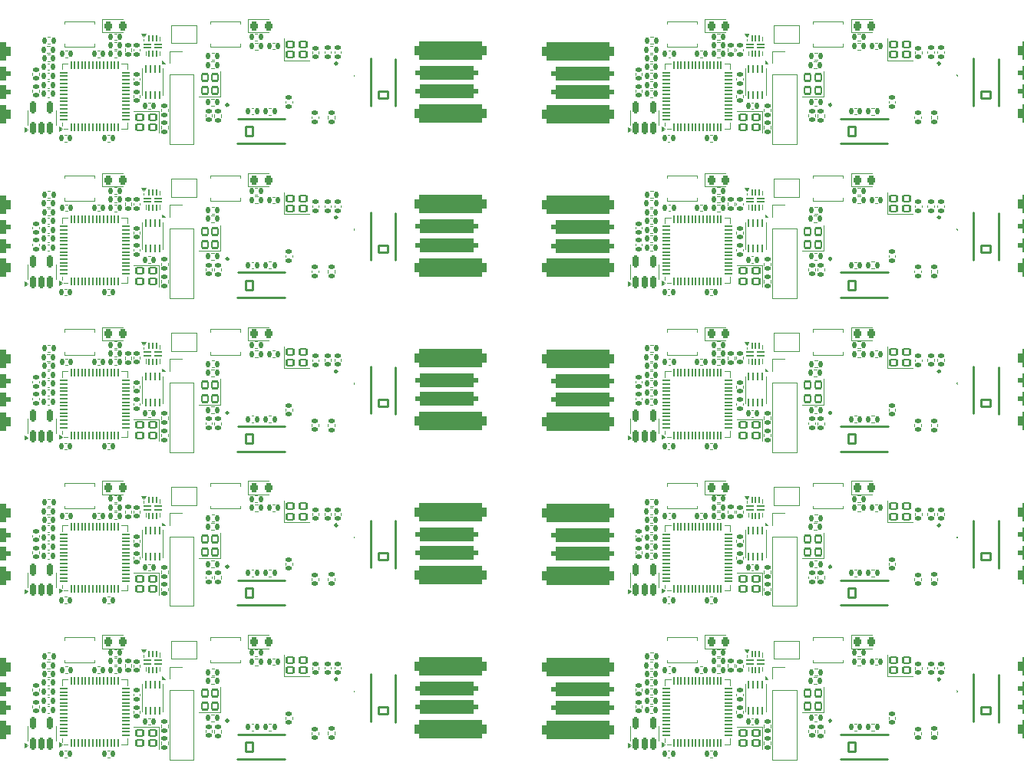
<source format=gbr>
%TF.GenerationSoftware,KiCad,Pcbnew,8.0.4*%
%TF.CreationDate,2024-10-06T23:42:51+02:00*%
%TF.ProjectId,elrs-sim-panel,656c7273-2d73-4696-9d2d-70616e656c2e,rev?*%
%TF.SameCoordinates,Original*%
%TF.FileFunction,Legend,Top*%
%TF.FilePolarity,Positive*%
%FSLAX46Y46*%
G04 Gerber Fmt 4.6, Leading zero omitted, Abs format (unit mm)*
G04 Created by KiCad (PCBNEW 8.0.4) date 2024-10-06 23:42:51*
%MOMM*%
%LPD*%
G01*
G04 APERTURE LIST*
G04 Aperture macros list*
%AMRoundRect*
0 Rectangle with rounded corners*
0 $1 Rounding radius*
0 $2 $3 $4 $5 $6 $7 $8 $9 X,Y pos of 4 corners*
0 Add a 4 corners polygon primitive as box body*
4,1,4,$2,$3,$4,$5,$6,$7,$8,$9,$2,$3,0*
0 Add four circle primitives for the rounded corners*
1,1,$1+$1,$2,$3*
1,1,$1+$1,$4,$5*
1,1,$1+$1,$6,$7*
1,1,$1+$1,$8,$9*
0 Add four rect primitives between the rounded corners*
20,1,$1+$1,$2,$3,$4,$5,0*
20,1,$1+$1,$4,$5,$6,$7,0*
20,1,$1+$1,$6,$7,$8,$9,0*
20,1,$1+$1,$8,$9,$2,$3,0*%
%AMFreePoly0*
4,1,6,1.000000,0.000000,0.500000,-0.750000,-0.500000,-0.750000,-0.500000,0.750000,0.500000,0.750000,1.000000,0.000000,1.000000,0.000000,$1*%
%AMFreePoly1*
4,1,6,0.500000,-0.750000,-0.650000,-0.750000,-0.150000,0.000000,-0.650000,0.750000,0.500000,0.750000,0.500000,-0.750000,0.500000,-0.750000,$1*%
G04 Aperture macros list end*
%ADD10C,0.120000*%
%ADD11C,0.250000*%
%ADD12C,0.100000*%
%ADD13C,0.000000*%
%ADD14RoundRect,0.135000X-0.135000X-0.185000X0.135000X-0.185000X0.135000X0.185000X-0.135000X0.185000X0*%
%ADD15RoundRect,0.140000X-0.140000X-0.170000X0.140000X-0.170000X0.140000X0.170000X-0.140000X0.170000X0*%
%ADD16RoundRect,0.135000X0.185000X-0.135000X0.185000X0.135000X-0.185000X0.135000X-0.185000X-0.135000X0*%
%ADD17RoundRect,0.140000X0.140000X0.170000X-0.140000X0.170000X-0.140000X-0.170000X0.140000X-0.170000X0*%
%ADD18R,0.900000X1.700000*%
%ADD19RoundRect,0.500000X-3.500000X0.500000X-3.500000X-0.500000X3.500000X-0.500000X3.500000X0.500000X0*%
%ADD20RoundRect,0.500000X-3.000000X0.250000X-3.000000X-0.250000X3.000000X-0.250000X3.000000X0.250000X0*%
%ADD21RoundRect,0.500000X3.500000X-0.500000X3.500000X0.500000X-3.500000X0.500000X-3.500000X-0.500000X0*%
%ADD22RoundRect,0.500000X3.000000X-0.250000X3.000000X0.250000X-3.000000X0.250000X-3.000000X-0.250000X0*%
%ADD23RoundRect,0.140000X-0.170000X0.140000X-0.170000X-0.140000X0.170000X-0.140000X0.170000X0.140000X0*%
%ADD24RoundRect,0.140000X0.170000X-0.140000X0.170000X0.140000X-0.170000X0.140000X-0.170000X-0.140000X0*%
%ADD25RoundRect,0.135000X0.135000X0.185000X-0.135000X0.185000X-0.135000X-0.185000X0.135000X-0.185000X0*%
%ADD26RoundRect,0.150000X0.150000X-0.512500X0.150000X0.512500X-0.150000X0.512500X-0.150000X-0.512500X0*%
%ADD27RoundRect,0.050000X0.050000X-0.387500X0.050000X0.387500X-0.050000X0.387500X-0.050000X-0.387500X0*%
%ADD28RoundRect,0.050000X0.387500X-0.050000X0.387500X0.050000X-0.387500X0.050000X-0.387500X-0.050000X0*%
%ADD29R,3.200000X3.200000*%
%ADD30RoundRect,0.102000X-0.373000X-0.323000X0.373000X-0.323000X0.373000X0.323000X-0.373000X0.323000X0*%
%ADD31RoundRect,0.062500X-0.062500X0.387500X-0.062500X-0.387500X0.062500X-0.387500X0.062500X0.387500X0*%
%ADD32R,1.600000X0.200000*%
%ADD33RoundRect,0.102000X0.323000X-0.373000X0.323000X0.373000X-0.323000X0.373000X-0.323000X-0.373000X0*%
%ADD34RoundRect,0.135000X-0.185000X0.135000X-0.185000X-0.135000X0.185000X-0.135000X0.185000X0.135000X0*%
%ADD35FreePoly0,180.000000*%
%ADD36FreePoly1,180.000000*%
%ADD37R,2.300000X1.000000*%
%ADD38R,0.600000X0.600000*%
%ADD39R,1.450000X0.300000*%
%ADD40RoundRect,0.050000X-0.350000X-0.050000X0.350000X-0.050000X0.350000X0.050000X-0.350000X0.050000X0*%
%ADD41RoundRect,0.050000X-0.050000X-0.325000X0.050000X-0.325000X0.050000X0.325000X-0.050000X0.325000X0*%
%ADD42RoundRect,0.218750X-0.218750X-0.256250X0.218750X-0.256250X0.218750X0.256250X-0.218750X0.256250X0*%
%ADD43R,1.000000X2.300000*%
%ADD44R,1.700000X1.700000*%
%ADD45O,1.700000X1.700000*%
%ADD46R,0.300000X0.800000*%
%ADD47R,0.800000X0.300000*%
%ADD48R,3.750000X3.750000*%
%ADD49RoundRect,0.102000X0.373000X0.323000X-0.373000X0.323000X-0.373000X-0.323000X0.373000X-0.323000X0*%
%ADD50R,0.300000X0.850000*%
%ADD51R,0.850000X0.300000*%
%ADD52R,2.650000X2.650000*%
G04 APERTURE END LIST*
D10*
%TO.C,R13*%
X21446359Y-11020000D02*
X21753641Y-11020000D01*
X21446359Y-11780000D02*
X21753641Y-11780000D01*
X21446359Y-79020000D02*
X21753641Y-79020000D01*
X21446359Y-79780000D02*
X21753641Y-79780000D01*
%TO.C,C10*%
X110517164Y-68865000D02*
X110732836Y-68865000D01*
X110517164Y-69585000D02*
X110732836Y-69585000D01*
%TO.C,R4*%
X100520000Y-88153641D02*
X100520000Y-87846359D01*
X101280000Y-88153641D02*
X101280000Y-87846359D01*
%TO.C,C16*%
X88207836Y-46940000D02*
X87992164Y-46940000D01*
X88207836Y-47660000D02*
X87992164Y-47660000D01*
%TO.C,R5*%
X106071359Y-67845000D02*
X106378641Y-67845000D01*
X106071359Y-68605000D02*
X106378641Y-68605000D01*
%TO.C,SW1*%
X39450000Y-25300000D02*
X39450000Y-25600000D01*
X39450000Y-28100000D02*
X39450000Y-27800000D01*
X42750000Y-25300000D02*
X39450000Y-25300000D01*
X42750000Y-25600000D02*
X42750000Y-25300000D01*
X42750000Y-27800000D02*
X42750000Y-28100000D01*
X42750000Y-28100000D02*
X39450000Y-28100000D01*
%TO.C,SW2*%
X23350000Y-25300000D02*
X26650000Y-25300000D01*
X23350000Y-25600000D02*
X23350000Y-25300000D01*
X23350000Y-27800000D02*
X23350000Y-28100000D01*
X23350000Y-28100000D02*
X26650000Y-28100000D01*
X26650000Y-25300000D02*
X26650000Y-25600000D01*
X26650000Y-28100000D02*
X26650000Y-27800000D01*
%TO.C,C14*%
X94612164Y-20840000D02*
X94827836Y-20840000D01*
X94612164Y-21560000D02*
X94827836Y-21560000D01*
X28112164Y-37840000D02*
X28327836Y-37840000D01*
X28112164Y-38560000D02*
X28327836Y-38560000D01*
%TO.C,R13*%
X87946359Y-45020000D02*
X88253641Y-45020000D01*
X87946359Y-45780000D02*
X88253641Y-45780000D01*
%TO.C,C21*%
X21727836Y-62990000D02*
X21512164Y-62990000D01*
X21727836Y-63710000D02*
X21512164Y-63710000D01*
%TO.C,C16*%
X21707836Y-29940000D02*
X21492164Y-29940000D01*
X21707836Y-30660000D02*
X21492164Y-30660000D01*
%TO.C,C3*%
X27227836Y-79540000D02*
X27012164Y-79540000D01*
X27227836Y-80260000D02*
X27012164Y-80260000D01*
%TO.C,C7*%
X118565000Y-28592164D02*
X118565000Y-28807836D01*
X119285000Y-28592164D02*
X119285000Y-28807836D01*
%TO.C,C18*%
X30990000Y-28557836D02*
X30990000Y-28342164D01*
X31710000Y-28557836D02*
X31710000Y-28342164D01*
%TO.C,R16*%
X100520000Y-52253641D02*
X100520000Y-51946359D01*
X101280000Y-52253641D02*
X101280000Y-51946359D01*
%TO.C,R3*%
X106343641Y-46720000D02*
X106036359Y-46720000D01*
X106343641Y-47480000D02*
X106036359Y-47480000D01*
%TO.C,C20*%
X86340000Y-49842164D02*
X86340000Y-50057836D01*
X87060000Y-49842164D02*
X87060000Y-50057836D01*
%TO.C,R14*%
X21496359Y-44020000D02*
X21803641Y-44020000D01*
X21496359Y-44780000D02*
X21803641Y-44780000D01*
%TO.C,C7*%
X52065000Y-11592164D02*
X52065000Y-11807836D01*
X52785000Y-11592164D02*
X52785000Y-11807836D01*
%TO.C,R15*%
X106403641Y-45770000D02*
X106096359Y-45770000D01*
X106403641Y-46530000D02*
X106096359Y-46530000D01*
%TO.C,R1*%
X112371359Y-17845000D02*
X112678641Y-17845000D01*
X112371359Y-18605000D02*
X112678641Y-18605000D01*
%TO.C,C12*%
X38940000Y-35572164D02*
X38940000Y-35787836D01*
X39660000Y-35572164D02*
X39660000Y-35787836D01*
%TO.C,C3*%
X93727836Y-28540000D02*
X93512164Y-28540000D01*
X93727836Y-29260000D02*
X93512164Y-29260000D01*
%TO.C,PS1*%
X19290000Y-69950000D02*
X19290000Y-69150000D01*
X19290000Y-69950000D02*
X19290000Y-70750000D01*
X22410000Y-69950000D02*
X22410000Y-69150000D01*
X22410000Y-69950000D02*
X22410000Y-70750000D01*
X19340000Y-71250000D02*
X19010000Y-71490000D01*
X19010000Y-71010000D01*
X19340000Y-71250000D01*
G36*
X19340000Y-71250000D02*
G01*
X19010000Y-71490000D01*
X19010000Y-71010000D01*
X19340000Y-71250000D01*
G37*
%TO.C,C16*%
X21707836Y-63940000D02*
X21492164Y-63940000D01*
X21707836Y-64660000D02*
X21492164Y-64660000D01*
%TO.C,U1*%
X23090000Y-80940000D02*
X23740000Y-80940000D01*
X23090000Y-81590000D02*
X23090000Y-80940000D01*
X23090000Y-87510000D02*
X23090000Y-87860000D01*
X23740000Y-88160000D02*
X23330000Y-88160000D01*
X30310000Y-80940000D02*
X29660000Y-80940000D01*
X30310000Y-81590000D02*
X30310000Y-80940000D01*
X30310000Y-87510000D02*
X30310000Y-88160000D01*
X30310000Y-88160000D02*
X29660000Y-88160000D01*
X23090000Y-88160000D02*
X22760000Y-88400000D01*
X22760000Y-87920000D01*
X23090000Y-88160000D01*
G36*
X23090000Y-88160000D02*
G01*
X22760000Y-88400000D01*
X22760000Y-87920000D01*
X23090000Y-88160000D01*
G37*
%TO.C,X3*%
X114100000Y-27200000D02*
X114100000Y-29600000D01*
X114100000Y-29600000D02*
X116900000Y-29600000D01*
%TO.C,C20*%
X86340000Y-15842164D02*
X86340000Y-16057836D01*
X87060000Y-15842164D02*
X87060000Y-16057836D01*
%TO.C,R6*%
X106420000Y-18863641D02*
X106420000Y-18556359D01*
X107180000Y-18863641D02*
X107180000Y-18556359D01*
%TO.C,C2*%
X88207836Y-13940000D02*
X87992164Y-13940000D01*
X88207836Y-14660000D02*
X87992164Y-14660000D01*
%TO.C,C15*%
X97490000Y-33442164D02*
X97490000Y-33657836D01*
X98210000Y-33442164D02*
X98210000Y-33657836D01*
%TO.C,U2*%
X98465000Y-47475000D02*
X98465000Y-50475000D01*
X100735000Y-47475000D02*
X100735000Y-50475000D01*
X100930000Y-46925000D02*
X100650000Y-46925000D01*
X100650000Y-46645000D01*
X100930000Y-46925000D01*
G36*
X100930000Y-46925000D02*
G01*
X100650000Y-46925000D01*
X100650000Y-46645000D01*
X100930000Y-46925000D01*
G37*
%TO.C,C9*%
X47765000Y-68097164D02*
X47765000Y-68312836D01*
X48485000Y-68097164D02*
X48485000Y-68312836D01*
%TO.C,X2*%
X104700000Y-33600000D02*
X107100000Y-33600000D01*
X107100000Y-33600000D02*
X107100000Y-30800000D01*
%TO.C,R14*%
X87996359Y-44020000D02*
X88303641Y-44020000D01*
X87996359Y-44780000D02*
X88303641Y-44780000D01*
%TO.C,R2*%
X118920000Y-69746359D02*
X118920000Y-70053641D01*
X119680000Y-69746359D02*
X119680000Y-70053641D01*
%TO.C,JP1*%
X101600000Y-8700000D02*
X104400000Y-8700000D01*
X101600000Y-10700000D02*
X101600000Y-8700000D01*
X104400000Y-8700000D02*
X104400000Y-10700000D01*
X104400000Y-10700000D02*
X101600000Y-10700000D01*
%TO.C,C21*%
X21727836Y-45990000D02*
X21512164Y-45990000D01*
X21727836Y-46710000D02*
X21512164Y-46710000D01*
%TO.C,C5*%
X32857836Y-17240000D02*
X32642164Y-17240000D01*
X32857836Y-17960000D02*
X32642164Y-17960000D01*
%TO.C,C8*%
X119665000Y-45592164D02*
X119665000Y-45807836D01*
X120385000Y-45592164D02*
X120385000Y-45807836D01*
%TO.C,U1*%
X89590000Y-46940000D02*
X90240000Y-46940000D01*
X89590000Y-47590000D02*
X89590000Y-46940000D01*
X89590000Y-53510000D02*
X89590000Y-53860000D01*
X90240000Y-54160000D02*
X89830000Y-54160000D01*
X96810000Y-46940000D02*
X96160000Y-46940000D01*
X96810000Y-47590000D02*
X96810000Y-46940000D01*
X96810000Y-53510000D02*
X96810000Y-54160000D01*
X96810000Y-54160000D02*
X96160000Y-54160000D01*
X89590000Y-54160000D02*
X89260000Y-54400000D01*
X89260000Y-53920000D01*
X89590000Y-54160000D01*
G36*
X89590000Y-54160000D02*
G01*
X89260000Y-54400000D01*
X89260000Y-53920000D01*
X89590000Y-54160000D01*
G37*
%TO.C,R6*%
X106420000Y-69863641D02*
X106420000Y-69556359D01*
X107180000Y-69863641D02*
X107180000Y-69556359D01*
%TO.C,R16*%
X100520000Y-69253641D02*
X100520000Y-68946359D01*
X101280000Y-69253641D02*
X101280000Y-68946359D01*
D11*
%TO.C,L1*%
X57120000Y-68600000D02*
X57120000Y-63400000D01*
X57990000Y-67020000D02*
X57990000Y-67780000D01*
X57990000Y-67780000D02*
X59010000Y-67780000D01*
X59010000Y-67020000D02*
X57990000Y-67020000D01*
X59010000Y-67780000D02*
X59010000Y-67020000D01*
X59880000Y-63460000D02*
X59880000Y-68660000D01*
D10*
%TO.C,R6*%
X106420000Y-35863641D02*
X106420000Y-35556359D01*
X107180000Y-35863641D02*
X107180000Y-35556359D01*
%TO.C,C18*%
X30990000Y-79557836D02*
X30990000Y-79342164D01*
X31710000Y-79557836D02*
X31710000Y-79342164D01*
D12*
%TO.C,ANT1*%
X55300000Y-14213000D02*
X55300000Y-14213000D01*
X55300000Y-14313000D02*
X55300000Y-14313000D01*
X55300000Y-14213000D02*
G75*
G02*
X55300000Y-14313000I0J-50000D01*
G01*
X55300000Y-14313000D02*
G75*
G02*
X55300000Y-14213000I0J50000D01*
G01*
D10*
%TO.C,C5*%
X32857836Y-34240000D02*
X32642164Y-34240000D01*
X32857836Y-34960000D02*
X32642164Y-34960000D01*
%TO.C,U1*%
X23090000Y-29940000D02*
X23740000Y-29940000D01*
X23090000Y-30590000D02*
X23090000Y-29940000D01*
X23090000Y-36510000D02*
X23090000Y-36860000D01*
X23740000Y-37160000D02*
X23330000Y-37160000D01*
X30310000Y-29940000D02*
X29660000Y-29940000D01*
X30310000Y-30590000D02*
X30310000Y-29940000D01*
X30310000Y-36510000D02*
X30310000Y-37160000D01*
X30310000Y-37160000D02*
X29660000Y-37160000D01*
X23090000Y-37160000D02*
X22760000Y-37400000D01*
X22760000Y-36920000D01*
X23090000Y-37160000D01*
G36*
X23090000Y-37160000D02*
G01*
X22760000Y-37400000D01*
X22760000Y-36920000D01*
X23090000Y-37160000D01*
G37*
%TO.C,C1*%
X90127836Y-54840000D02*
X89912164Y-54840000D01*
X90127836Y-55560000D02*
X89912164Y-55560000D01*
%TO.C,C17*%
X23687836Y-79540000D02*
X23472164Y-79540000D01*
X23687836Y-80260000D02*
X23472164Y-80260000D01*
%TO.C,X3*%
X47600000Y-61200000D02*
X47600000Y-63600000D01*
X47600000Y-63600000D02*
X50400000Y-63600000D01*
%TO.C,C8*%
X53165000Y-79592164D02*
X53165000Y-79807836D01*
X53885000Y-79592164D02*
X53885000Y-79807836D01*
%TO.C,R13*%
X21446359Y-62020000D02*
X21753641Y-62020000D01*
X21446359Y-62780000D02*
X21753641Y-62780000D01*
%TO.C,PS1*%
X85790000Y-35950000D02*
X85790000Y-35150000D01*
X85790000Y-35950000D02*
X85790000Y-36750000D01*
X88910000Y-35950000D02*
X88910000Y-35150000D01*
X88910000Y-35950000D02*
X88910000Y-36750000D01*
X85840000Y-37250000D02*
X85510000Y-37490000D01*
X85510000Y-37010000D01*
X85840000Y-37250000D01*
G36*
X85840000Y-37250000D02*
G01*
X85510000Y-37490000D01*
X85510000Y-37010000D01*
X85840000Y-37250000D01*
G37*
%TO.C,S1*%
X32100000Y-61465000D02*
X32100000Y-61255000D01*
X32340000Y-63035000D02*
X32340000Y-62585000D01*
X33860000Y-61015000D02*
X33860000Y-61465000D01*
X33860000Y-63035000D02*
X33860000Y-62585000D01*
X32100000Y-61015000D02*
X31860000Y-60685000D01*
X32340000Y-60685000D01*
X32100000Y-61015000D01*
G36*
X32100000Y-61015000D02*
G01*
X31860000Y-60685000D01*
X32340000Y-60685000D01*
X32100000Y-61015000D01*
G37*
%TO.C,R2*%
X52420000Y-52746359D02*
X52420000Y-53053641D01*
X53180000Y-52746359D02*
X53180000Y-53053641D01*
%TO.C,R11*%
X96520000Y-45603641D02*
X96520000Y-45296359D01*
X97280000Y-45603641D02*
X97280000Y-45296359D01*
%TO.C,R14*%
X87996359Y-27020000D02*
X88303641Y-27020000D01*
X87996359Y-27780000D02*
X88303641Y-27780000D01*
%TO.C,C13*%
X88207836Y-14940000D02*
X87992164Y-14940000D01*
X88207836Y-15660000D02*
X87992164Y-15660000D01*
%TO.C,X3*%
X47600000Y-44200000D02*
X47600000Y-46600000D01*
X47600000Y-46600000D02*
X50400000Y-46600000D01*
%TO.C,R7*%
X111178641Y-10645000D02*
X110871359Y-10645000D01*
X111178641Y-11405000D02*
X110871359Y-11405000D01*
%TO.C,SW2*%
X23350000Y-8300000D02*
X26650000Y-8300000D01*
X23350000Y-8600000D02*
X23350000Y-8300000D01*
X23350000Y-10800000D02*
X23350000Y-11100000D01*
X23350000Y-11100000D02*
X26650000Y-11100000D01*
X26650000Y-8300000D02*
X26650000Y-8600000D01*
X26650000Y-11100000D02*
X26650000Y-10800000D01*
%TO.C,C17*%
X90187836Y-45540000D02*
X89972164Y-45540000D01*
X90187836Y-46260000D02*
X89972164Y-46260000D01*
%TO.C,C3*%
X27227836Y-45540000D02*
X27012164Y-45540000D01*
X27227836Y-46260000D02*
X27012164Y-46260000D01*
%TO.C,X3*%
X47600000Y-27200000D02*
X47600000Y-29600000D01*
X47600000Y-29600000D02*
X50400000Y-29600000D01*
%TO.C,C10*%
X44017164Y-51865000D02*
X44232836Y-51865000D01*
X44017164Y-52585000D02*
X44232836Y-52585000D01*
%TO.C,R7*%
X44678641Y-78645000D02*
X44371359Y-78645000D01*
X44678641Y-79405000D02*
X44371359Y-79405000D01*
%TO.C,R6*%
X39920000Y-18863641D02*
X39920000Y-18556359D01*
X40680000Y-18863641D02*
X40680000Y-18556359D01*
D12*
%TO.C,ANT1*%
X55300000Y-48213000D02*
X55300000Y-48213000D01*
X55300000Y-48313000D02*
X55300000Y-48313000D01*
X55300000Y-48213000D02*
G75*
G02*
X55300000Y-48313000I0J-50000D01*
G01*
X55300000Y-48313000D02*
G75*
G02*
X55300000Y-48213000I0J50000D01*
G01*
D10*
%TO.C,C12*%
X105440000Y-18572164D02*
X105440000Y-18787836D01*
X106160000Y-18572164D02*
X106160000Y-18787836D01*
%TO.C,C1*%
X90127836Y-37840000D02*
X89912164Y-37840000D01*
X90127836Y-38560000D02*
X89912164Y-38560000D01*
X23627836Y-54840000D02*
X23412164Y-54840000D01*
X23627836Y-55560000D02*
X23412164Y-55560000D01*
%TO.C,D2*%
X27515000Y-76065000D02*
X27515000Y-77535000D01*
X27515000Y-77535000D02*
X29800000Y-77535000D01*
X29800000Y-76065000D02*
X27515000Y-76065000D01*
%TO.C,C22*%
X30990000Y-14542164D02*
X30990000Y-14757836D01*
X31710000Y-14542164D02*
X31710000Y-14757836D01*
%TO.C,C4*%
X21712836Y-49940000D02*
X21497164Y-49940000D01*
X21712836Y-50660000D02*
X21497164Y-50660000D01*
%TO.C,C21*%
X88227836Y-79990000D02*
X88012164Y-79990000D01*
X88227836Y-80710000D02*
X88012164Y-80710000D01*
%TO.C,C5*%
X32857836Y-85240000D02*
X32642164Y-85240000D01*
X32857836Y-85960000D02*
X32642164Y-85960000D01*
%TO.C,C10*%
X110517164Y-51865000D02*
X110732836Y-51865000D01*
X110517164Y-52585000D02*
X110732836Y-52585000D01*
D12*
%TO.C,ANT1*%
X121800000Y-31213000D02*
X121800000Y-31213000D01*
X121800000Y-31313000D02*
X121800000Y-31313000D01*
X121800000Y-31213000D02*
G75*
G02*
X121800000Y-31313000I0J-50000D01*
G01*
X121800000Y-31313000D02*
G75*
G02*
X121800000Y-31213000I0J50000D01*
G01*
D10*
%TO.C,R14*%
X87996359Y-10020000D02*
X88303641Y-10020000D01*
X87996359Y-10780000D02*
X88303641Y-10780000D01*
%TO.C,C7*%
X118565000Y-62592164D02*
X118565000Y-62807836D01*
X119285000Y-62592164D02*
X119285000Y-62807836D01*
%TO.C,C6*%
X50640000Y-86792164D02*
X50640000Y-87007836D01*
X51360000Y-86792164D02*
X51360000Y-87007836D01*
D11*
%TO.C,L2*%
X42500000Y-19020000D02*
X47700000Y-19020000D01*
X43320000Y-19890000D02*
X43320000Y-20910000D01*
X43320000Y-20910000D02*
X44080000Y-20910000D01*
X44080000Y-19890000D02*
X43320000Y-19890000D01*
X44080000Y-20910000D02*
X44080000Y-19890000D01*
X47640000Y-21780000D02*
X42440000Y-21780000D01*
D10*
%TO.C,JP1*%
X101600000Y-42700000D02*
X104400000Y-42700000D01*
X101600000Y-44700000D02*
X101600000Y-42700000D01*
X104400000Y-42700000D02*
X104400000Y-44700000D01*
X104400000Y-44700000D02*
X101600000Y-44700000D01*
%TO.C,R15*%
X39903641Y-62770000D02*
X39596359Y-62770000D01*
X39903641Y-63530000D02*
X39596359Y-63530000D01*
%TO.C,C9*%
X114265000Y-17097164D02*
X114265000Y-17312836D01*
X114985000Y-17097164D02*
X114985000Y-17312836D01*
%TO.C,C19*%
X86340000Y-14207836D02*
X86340000Y-13992164D01*
X87060000Y-14207836D02*
X87060000Y-13992164D01*
%TO.C,C22*%
X30990000Y-65542164D02*
X30990000Y-65757836D01*
X31710000Y-65542164D02*
X31710000Y-65757836D01*
%TO.C,C15*%
X30990000Y-33442164D02*
X30990000Y-33657836D01*
X31710000Y-33442164D02*
X31710000Y-33657836D01*
%TO.C,U2*%
X31965000Y-64475000D02*
X31965000Y-67475000D01*
X34235000Y-64475000D02*
X34235000Y-67475000D01*
X34430000Y-63925000D02*
X34150000Y-63925000D01*
X34150000Y-63645000D01*
X34430000Y-63925000D01*
G36*
X34430000Y-63925000D02*
G01*
X34150000Y-63925000D01*
X34150000Y-63645000D01*
X34430000Y-63925000D01*
G37*
%TO.C,C15*%
X30990000Y-50442164D02*
X30990000Y-50657836D01*
X31710000Y-50442164D02*
X31710000Y-50657836D01*
%TO.C,R9*%
X29153641Y-9620000D02*
X28846359Y-9620000D01*
X29153641Y-10380000D02*
X28846359Y-10380000D01*
%TO.C,R15*%
X106403641Y-62770000D02*
X106096359Y-62770000D01*
X106403641Y-63530000D02*
X106096359Y-63530000D01*
%TO.C,R12*%
X29143641Y-44570000D02*
X28836359Y-44570000D01*
X29143641Y-45330000D02*
X28836359Y-45330000D01*
%TO.C,R14*%
X87996359Y-61020000D02*
X88303641Y-61020000D01*
X87996359Y-61780000D02*
X88303641Y-61780000D01*
%TO.C,C11*%
X112817164Y-10665000D02*
X113032836Y-10665000D01*
X112817164Y-11385000D02*
X113032836Y-11385000D01*
%TO.C,C4*%
X88212836Y-32940000D02*
X87997164Y-32940000D01*
X88212836Y-33660000D02*
X87997164Y-33660000D01*
%TO.C,R4*%
X100520000Y-37153641D02*
X100520000Y-36846359D01*
X101280000Y-37153641D02*
X101280000Y-36846359D01*
%TO.C,C8*%
X53165000Y-62592164D02*
X53165000Y-62807836D01*
X53885000Y-62592164D02*
X53885000Y-62807836D01*
%TO.C,C1*%
X90127836Y-71840000D02*
X89912164Y-71840000D01*
X90127836Y-72560000D02*
X89912164Y-72560000D01*
D11*
%TO.C,L1*%
X123620000Y-34600000D02*
X123620000Y-29400000D01*
X124490000Y-33020000D02*
X124490000Y-33780000D01*
X124490000Y-33780000D02*
X125510000Y-33780000D01*
X125510000Y-33020000D02*
X124490000Y-33020000D01*
X125510000Y-33780000D02*
X125510000Y-33020000D01*
X126380000Y-29460000D02*
X126380000Y-34660000D01*
D10*
%TO.C,C16*%
X88207836Y-63940000D02*
X87992164Y-63940000D01*
X88207836Y-64660000D02*
X87992164Y-64660000D01*
%TO.C,C22*%
X30990000Y-31542164D02*
X30990000Y-31757836D01*
X31710000Y-31542164D02*
X31710000Y-31757836D01*
%TO.C,R6*%
X106420000Y-52863641D02*
X106420000Y-52556359D01*
X107180000Y-52863641D02*
X107180000Y-52556359D01*
%TO.C,R10*%
X28846359Y-79520000D02*
X29153641Y-79520000D01*
X28846359Y-80280000D02*
X29153641Y-80280000D01*
%TO.C,C4*%
X21712836Y-32940000D02*
X21497164Y-32940000D01*
X21712836Y-33660000D02*
X21497164Y-33660000D01*
%TO.C,R7*%
X44678641Y-61645000D02*
X44371359Y-61645000D01*
X44678641Y-62405000D02*
X44371359Y-62405000D01*
%TO.C,R8*%
X44346359Y-9645000D02*
X44653641Y-9645000D01*
X44346359Y-10405000D02*
X44653641Y-10405000D01*
%TO.C,R4*%
X100520000Y-71153641D02*
X100520000Y-70846359D01*
X101280000Y-71153641D02*
X101280000Y-70846359D01*
%TO.C,C3*%
X93727836Y-11540000D02*
X93512164Y-11540000D01*
X93727836Y-12260000D02*
X93512164Y-12260000D01*
%TO.C,C10*%
X44017164Y-68865000D02*
X44232836Y-68865000D01*
X44017164Y-69585000D02*
X44232836Y-69585000D01*
%TO.C,C20*%
X19840000Y-32842164D02*
X19840000Y-33057836D01*
X20560000Y-32842164D02*
X20560000Y-33057836D01*
%TO.C,C17*%
X90187836Y-28540000D02*
X89972164Y-28540000D01*
X90187836Y-29260000D02*
X89972164Y-29260000D01*
%TO.C,R10*%
X95346359Y-28520000D02*
X95653641Y-28520000D01*
X95346359Y-29280000D02*
X95653641Y-29280000D01*
%TO.C,D2*%
X94015000Y-59065000D02*
X94015000Y-60535000D01*
X94015000Y-60535000D02*
X96300000Y-60535000D01*
X96300000Y-59065000D02*
X94015000Y-59065000D01*
%TO.C,J2*%
X101470000Y-28570000D02*
X102800000Y-28570000D01*
X101470000Y-29900000D02*
X101470000Y-28570000D01*
X101470000Y-31170000D02*
X101470000Y-38850000D01*
X101470000Y-31170000D02*
X104130000Y-31170000D01*
X101470000Y-38850000D02*
X104130000Y-38850000D01*
X104130000Y-31170000D02*
X104130000Y-38850000D01*
%TO.C,C20*%
X19840000Y-15842164D02*
X19840000Y-16057836D01*
X20560000Y-15842164D02*
X20560000Y-16057836D01*
%TO.C,JP1*%
X101600000Y-76700000D02*
X104400000Y-76700000D01*
X101600000Y-78700000D02*
X101600000Y-76700000D01*
X104400000Y-76700000D02*
X104400000Y-78700000D01*
X104400000Y-78700000D02*
X101600000Y-78700000D01*
%TO.C,D1*%
X43615000Y-25065000D02*
X43615000Y-26535000D01*
X43615000Y-26535000D02*
X45900000Y-26535000D01*
X45900000Y-25065000D02*
X43615000Y-25065000D01*
%TO.C,R4*%
X34020000Y-20153641D02*
X34020000Y-19846359D01*
X34780000Y-20153641D02*
X34780000Y-19846359D01*
%TO.C,R8*%
X110846359Y-60645000D02*
X111153641Y-60645000D01*
X110846359Y-61405000D02*
X111153641Y-61405000D01*
%TO.C,J2*%
X101470000Y-45570000D02*
X102800000Y-45570000D01*
X101470000Y-46900000D02*
X101470000Y-45570000D01*
X101470000Y-48170000D02*
X101470000Y-55850000D01*
X101470000Y-48170000D02*
X104130000Y-48170000D01*
X101470000Y-55850000D02*
X104130000Y-55850000D01*
X104130000Y-48170000D02*
X104130000Y-55850000D01*
%TO.C,R3*%
X106343641Y-63720000D02*
X106036359Y-63720000D01*
X106343641Y-64480000D02*
X106036359Y-64480000D01*
X106343641Y-12720000D02*
X106036359Y-12720000D01*
X106343641Y-13480000D02*
X106036359Y-13480000D01*
%TO.C,R15*%
X106403641Y-11770000D02*
X106096359Y-11770000D01*
X106403641Y-12530000D02*
X106096359Y-12530000D01*
%TO.C,PS1*%
X85790000Y-52950000D02*
X85790000Y-52150000D01*
X85790000Y-52950000D02*
X85790000Y-53750000D01*
X88910000Y-52950000D02*
X88910000Y-52150000D01*
X88910000Y-52950000D02*
X88910000Y-53750000D01*
X85840000Y-54250000D02*
X85510000Y-54490000D01*
X85510000Y-54010000D01*
X85840000Y-54250000D01*
G36*
X85840000Y-54250000D02*
G01*
X85510000Y-54490000D01*
X85510000Y-54010000D01*
X85840000Y-54250000D01*
G37*
%TO.C,C19*%
X19840000Y-14207836D02*
X19840000Y-13992164D01*
X20560000Y-14207836D02*
X20560000Y-13992164D01*
%TO.C,R10*%
X95346359Y-62520000D02*
X95653641Y-62520000D01*
X95346359Y-63280000D02*
X95653641Y-63280000D01*
%TO.C,R15*%
X39903641Y-79770000D02*
X39596359Y-79770000D01*
X39903641Y-80530000D02*
X39596359Y-80530000D01*
D11*
%TO.C,IC2*%
X41450000Y-51525000D02*
G75*
G02*
X41200000Y-51525000I-125000J0D01*
G01*
X41200000Y-51525000D02*
G75*
G02*
X41450000Y-51525000I125000J0D01*
G01*
D10*
%TO.C,X2*%
X104700000Y-50600000D02*
X107100000Y-50600000D01*
X107100000Y-50600000D02*
X107100000Y-47800000D01*
%TO.C,C3*%
X93727836Y-79540000D02*
X93512164Y-79540000D01*
X93727836Y-80260000D02*
X93512164Y-80260000D01*
%TO.C,R12*%
X29143641Y-10570000D02*
X28836359Y-10570000D01*
X29143641Y-11330000D02*
X28836359Y-11330000D01*
%TO.C,R3*%
X106343641Y-80720000D02*
X106036359Y-80720000D01*
X106343641Y-81480000D02*
X106036359Y-81480000D01*
%TO.C,JP1*%
X101600000Y-25700000D02*
X104400000Y-25700000D01*
X101600000Y-27700000D02*
X101600000Y-25700000D01*
X104400000Y-25700000D02*
X104400000Y-27700000D01*
X104400000Y-27700000D02*
X101600000Y-27700000D01*
D11*
%TO.C,L2*%
X42500000Y-87020000D02*
X47700000Y-87020000D01*
X43320000Y-87890000D02*
X43320000Y-88910000D01*
X43320000Y-88910000D02*
X44080000Y-88910000D01*
X44080000Y-87890000D02*
X43320000Y-87890000D01*
X44080000Y-88910000D02*
X44080000Y-87890000D01*
X47640000Y-89780000D02*
X42440000Y-89780000D01*
D10*
%TO.C,SW2*%
X23350000Y-59300000D02*
X26650000Y-59300000D01*
X23350000Y-59600000D02*
X23350000Y-59300000D01*
X23350000Y-61800000D02*
X23350000Y-62100000D01*
X23350000Y-62100000D02*
X26650000Y-62100000D01*
X26650000Y-59300000D02*
X26650000Y-59600000D01*
X26650000Y-62100000D02*
X26650000Y-61800000D01*
%TO.C,R4*%
X34020000Y-54153641D02*
X34020000Y-53846359D01*
X34780000Y-54153641D02*
X34780000Y-53846359D01*
%TO.C,C1*%
X23627836Y-88840000D02*
X23412164Y-88840000D01*
X23627836Y-89560000D02*
X23412164Y-89560000D01*
%TO.C,C11*%
X46317164Y-78665000D02*
X46532836Y-78665000D01*
X46317164Y-79385000D02*
X46532836Y-79385000D01*
%TO.C,PS1*%
X19290000Y-18950000D02*
X19290000Y-18150000D01*
X19290000Y-18950000D02*
X19290000Y-19750000D01*
X22410000Y-18950000D02*
X22410000Y-18150000D01*
X22410000Y-18950000D02*
X22410000Y-19750000D01*
X19340000Y-20250000D02*
X19010000Y-20490000D01*
X19010000Y-20010000D01*
X19340000Y-20250000D01*
G36*
X19340000Y-20250000D02*
G01*
X19010000Y-20490000D01*
X19010000Y-20010000D01*
X19340000Y-20250000D01*
G37*
%TO.C,C14*%
X94612164Y-37840000D02*
X94827836Y-37840000D01*
X94612164Y-38560000D02*
X94827836Y-38560000D01*
%TO.C,C6*%
X117140000Y-35792164D02*
X117140000Y-36007836D01*
X117860000Y-35792164D02*
X117860000Y-36007836D01*
%TO.C,C7*%
X118565000Y-79592164D02*
X118565000Y-79807836D01*
X119285000Y-79592164D02*
X119285000Y-79807836D01*
%TO.C,C11*%
X112817164Y-78665000D02*
X113032836Y-78665000D01*
X112817164Y-79385000D02*
X113032836Y-79385000D01*
%TO.C,U1*%
X89590000Y-12940000D02*
X90240000Y-12940000D01*
X89590000Y-13590000D02*
X89590000Y-12940000D01*
X89590000Y-19510000D02*
X89590000Y-19860000D01*
X90240000Y-20160000D02*
X89830000Y-20160000D01*
X96810000Y-12940000D02*
X96160000Y-12940000D01*
X96810000Y-13590000D02*
X96810000Y-12940000D01*
X96810000Y-19510000D02*
X96810000Y-20160000D01*
X96810000Y-20160000D02*
X96160000Y-20160000D01*
X89590000Y-20160000D02*
X89260000Y-20400000D01*
X89260000Y-19920000D01*
X89590000Y-20160000D01*
G36*
X89590000Y-20160000D02*
G01*
X89260000Y-20400000D01*
X89260000Y-19920000D01*
X89590000Y-20160000D01*
G37*
%TO.C,R2*%
X52420000Y-35746359D02*
X52420000Y-36053641D01*
X53180000Y-35746359D02*
X53180000Y-36053641D01*
X118920000Y-35746359D02*
X118920000Y-36053641D01*
X119680000Y-35746359D02*
X119680000Y-36053641D01*
%TO.C,PS1*%
X85790000Y-69950000D02*
X85790000Y-69150000D01*
X85790000Y-69950000D02*
X85790000Y-70750000D01*
X88910000Y-69950000D02*
X88910000Y-69150000D01*
X88910000Y-69950000D02*
X88910000Y-70750000D01*
X85840000Y-71250000D02*
X85510000Y-71490000D01*
X85510000Y-71010000D01*
X85840000Y-71250000D01*
G36*
X85840000Y-71250000D02*
G01*
X85510000Y-71490000D01*
X85510000Y-71010000D01*
X85840000Y-71250000D01*
G37*
%TO.C,C2*%
X88207836Y-81940000D02*
X87992164Y-81940000D01*
X88207836Y-82660000D02*
X87992164Y-82660000D01*
%TO.C,C15*%
X97490000Y-16442164D02*
X97490000Y-16657836D01*
X98210000Y-16442164D02*
X98210000Y-16657836D01*
%TO.C,D2*%
X94015000Y-25065000D02*
X94015000Y-26535000D01*
X94015000Y-26535000D02*
X96300000Y-26535000D01*
X96300000Y-25065000D02*
X94015000Y-25065000D01*
%TO.C,C13*%
X88207836Y-31940000D02*
X87992164Y-31940000D01*
X88207836Y-32660000D02*
X87992164Y-32660000D01*
%TO.C,C19*%
X86340000Y-31207836D02*
X86340000Y-30992164D01*
X87060000Y-31207836D02*
X87060000Y-30992164D01*
%TO.C,U2*%
X31965000Y-81475000D02*
X31965000Y-84475000D01*
X34235000Y-81475000D02*
X34235000Y-84475000D01*
X34430000Y-80925000D02*
X34150000Y-80925000D01*
X34150000Y-80645000D01*
X34430000Y-80925000D01*
G36*
X34430000Y-80925000D02*
G01*
X34150000Y-80925000D01*
X34150000Y-80645000D01*
X34430000Y-80925000D01*
G37*
%TO.C,C15*%
X97490000Y-67442164D02*
X97490000Y-67657836D01*
X98210000Y-67442164D02*
X98210000Y-67657836D01*
%TO.C,C8*%
X119665000Y-79592164D02*
X119665000Y-79807836D01*
X120385000Y-79592164D02*
X120385000Y-79807836D01*
%TO.C,C13*%
X21707836Y-48940000D02*
X21492164Y-48940000D01*
X21707836Y-49660000D02*
X21492164Y-49660000D01*
%TO.C,R10*%
X28846359Y-45520000D02*
X29153641Y-45520000D01*
X28846359Y-46280000D02*
X29153641Y-46280000D01*
%TO.C,C15*%
X97490000Y-50442164D02*
X97490000Y-50657836D01*
X98210000Y-50442164D02*
X98210000Y-50657836D01*
%TO.C,R5*%
X39571359Y-67845000D02*
X39878641Y-67845000D01*
X39571359Y-68605000D02*
X39878641Y-68605000D01*
%TO.C,S1*%
X98600000Y-44465000D02*
X98600000Y-44255000D01*
X98840000Y-46035000D02*
X98840000Y-45585000D01*
X100360000Y-44015000D02*
X100360000Y-44465000D01*
X100360000Y-46035000D02*
X100360000Y-45585000D01*
X98600000Y-44015000D02*
X98360000Y-43685000D01*
X98840000Y-43685000D01*
X98600000Y-44015000D01*
G36*
X98600000Y-44015000D02*
G01*
X98360000Y-43685000D01*
X98840000Y-43685000D01*
X98600000Y-44015000D01*
G37*
%TO.C,C3*%
X93727836Y-45540000D02*
X93512164Y-45540000D01*
X93727836Y-46260000D02*
X93512164Y-46260000D01*
%TO.C,U2*%
X31965000Y-30475000D02*
X31965000Y-33475000D01*
X34235000Y-30475000D02*
X34235000Y-33475000D01*
X34430000Y-29925000D02*
X34150000Y-29925000D01*
X34150000Y-29645000D01*
X34430000Y-29925000D01*
G36*
X34430000Y-29925000D02*
G01*
X34150000Y-29925000D01*
X34150000Y-29645000D01*
X34430000Y-29925000D01*
G37*
%TO.C,R10*%
X28846359Y-11520000D02*
X29153641Y-11520000D01*
X28846359Y-12280000D02*
X29153641Y-12280000D01*
%TO.C,C8*%
X53165000Y-28592164D02*
X53165000Y-28807836D01*
X53885000Y-28592164D02*
X53885000Y-28807836D01*
%TO.C,C12*%
X38940000Y-69572164D02*
X38940000Y-69787836D01*
X39660000Y-69572164D02*
X39660000Y-69787836D01*
D11*
%TO.C,IC2*%
X107950000Y-34525000D02*
G75*
G02*
X107700000Y-34525000I-125000J0D01*
G01*
X107700000Y-34525000D02*
G75*
G02*
X107950000Y-34525000I125000J0D01*
G01*
D10*
%TO.C,X1*%
X100325000Y-18225000D02*
X97525000Y-18225000D01*
X100325000Y-20625000D02*
X100325000Y-18225000D01*
%TO.C,C1*%
X23627836Y-20840000D02*
X23412164Y-20840000D01*
X23627836Y-21560000D02*
X23412164Y-21560000D01*
%TO.C,R15*%
X39903641Y-45770000D02*
X39596359Y-45770000D01*
X39903641Y-46530000D02*
X39596359Y-46530000D01*
%TO.C,R4*%
X34020000Y-88153641D02*
X34020000Y-87846359D01*
X34780000Y-88153641D02*
X34780000Y-87846359D01*
%TO.C,JP1*%
X35100000Y-8700000D02*
X37900000Y-8700000D01*
X35100000Y-10700000D02*
X35100000Y-8700000D01*
X37900000Y-8700000D02*
X37900000Y-10700000D01*
X37900000Y-10700000D02*
X35100000Y-10700000D01*
%TO.C,R15*%
X106403641Y-28770000D02*
X106096359Y-28770000D01*
X106403641Y-29530000D02*
X106096359Y-29530000D01*
D11*
%TO.C,L1*%
X123620000Y-68600000D02*
X123620000Y-63400000D01*
X124490000Y-67020000D02*
X124490000Y-67780000D01*
X124490000Y-67780000D02*
X125510000Y-67780000D01*
X125510000Y-67020000D02*
X124490000Y-67020000D01*
X125510000Y-67780000D02*
X125510000Y-67020000D01*
X126380000Y-63460000D02*
X126380000Y-68660000D01*
D10*
%TO.C,R6*%
X39920000Y-35863641D02*
X39920000Y-35556359D01*
X40680000Y-35863641D02*
X40680000Y-35556359D01*
%TO.C,X2*%
X38200000Y-84600000D02*
X40600000Y-84600000D01*
X40600000Y-84600000D02*
X40600000Y-81800000D01*
%TO.C,C20*%
X86340000Y-32842164D02*
X86340000Y-33057836D01*
X87060000Y-32842164D02*
X87060000Y-33057836D01*
%TO.C,C12*%
X38940000Y-52572164D02*
X38940000Y-52787836D01*
X39660000Y-52572164D02*
X39660000Y-52787836D01*
%TO.C,C4*%
X21712836Y-83940000D02*
X21497164Y-83940000D01*
X21712836Y-84660000D02*
X21497164Y-84660000D01*
%TO.C,X1*%
X33825000Y-18225000D02*
X31025000Y-18225000D01*
X33825000Y-20625000D02*
X33825000Y-18225000D01*
%TO.C,D2*%
X94015000Y-8065000D02*
X94015000Y-9535000D01*
X94015000Y-9535000D02*
X96300000Y-9535000D01*
X96300000Y-8065000D02*
X94015000Y-8065000D01*
%TO.C,R11*%
X30020000Y-28603641D02*
X30020000Y-28296359D01*
X30780000Y-28603641D02*
X30780000Y-28296359D01*
%TO.C,D1*%
X43615000Y-8065000D02*
X43615000Y-9535000D01*
X43615000Y-9535000D02*
X45900000Y-9535000D01*
X45900000Y-8065000D02*
X43615000Y-8065000D01*
%TO.C,PS1*%
X19290000Y-86950000D02*
X19290000Y-86150000D01*
X19290000Y-86950000D02*
X19290000Y-87750000D01*
X22410000Y-86950000D02*
X22410000Y-86150000D01*
X22410000Y-86950000D02*
X22410000Y-87750000D01*
X19340000Y-88250000D02*
X19010000Y-88490000D01*
X19010000Y-88010000D01*
X19340000Y-88250000D01*
G36*
X19340000Y-88250000D02*
G01*
X19010000Y-88490000D01*
X19010000Y-88010000D01*
X19340000Y-88250000D01*
G37*
%TO.C,SW1*%
X39450000Y-59300000D02*
X39450000Y-59600000D01*
X39450000Y-62100000D02*
X39450000Y-61800000D01*
X42750000Y-59300000D02*
X39450000Y-59300000D01*
X42750000Y-59600000D02*
X42750000Y-59300000D01*
X42750000Y-61800000D02*
X42750000Y-62100000D01*
X42750000Y-62100000D02*
X39450000Y-62100000D01*
%TO.C,R1*%
X112371359Y-85845000D02*
X112678641Y-85845000D01*
X112371359Y-86605000D02*
X112678641Y-86605000D01*
%TO.C,C23*%
X50690000Y-62827836D02*
X50690000Y-62612164D01*
X51410000Y-62827836D02*
X51410000Y-62612164D01*
%TO.C,S1*%
X98600000Y-78465000D02*
X98600000Y-78255000D01*
X98840000Y-80035000D02*
X98840000Y-79585000D01*
X100360000Y-78015000D02*
X100360000Y-78465000D01*
X100360000Y-80035000D02*
X100360000Y-79585000D01*
X98600000Y-78015000D02*
X98360000Y-77685000D01*
X98840000Y-77685000D01*
X98600000Y-78015000D01*
G36*
X98600000Y-78015000D02*
G01*
X98360000Y-77685000D01*
X98840000Y-77685000D01*
X98600000Y-78015000D01*
G37*
%TO.C,J2*%
X34970000Y-11570000D02*
X36300000Y-11570000D01*
X34970000Y-12900000D02*
X34970000Y-11570000D01*
X34970000Y-14170000D02*
X34970000Y-21850000D01*
X34970000Y-14170000D02*
X37630000Y-14170000D01*
X34970000Y-21850000D02*
X37630000Y-21850000D01*
X37630000Y-14170000D02*
X37630000Y-21850000D01*
%TO.C,C18*%
X30990000Y-11557836D02*
X30990000Y-11342164D01*
X31710000Y-11557836D02*
X31710000Y-11342164D01*
%TO.C,S1*%
X32100000Y-10465000D02*
X32100000Y-10255000D01*
X32340000Y-12035000D02*
X32340000Y-11585000D01*
X33860000Y-10015000D02*
X33860000Y-10465000D01*
X33860000Y-12035000D02*
X33860000Y-11585000D01*
X32100000Y-10015000D02*
X31860000Y-9685000D01*
X32340000Y-9685000D01*
X32100000Y-10015000D01*
G36*
X32100000Y-10015000D02*
G01*
X31860000Y-9685000D01*
X32340000Y-9685000D01*
X32100000Y-10015000D01*
G37*
%TO.C,C11*%
X46317164Y-61665000D02*
X46532836Y-61665000D01*
X46317164Y-62385000D02*
X46532836Y-62385000D01*
%TO.C,C15*%
X30990000Y-84442164D02*
X30990000Y-84657836D01*
X31710000Y-84442164D02*
X31710000Y-84657836D01*
%TO.C,X3*%
X114100000Y-78200000D02*
X114100000Y-80600000D01*
X114100000Y-80600000D02*
X116900000Y-80600000D01*
%TO.C,R14*%
X21496359Y-78020000D02*
X21803641Y-78020000D01*
X21496359Y-78780000D02*
X21803641Y-78780000D01*
%TO.C,R9*%
X95653641Y-43620000D02*
X95346359Y-43620000D01*
X95653641Y-44380000D02*
X95346359Y-44380000D01*
%TO.C,S1*%
X98600000Y-61465000D02*
X98600000Y-61255000D01*
X98840000Y-63035000D02*
X98840000Y-62585000D01*
X100360000Y-61015000D02*
X100360000Y-61465000D01*
X100360000Y-63035000D02*
X100360000Y-62585000D01*
X98600000Y-61015000D02*
X98360000Y-60685000D01*
X98840000Y-60685000D01*
X98600000Y-61015000D01*
G36*
X98600000Y-61015000D02*
G01*
X98360000Y-60685000D01*
X98840000Y-60685000D01*
X98600000Y-61015000D01*
G37*
%TO.C,R9*%
X29153641Y-60620000D02*
X28846359Y-60620000D01*
X29153641Y-61380000D02*
X28846359Y-61380000D01*
%TO.C,X2*%
X38200000Y-16600000D02*
X40600000Y-16600000D01*
X40600000Y-16600000D02*
X40600000Y-13800000D01*
%TO.C,C9*%
X114265000Y-68097164D02*
X114265000Y-68312836D01*
X114985000Y-68097164D02*
X114985000Y-68312836D01*
%TO.C,C19*%
X19840000Y-31207836D02*
X19840000Y-30992164D01*
X20560000Y-31207836D02*
X20560000Y-30992164D01*
%TO.C,JP1*%
X35100000Y-42700000D02*
X37900000Y-42700000D01*
X35100000Y-44700000D02*
X35100000Y-42700000D01*
X37900000Y-42700000D02*
X37900000Y-44700000D01*
X37900000Y-44700000D02*
X35100000Y-44700000D01*
%TO.C,C5*%
X32857836Y-51240000D02*
X32642164Y-51240000D01*
X32857836Y-51960000D02*
X32642164Y-51960000D01*
%TO.C,R16*%
X100520000Y-35253641D02*
X100520000Y-34946359D01*
X101280000Y-35253641D02*
X101280000Y-34946359D01*
%TO.C,C14*%
X28112164Y-88840000D02*
X28327836Y-88840000D01*
X28112164Y-89560000D02*
X28327836Y-89560000D01*
%TO.C,C4*%
X88212836Y-66940000D02*
X87997164Y-66940000D01*
X88212836Y-67660000D02*
X87997164Y-67660000D01*
%TO.C,C23*%
X50690000Y-28827836D02*
X50690000Y-28612164D01*
X51410000Y-28827836D02*
X51410000Y-28612164D01*
%TO.C,X2*%
X38200000Y-67600000D02*
X40600000Y-67600000D01*
X40600000Y-67600000D02*
X40600000Y-64800000D01*
%TO.C,R16*%
X100520000Y-18253641D02*
X100520000Y-17946359D01*
X101280000Y-18253641D02*
X101280000Y-17946359D01*
%TO.C,C6*%
X50640000Y-52792164D02*
X50640000Y-53007836D01*
X51360000Y-52792164D02*
X51360000Y-53007836D01*
%TO.C,R16*%
X100520000Y-86253641D02*
X100520000Y-85946359D01*
X101280000Y-86253641D02*
X101280000Y-85946359D01*
%TO.C,C13*%
X21707836Y-31940000D02*
X21492164Y-31940000D01*
X21707836Y-32660000D02*
X21492164Y-32660000D01*
%TO.C,R6*%
X39920000Y-52863641D02*
X39920000Y-52556359D01*
X40680000Y-52863641D02*
X40680000Y-52556359D01*
%TO.C,J2*%
X34970000Y-45570000D02*
X36300000Y-45570000D01*
X34970000Y-46900000D02*
X34970000Y-45570000D01*
X34970000Y-48170000D02*
X34970000Y-55850000D01*
X34970000Y-48170000D02*
X37630000Y-48170000D01*
X34970000Y-55850000D02*
X37630000Y-55850000D01*
X37630000Y-48170000D02*
X37630000Y-55850000D01*
%TO.C,D1*%
X43615000Y-59065000D02*
X43615000Y-60535000D01*
X43615000Y-60535000D02*
X45900000Y-60535000D01*
X45900000Y-59065000D02*
X43615000Y-59065000D01*
%TO.C,D2*%
X94015000Y-76065000D02*
X94015000Y-77535000D01*
X94015000Y-77535000D02*
X96300000Y-77535000D01*
X96300000Y-76065000D02*
X94015000Y-76065000D01*
%TO.C,S1*%
X32100000Y-27465000D02*
X32100000Y-27255000D01*
X32340000Y-29035000D02*
X32340000Y-28585000D01*
X33860000Y-27015000D02*
X33860000Y-27465000D01*
X33860000Y-29035000D02*
X33860000Y-28585000D01*
X32100000Y-27015000D02*
X31860000Y-26685000D01*
X32340000Y-26685000D01*
X32100000Y-27015000D01*
G36*
X32100000Y-27015000D02*
G01*
X31860000Y-26685000D01*
X32340000Y-26685000D01*
X32100000Y-27015000D01*
G37*
%TO.C,C8*%
X53165000Y-45592164D02*
X53165000Y-45807836D01*
X53885000Y-45592164D02*
X53885000Y-45807836D01*
%TO.C,C2*%
X21707836Y-64940000D02*
X21492164Y-64940000D01*
X21707836Y-65660000D02*
X21492164Y-65660000D01*
%TO.C,C9*%
X114265000Y-34097164D02*
X114265000Y-34312836D01*
X114985000Y-34097164D02*
X114985000Y-34312836D01*
%TO.C,U2*%
X31965000Y-13475000D02*
X31965000Y-16475000D01*
X34235000Y-13475000D02*
X34235000Y-16475000D01*
X34430000Y-12925000D02*
X34150000Y-12925000D01*
X34150000Y-12645000D01*
X34430000Y-12925000D01*
G36*
X34430000Y-12925000D02*
G01*
X34150000Y-12925000D01*
X34150000Y-12645000D01*
X34430000Y-12925000D01*
G37*
%TO.C,C21*%
X21727836Y-11990000D02*
X21512164Y-11990000D01*
X21727836Y-12710000D02*
X21512164Y-12710000D01*
%TO.C,C17*%
X90187836Y-62540000D02*
X89972164Y-62540000D01*
X90187836Y-63260000D02*
X89972164Y-63260000D01*
%TO.C,C10*%
X110517164Y-34865000D02*
X110732836Y-34865000D01*
X110517164Y-35585000D02*
X110732836Y-35585000D01*
D11*
%TO.C,L2*%
X109000000Y-53020000D02*
X114200000Y-53020000D01*
X109820000Y-53890000D02*
X109820000Y-54910000D01*
X109820000Y-54910000D02*
X110580000Y-54910000D01*
X110580000Y-53890000D02*
X109820000Y-53890000D01*
X110580000Y-54910000D02*
X110580000Y-53890000D01*
X114140000Y-55780000D02*
X108940000Y-55780000D01*
D10*
%TO.C,PS1*%
X19290000Y-35950000D02*
X19290000Y-35150000D01*
X19290000Y-35950000D02*
X19290000Y-36750000D01*
X22410000Y-35950000D02*
X22410000Y-35150000D01*
X22410000Y-35950000D02*
X22410000Y-36750000D01*
X19340000Y-37250000D02*
X19010000Y-37490000D01*
X19010000Y-37010000D01*
X19340000Y-37250000D01*
G36*
X19340000Y-37250000D02*
G01*
X19010000Y-37490000D01*
X19010000Y-37010000D01*
X19340000Y-37250000D01*
G37*
%TO.C,X1*%
X33825000Y-35225000D02*
X31025000Y-35225000D01*
X33825000Y-37625000D02*
X33825000Y-35225000D01*
%TO.C,R6*%
X106420000Y-86863641D02*
X106420000Y-86556359D01*
X107180000Y-86863641D02*
X107180000Y-86556359D01*
%TO.C,J2*%
X101470000Y-11570000D02*
X102800000Y-11570000D01*
X101470000Y-12900000D02*
X101470000Y-11570000D01*
X101470000Y-14170000D02*
X101470000Y-21850000D01*
X101470000Y-14170000D02*
X104130000Y-14170000D01*
X101470000Y-21850000D02*
X104130000Y-21850000D01*
X104130000Y-14170000D02*
X104130000Y-21850000D01*
%TO.C,R8*%
X44346359Y-60645000D02*
X44653641Y-60645000D01*
X44346359Y-61405000D02*
X44653641Y-61405000D01*
%TO.C,R9*%
X29153641Y-26620000D02*
X28846359Y-26620000D01*
X29153641Y-27380000D02*
X28846359Y-27380000D01*
%TO.C,X3*%
X47600000Y-10200000D02*
X47600000Y-12600000D01*
X47600000Y-12600000D02*
X50400000Y-12600000D01*
%TO.C,R11*%
X96520000Y-79603641D02*
X96520000Y-79296359D01*
X97280000Y-79603641D02*
X97280000Y-79296359D01*
%TO.C,R10*%
X95346359Y-11520000D02*
X95653641Y-11520000D01*
X95346359Y-12280000D02*
X95653641Y-12280000D01*
D11*
%TO.C,IC1*%
X119950000Y-63950000D02*
G75*
G02*
X119700000Y-63950000I-125000J0D01*
G01*
X119700000Y-63950000D02*
G75*
G02*
X119950000Y-63950000I125000J0D01*
G01*
D10*
%TO.C,D1*%
X110115000Y-8065000D02*
X110115000Y-9535000D01*
X110115000Y-9535000D02*
X112400000Y-9535000D01*
X112400000Y-8065000D02*
X110115000Y-8065000D01*
%TO.C,R8*%
X110846359Y-43645000D02*
X111153641Y-43645000D01*
X110846359Y-44405000D02*
X111153641Y-44405000D01*
%TO.C,SW1*%
X39450000Y-8300000D02*
X39450000Y-8600000D01*
X39450000Y-11100000D02*
X39450000Y-10800000D01*
X42750000Y-8300000D02*
X39450000Y-8300000D01*
X42750000Y-8600000D02*
X42750000Y-8300000D01*
X42750000Y-10800000D02*
X42750000Y-11100000D01*
X42750000Y-11100000D02*
X39450000Y-11100000D01*
%TO.C,C18*%
X97490000Y-11557836D02*
X97490000Y-11342164D01*
X98210000Y-11557836D02*
X98210000Y-11342164D01*
%TO.C,SW2*%
X89850000Y-25300000D02*
X93150000Y-25300000D01*
X89850000Y-25600000D02*
X89850000Y-25300000D01*
X89850000Y-27800000D02*
X89850000Y-28100000D01*
X89850000Y-28100000D02*
X93150000Y-28100000D01*
X93150000Y-25300000D02*
X93150000Y-25600000D01*
X93150000Y-28100000D02*
X93150000Y-27800000D01*
%TO.C,C23*%
X117190000Y-79827836D02*
X117190000Y-79612164D01*
X117910000Y-79827836D02*
X117910000Y-79612164D01*
%TO.C,R8*%
X44346359Y-43645000D02*
X44653641Y-43645000D01*
X44346359Y-44405000D02*
X44653641Y-44405000D01*
%TO.C,C2*%
X21707836Y-13940000D02*
X21492164Y-13940000D01*
X21707836Y-14660000D02*
X21492164Y-14660000D01*
%TO.C,X2*%
X104700000Y-67600000D02*
X107100000Y-67600000D01*
X107100000Y-67600000D02*
X107100000Y-64800000D01*
%TO.C,R5*%
X106071359Y-84845000D02*
X106378641Y-84845000D01*
X106071359Y-85605000D02*
X106378641Y-85605000D01*
%TO.C,C23*%
X50690000Y-45827836D02*
X50690000Y-45612164D01*
X51410000Y-45827836D02*
X51410000Y-45612164D01*
D11*
%TO.C,IC2*%
X107950000Y-51525000D02*
G75*
G02*
X107700000Y-51525000I-125000J0D01*
G01*
X107700000Y-51525000D02*
G75*
G02*
X107950000Y-51525000I125000J0D01*
G01*
%TO.C,L1*%
X57120000Y-51600000D02*
X57120000Y-46400000D01*
X57990000Y-50020000D02*
X57990000Y-50780000D01*
X57990000Y-50780000D02*
X59010000Y-50780000D01*
X59010000Y-50020000D02*
X57990000Y-50020000D01*
X59010000Y-50780000D02*
X59010000Y-50020000D01*
X59880000Y-46460000D02*
X59880000Y-51660000D01*
D10*
%TO.C,R3*%
X39843641Y-29720000D02*
X39536359Y-29720000D01*
X39843641Y-30480000D02*
X39536359Y-30480000D01*
%TO.C,J2*%
X101470000Y-79570000D02*
X102800000Y-79570000D01*
X101470000Y-80900000D02*
X101470000Y-79570000D01*
X101470000Y-82170000D02*
X101470000Y-89850000D01*
X101470000Y-82170000D02*
X104130000Y-82170000D01*
X101470000Y-89850000D02*
X104130000Y-89850000D01*
X104130000Y-82170000D02*
X104130000Y-89850000D01*
%TO.C,SW1*%
X39450000Y-42300000D02*
X39450000Y-42600000D01*
X39450000Y-45100000D02*
X39450000Y-44800000D01*
X42750000Y-42300000D02*
X39450000Y-42300000D01*
X42750000Y-42600000D02*
X42750000Y-42300000D01*
X42750000Y-44800000D02*
X42750000Y-45100000D01*
X42750000Y-45100000D02*
X39450000Y-45100000D01*
%TO.C,R5*%
X106071359Y-33845000D02*
X106378641Y-33845000D01*
X106071359Y-34605000D02*
X106378641Y-34605000D01*
D11*
%TO.C,IC1*%
X119950000Y-46950000D02*
G75*
G02*
X119700000Y-46950000I-125000J0D01*
G01*
X119700000Y-46950000D02*
G75*
G02*
X119950000Y-46950000I125000J0D01*
G01*
D10*
%TO.C,J2*%
X34970000Y-28570000D02*
X36300000Y-28570000D01*
X34970000Y-29900000D02*
X34970000Y-28570000D01*
X34970000Y-31170000D02*
X34970000Y-38850000D01*
X34970000Y-31170000D02*
X37630000Y-31170000D01*
X34970000Y-38850000D02*
X37630000Y-38850000D01*
X37630000Y-31170000D02*
X37630000Y-38850000D01*
%TO.C,R12*%
X95643641Y-27570000D02*
X95336359Y-27570000D01*
X95643641Y-28330000D02*
X95336359Y-28330000D01*
%TO.C,C22*%
X97490000Y-48542164D02*
X97490000Y-48757836D01*
X98210000Y-48542164D02*
X98210000Y-48757836D01*
%TO.C,SW2*%
X89850000Y-42300000D02*
X93150000Y-42300000D01*
X89850000Y-42600000D02*
X89850000Y-42300000D01*
X89850000Y-44800000D02*
X89850000Y-45100000D01*
X89850000Y-45100000D02*
X93150000Y-45100000D01*
X93150000Y-42300000D02*
X93150000Y-42600000D01*
X93150000Y-45100000D02*
X93150000Y-44800000D01*
%TO.C,C14*%
X94612164Y-71840000D02*
X94827836Y-71840000D01*
X94612164Y-72560000D02*
X94827836Y-72560000D01*
%TO.C,C11*%
X46317164Y-27665000D02*
X46532836Y-27665000D01*
X46317164Y-28385000D02*
X46532836Y-28385000D01*
%TO.C,R16*%
X34020000Y-18253641D02*
X34020000Y-17946359D01*
X34780000Y-18253641D02*
X34780000Y-17946359D01*
%TO.C,S1*%
X98600000Y-27465000D02*
X98600000Y-27255000D01*
X98840000Y-29035000D02*
X98840000Y-28585000D01*
X100360000Y-27015000D02*
X100360000Y-27465000D01*
X100360000Y-29035000D02*
X100360000Y-28585000D01*
X98600000Y-27015000D02*
X98360000Y-26685000D01*
X98840000Y-26685000D01*
X98600000Y-27015000D01*
G36*
X98600000Y-27015000D02*
G01*
X98360000Y-26685000D01*
X98840000Y-26685000D01*
X98600000Y-27015000D01*
G37*
%TO.C,JP1*%
X35100000Y-25700000D02*
X37900000Y-25700000D01*
X35100000Y-27700000D02*
X35100000Y-25700000D01*
X37900000Y-25700000D02*
X37900000Y-27700000D01*
X37900000Y-27700000D02*
X35100000Y-27700000D01*
%TO.C,C23*%
X117190000Y-45827836D02*
X117190000Y-45612164D01*
X117910000Y-45827836D02*
X117910000Y-45612164D01*
%TO.C,S1*%
X98600000Y-10465000D02*
X98600000Y-10255000D01*
X98840000Y-12035000D02*
X98840000Y-11585000D01*
X100360000Y-10015000D02*
X100360000Y-10465000D01*
X100360000Y-12035000D02*
X100360000Y-11585000D01*
X98600000Y-10015000D02*
X98360000Y-9685000D01*
X98840000Y-9685000D01*
X98600000Y-10015000D01*
G36*
X98600000Y-10015000D02*
G01*
X98360000Y-9685000D01*
X98840000Y-9685000D01*
X98600000Y-10015000D01*
G37*
%TO.C,R13*%
X87946359Y-62020000D02*
X88253641Y-62020000D01*
X87946359Y-62780000D02*
X88253641Y-62780000D01*
D11*
%TO.C,IC1*%
X53450000Y-80950000D02*
G75*
G02*
X53200000Y-80950000I-125000J0D01*
G01*
X53200000Y-80950000D02*
G75*
G02*
X53450000Y-80950000I125000J0D01*
G01*
D10*
%TO.C,R3*%
X39843641Y-63720000D02*
X39536359Y-63720000D01*
X39843641Y-64480000D02*
X39536359Y-64480000D01*
%TO.C,R9*%
X29153641Y-77620000D02*
X28846359Y-77620000D01*
X29153641Y-78380000D02*
X28846359Y-78380000D01*
%TO.C,C16*%
X21707836Y-46940000D02*
X21492164Y-46940000D01*
X21707836Y-47660000D02*
X21492164Y-47660000D01*
%TO.C,X3*%
X114100000Y-10200000D02*
X114100000Y-12600000D01*
X114100000Y-12600000D02*
X116900000Y-12600000D01*
%TO.C,D1*%
X110115000Y-42065000D02*
X110115000Y-43535000D01*
X110115000Y-43535000D02*
X112400000Y-43535000D01*
X112400000Y-42065000D02*
X110115000Y-42065000D01*
%TO.C,R13*%
X87946359Y-28020000D02*
X88253641Y-28020000D01*
X87946359Y-28780000D02*
X88253641Y-28780000D01*
%TO.C,X3*%
X47600000Y-78200000D02*
X47600000Y-80600000D01*
X47600000Y-80600000D02*
X50400000Y-80600000D01*
%TO.C,R12*%
X95643641Y-78570000D02*
X95336359Y-78570000D01*
X95643641Y-79330000D02*
X95336359Y-79330000D01*
D12*
%TO.C,ANT1*%
X121800000Y-82213000D02*
X121800000Y-82213000D01*
X121800000Y-82313000D02*
X121800000Y-82313000D01*
X121800000Y-82213000D02*
G75*
G02*
X121800000Y-82313000I0J-50000D01*
G01*
X121800000Y-82313000D02*
G75*
G02*
X121800000Y-82213000I0J50000D01*
G01*
D10*
%TO.C,C1*%
X23627836Y-37840000D02*
X23412164Y-37840000D01*
X23627836Y-38560000D02*
X23412164Y-38560000D01*
%TO.C,C12*%
X105440000Y-52572164D02*
X105440000Y-52787836D01*
X106160000Y-52572164D02*
X106160000Y-52787836D01*
%TO.C,C3*%
X27227836Y-11540000D02*
X27012164Y-11540000D01*
X27227836Y-12260000D02*
X27012164Y-12260000D01*
%TO.C,SW1*%
X105950000Y-25300000D02*
X105950000Y-25600000D01*
X105950000Y-28100000D02*
X105950000Y-27800000D01*
X109250000Y-25300000D02*
X105950000Y-25300000D01*
X109250000Y-25600000D02*
X109250000Y-25300000D01*
X109250000Y-27800000D02*
X109250000Y-28100000D01*
X109250000Y-28100000D02*
X105950000Y-28100000D01*
%TO.C,R3*%
X106343641Y-29720000D02*
X106036359Y-29720000D01*
X106343641Y-30480000D02*
X106036359Y-30480000D01*
%TO.C,C11*%
X46317164Y-10665000D02*
X46532836Y-10665000D01*
X46317164Y-11385000D02*
X46532836Y-11385000D01*
%TO.C,PS1*%
X85790000Y-18950000D02*
X85790000Y-18150000D01*
X85790000Y-18950000D02*
X85790000Y-19750000D01*
X88910000Y-18950000D02*
X88910000Y-18150000D01*
X88910000Y-18950000D02*
X88910000Y-19750000D01*
X85840000Y-20250000D02*
X85510000Y-20490000D01*
X85510000Y-20010000D01*
X85840000Y-20250000D01*
G36*
X85840000Y-20250000D02*
G01*
X85510000Y-20490000D01*
X85510000Y-20010000D01*
X85840000Y-20250000D01*
G37*
%TO.C,R1*%
X45871359Y-17845000D02*
X46178641Y-17845000D01*
X45871359Y-18605000D02*
X46178641Y-18605000D01*
%TO.C,C23*%
X117190000Y-28827836D02*
X117190000Y-28612164D01*
X117910000Y-28827836D02*
X117910000Y-28612164D01*
%TO.C,C19*%
X19840000Y-48207836D02*
X19840000Y-47992164D01*
X20560000Y-48207836D02*
X20560000Y-47992164D01*
%TO.C,C20*%
X19840000Y-66842164D02*
X19840000Y-67057836D01*
X20560000Y-66842164D02*
X20560000Y-67057836D01*
%TO.C,R7*%
X111178641Y-78645000D02*
X110871359Y-78645000D01*
X111178641Y-79405000D02*
X110871359Y-79405000D01*
%TO.C,R11*%
X96520000Y-11603641D02*
X96520000Y-11296359D01*
X97280000Y-11603641D02*
X97280000Y-11296359D01*
%TO.C,C2*%
X88207836Y-30940000D02*
X87992164Y-30940000D01*
X88207836Y-31660000D02*
X87992164Y-31660000D01*
%TO.C,U1*%
X89590000Y-80940000D02*
X90240000Y-80940000D01*
X89590000Y-81590000D02*
X89590000Y-80940000D01*
X89590000Y-87510000D02*
X89590000Y-87860000D01*
X90240000Y-88160000D02*
X89830000Y-88160000D01*
X96810000Y-80940000D02*
X96160000Y-80940000D01*
X96810000Y-81590000D02*
X96810000Y-80940000D01*
X96810000Y-87510000D02*
X96810000Y-88160000D01*
X96810000Y-88160000D02*
X96160000Y-88160000D01*
X89590000Y-88160000D02*
X89260000Y-88400000D01*
X89260000Y-87920000D01*
X89590000Y-88160000D01*
G36*
X89590000Y-88160000D02*
G01*
X89260000Y-88400000D01*
X89260000Y-87920000D01*
X89590000Y-88160000D01*
G37*
%TO.C,C14*%
X28112164Y-20840000D02*
X28327836Y-20840000D01*
X28112164Y-21560000D02*
X28327836Y-21560000D01*
%TO.C,R8*%
X44346359Y-26645000D02*
X44653641Y-26645000D01*
X44346359Y-27405000D02*
X44653641Y-27405000D01*
%TO.C,C10*%
X44017164Y-17865000D02*
X44232836Y-17865000D01*
X44017164Y-18585000D02*
X44232836Y-18585000D01*
%TO.C,C7*%
X52065000Y-28592164D02*
X52065000Y-28807836D01*
X52785000Y-28592164D02*
X52785000Y-28807836D01*
%TO.C,R12*%
X29143641Y-27570000D02*
X28836359Y-27570000D01*
X29143641Y-28330000D02*
X28836359Y-28330000D01*
%TO.C,R11*%
X30020000Y-62603641D02*
X30020000Y-62296359D01*
X30780000Y-62603641D02*
X30780000Y-62296359D01*
D11*
%TO.C,L2*%
X109000000Y-19020000D02*
X114200000Y-19020000D01*
X109820000Y-19890000D02*
X109820000Y-20910000D01*
X109820000Y-20910000D02*
X110580000Y-20910000D01*
X110580000Y-19890000D02*
X109820000Y-19890000D01*
X110580000Y-20910000D02*
X110580000Y-19890000D01*
X114140000Y-21780000D02*
X108940000Y-21780000D01*
D10*
%TO.C,C22*%
X97490000Y-65542164D02*
X97490000Y-65757836D01*
X98210000Y-65542164D02*
X98210000Y-65757836D01*
D11*
%TO.C,IC1*%
X53450000Y-29950000D02*
G75*
G02*
X53200000Y-29950000I-125000J0D01*
G01*
X53200000Y-29950000D02*
G75*
G02*
X53450000Y-29950000I125000J0D01*
G01*
D10*
%TO.C,R10*%
X28846359Y-28520000D02*
X29153641Y-28520000D01*
X28846359Y-29280000D02*
X29153641Y-29280000D01*
%TO.C,C23*%
X117190000Y-62827836D02*
X117190000Y-62612164D01*
X117910000Y-62827836D02*
X117910000Y-62612164D01*
%TO.C,X2*%
X38200000Y-50600000D02*
X40600000Y-50600000D01*
X40600000Y-50600000D02*
X40600000Y-47800000D01*
%TO.C,C13*%
X88207836Y-65940000D02*
X87992164Y-65940000D01*
X88207836Y-66660000D02*
X87992164Y-66660000D01*
%TO.C,C2*%
X21707836Y-30940000D02*
X21492164Y-30940000D01*
X21707836Y-31660000D02*
X21492164Y-31660000D01*
%TO.C,D1*%
X110115000Y-76065000D02*
X110115000Y-77535000D01*
X110115000Y-77535000D02*
X112400000Y-77535000D01*
X112400000Y-76065000D02*
X110115000Y-76065000D01*
%TO.C,R9*%
X29153641Y-43620000D02*
X28846359Y-43620000D01*
X29153641Y-44380000D02*
X28846359Y-44380000D01*
%TO.C,X1*%
X33825000Y-69225000D02*
X31025000Y-69225000D01*
X33825000Y-71625000D02*
X33825000Y-69225000D01*
%TO.C,U1*%
X89590000Y-29940000D02*
X90240000Y-29940000D01*
X89590000Y-30590000D02*
X89590000Y-29940000D01*
X89590000Y-36510000D02*
X89590000Y-36860000D01*
X90240000Y-37160000D02*
X89830000Y-37160000D01*
X96810000Y-29940000D02*
X96160000Y-29940000D01*
X96810000Y-30590000D02*
X96810000Y-29940000D01*
X96810000Y-36510000D02*
X96810000Y-37160000D01*
X96810000Y-37160000D02*
X96160000Y-37160000D01*
X89590000Y-37160000D02*
X89260000Y-37400000D01*
X89260000Y-36920000D01*
X89590000Y-37160000D01*
G36*
X89590000Y-37160000D02*
G01*
X89260000Y-37400000D01*
X89260000Y-36920000D01*
X89590000Y-37160000D01*
G37*
%TO.C,JP1*%
X35100000Y-76700000D02*
X37900000Y-76700000D01*
X35100000Y-78700000D02*
X35100000Y-76700000D01*
X37900000Y-76700000D02*
X37900000Y-78700000D01*
X37900000Y-78700000D02*
X35100000Y-78700000D01*
%TO.C,R14*%
X21496359Y-10020000D02*
X21803641Y-10020000D01*
X21496359Y-10780000D02*
X21803641Y-10780000D01*
%TO.C,C21*%
X88227836Y-11990000D02*
X88012164Y-11990000D01*
X88227836Y-12710000D02*
X88012164Y-12710000D01*
%TO.C,C17*%
X90187836Y-11540000D02*
X89972164Y-11540000D01*
X90187836Y-12260000D02*
X89972164Y-12260000D01*
%TO.C,U2*%
X98465000Y-13475000D02*
X98465000Y-16475000D01*
X100735000Y-13475000D02*
X100735000Y-16475000D01*
X100930000Y-12925000D02*
X100650000Y-12925000D01*
X100650000Y-12645000D01*
X100930000Y-12925000D01*
G36*
X100930000Y-12925000D02*
G01*
X100650000Y-12925000D01*
X100650000Y-12645000D01*
X100930000Y-12925000D01*
G37*
%TO.C,R11*%
X96520000Y-28603641D02*
X96520000Y-28296359D01*
X97280000Y-28603641D02*
X97280000Y-28296359D01*
%TO.C,X2*%
X38200000Y-33600000D02*
X40600000Y-33600000D01*
X40600000Y-33600000D02*
X40600000Y-30800000D01*
%TO.C,C5*%
X99357836Y-17240000D02*
X99142164Y-17240000D01*
X99357836Y-17960000D02*
X99142164Y-17960000D01*
%TO.C,R3*%
X39843641Y-80720000D02*
X39536359Y-80720000D01*
X39843641Y-81480000D02*
X39536359Y-81480000D01*
%TO.C,C21*%
X88227836Y-45990000D02*
X88012164Y-45990000D01*
X88227836Y-46710000D02*
X88012164Y-46710000D01*
%TO.C,C12*%
X38940000Y-18572164D02*
X38940000Y-18787836D01*
X39660000Y-18572164D02*
X39660000Y-18787836D01*
%TO.C,C18*%
X30990000Y-45557836D02*
X30990000Y-45342164D01*
X31710000Y-45557836D02*
X31710000Y-45342164D01*
%TO.C,X2*%
X104700000Y-84600000D02*
X107100000Y-84600000D01*
X107100000Y-84600000D02*
X107100000Y-81800000D01*
%TO.C,C16*%
X88207836Y-29940000D02*
X87992164Y-29940000D01*
X88207836Y-30660000D02*
X87992164Y-30660000D01*
%TO.C,C12*%
X105440000Y-86572164D02*
X105440000Y-86787836D01*
X106160000Y-86572164D02*
X106160000Y-86787836D01*
%TO.C,R12*%
X95643641Y-44570000D02*
X95336359Y-44570000D01*
X95643641Y-45330000D02*
X95336359Y-45330000D01*
%TO.C,SW1*%
X105950000Y-76300000D02*
X105950000Y-76600000D01*
X105950000Y-79100000D02*
X105950000Y-78800000D01*
X109250000Y-76300000D02*
X105950000Y-76300000D01*
X109250000Y-76600000D02*
X109250000Y-76300000D01*
X109250000Y-78800000D02*
X109250000Y-79100000D01*
X109250000Y-79100000D02*
X105950000Y-79100000D01*
%TO.C,SW2*%
X89850000Y-76300000D02*
X93150000Y-76300000D01*
X89850000Y-76600000D02*
X89850000Y-76300000D01*
X89850000Y-78800000D02*
X89850000Y-79100000D01*
X89850000Y-79100000D02*
X93150000Y-79100000D01*
X93150000Y-76300000D02*
X93150000Y-76600000D01*
X93150000Y-79100000D02*
X93150000Y-78800000D01*
%TO.C,C10*%
X44017164Y-34865000D02*
X44232836Y-34865000D01*
X44017164Y-35585000D02*
X44232836Y-35585000D01*
%TO.C,R3*%
X39843641Y-12720000D02*
X39536359Y-12720000D01*
X39843641Y-13480000D02*
X39536359Y-13480000D01*
%TO.C,D2*%
X94015000Y-42065000D02*
X94015000Y-43535000D01*
X94015000Y-43535000D02*
X96300000Y-43535000D01*
X96300000Y-42065000D02*
X94015000Y-42065000D01*
%TO.C,C8*%
X119665000Y-28592164D02*
X119665000Y-28807836D01*
X120385000Y-28592164D02*
X120385000Y-28807836D01*
%TO.C,SW1*%
X105950000Y-42300000D02*
X105950000Y-42600000D01*
X105950000Y-45100000D02*
X105950000Y-44800000D01*
X109250000Y-42300000D02*
X105950000Y-42300000D01*
X109250000Y-42600000D02*
X109250000Y-42300000D01*
X109250000Y-44800000D02*
X109250000Y-45100000D01*
X109250000Y-45100000D02*
X105950000Y-45100000D01*
D12*
%TO.C,ANT1*%
X121800000Y-65213000D02*
X121800000Y-65213000D01*
X121800000Y-65313000D02*
X121800000Y-65313000D01*
X121800000Y-65213000D02*
G75*
G02*
X121800000Y-65313000I0J-50000D01*
G01*
X121800000Y-65313000D02*
G75*
G02*
X121800000Y-65213000I0J50000D01*
G01*
D10*
%TO.C,R16*%
X34020000Y-52253641D02*
X34020000Y-51946359D01*
X34780000Y-52253641D02*
X34780000Y-51946359D01*
%TO.C,C19*%
X19840000Y-82207836D02*
X19840000Y-81992164D01*
X20560000Y-82207836D02*
X20560000Y-81992164D01*
%TO.C,C11*%
X112817164Y-27665000D02*
X113032836Y-27665000D01*
X112817164Y-28385000D02*
X113032836Y-28385000D01*
%TO.C,R11*%
X30020000Y-79603641D02*
X30020000Y-79296359D01*
X30780000Y-79603641D02*
X30780000Y-79296359D01*
%TO.C,C22*%
X30990000Y-82542164D02*
X30990000Y-82757836D01*
X31710000Y-82542164D02*
X31710000Y-82757836D01*
%TO.C,D2*%
X27515000Y-42065000D02*
X27515000Y-43535000D01*
X27515000Y-43535000D02*
X29800000Y-43535000D01*
X29800000Y-42065000D02*
X27515000Y-42065000D01*
%TO.C,R14*%
X21496359Y-27020000D02*
X21803641Y-27020000D01*
X21496359Y-27780000D02*
X21803641Y-27780000D01*
%TO.C,R10*%
X95346359Y-45520000D02*
X95653641Y-45520000D01*
X95346359Y-46280000D02*
X95653641Y-46280000D01*
%TO.C,C12*%
X38940000Y-86572164D02*
X38940000Y-86787836D01*
X39660000Y-86572164D02*
X39660000Y-86787836D01*
%TO.C,C4*%
X88212836Y-49940000D02*
X87997164Y-49940000D01*
X88212836Y-50660000D02*
X87997164Y-50660000D01*
%TO.C,U1*%
X23090000Y-46940000D02*
X23740000Y-46940000D01*
X23090000Y-47590000D02*
X23090000Y-46940000D01*
X23090000Y-53510000D02*
X23090000Y-53860000D01*
X23740000Y-54160000D02*
X23330000Y-54160000D01*
X30310000Y-46940000D02*
X29660000Y-46940000D01*
X30310000Y-47590000D02*
X30310000Y-46940000D01*
X30310000Y-53510000D02*
X30310000Y-54160000D01*
X30310000Y-54160000D02*
X29660000Y-54160000D01*
X23090000Y-54160000D02*
X22760000Y-54400000D01*
X22760000Y-53920000D01*
X23090000Y-54160000D01*
G36*
X23090000Y-54160000D02*
G01*
X22760000Y-54400000D01*
X22760000Y-53920000D01*
X23090000Y-54160000D01*
G37*
%TO.C,R11*%
X30020000Y-45603641D02*
X30020000Y-45296359D01*
X30780000Y-45603641D02*
X30780000Y-45296359D01*
%TO.C,R15*%
X106403641Y-79770000D02*
X106096359Y-79770000D01*
X106403641Y-80530000D02*
X106096359Y-80530000D01*
%TO.C,R9*%
X95653641Y-26620000D02*
X95346359Y-26620000D01*
X95653641Y-27380000D02*
X95346359Y-27380000D01*
D11*
%TO.C,L1*%
X57120000Y-85600000D02*
X57120000Y-80400000D01*
X57990000Y-84020000D02*
X57990000Y-84780000D01*
X57990000Y-84780000D02*
X59010000Y-84780000D01*
X59010000Y-84020000D02*
X57990000Y-84020000D01*
X59010000Y-84780000D02*
X59010000Y-84020000D01*
X59880000Y-80460000D02*
X59880000Y-85660000D01*
D10*
%TO.C,SW1*%
X105950000Y-8300000D02*
X105950000Y-8600000D01*
X105950000Y-11100000D02*
X105950000Y-10800000D01*
X109250000Y-8300000D02*
X105950000Y-8300000D01*
X109250000Y-8600000D02*
X109250000Y-8300000D01*
X109250000Y-10800000D02*
X109250000Y-11100000D01*
X109250000Y-11100000D02*
X105950000Y-11100000D01*
D11*
%TO.C,L2*%
X42500000Y-53020000D02*
X47700000Y-53020000D01*
X43320000Y-53890000D02*
X43320000Y-54910000D01*
X43320000Y-54910000D02*
X44080000Y-54910000D01*
X44080000Y-53890000D02*
X43320000Y-53890000D01*
X44080000Y-54910000D02*
X44080000Y-53890000D01*
X47640000Y-55780000D02*
X42440000Y-55780000D01*
D10*
%TO.C,C12*%
X105440000Y-35572164D02*
X105440000Y-35787836D01*
X106160000Y-35572164D02*
X106160000Y-35787836D01*
%TO.C,J2*%
X34970000Y-62570000D02*
X36300000Y-62570000D01*
X34970000Y-63900000D02*
X34970000Y-62570000D01*
X34970000Y-65170000D02*
X34970000Y-72850000D01*
X34970000Y-65170000D02*
X37630000Y-65170000D01*
X34970000Y-72850000D02*
X37630000Y-72850000D01*
X37630000Y-65170000D02*
X37630000Y-72850000D01*
%TO.C,C16*%
X88207836Y-80940000D02*
X87992164Y-80940000D01*
X88207836Y-81660000D02*
X87992164Y-81660000D01*
%TO.C,PS1*%
X19290000Y-52950000D02*
X19290000Y-52150000D01*
X19290000Y-52950000D02*
X19290000Y-53750000D01*
X22410000Y-52950000D02*
X22410000Y-52150000D01*
X22410000Y-52950000D02*
X22410000Y-53750000D01*
X19340000Y-54250000D02*
X19010000Y-54490000D01*
X19010000Y-54010000D01*
X19340000Y-54250000D01*
G36*
X19340000Y-54250000D02*
G01*
X19010000Y-54490000D01*
X19010000Y-54010000D01*
X19340000Y-54250000D01*
G37*
%TO.C,C7*%
X118565000Y-11592164D02*
X118565000Y-11807836D01*
X119285000Y-11592164D02*
X119285000Y-11807836D01*
%TO.C,C8*%
X119665000Y-11592164D02*
X119665000Y-11807836D01*
X120385000Y-11592164D02*
X120385000Y-11807836D01*
%TO.C,R10*%
X95346359Y-79520000D02*
X95653641Y-79520000D01*
X95346359Y-80280000D02*
X95653641Y-80280000D01*
D11*
%TO.C,IC1*%
X119950000Y-80950000D02*
G75*
G02*
X119700000Y-80950000I-125000J0D01*
G01*
X119700000Y-80950000D02*
G75*
G02*
X119950000Y-80950000I125000J0D01*
G01*
D10*
%TO.C,SW2*%
X89850000Y-59300000D02*
X93150000Y-59300000D01*
X89850000Y-59600000D02*
X89850000Y-59300000D01*
X89850000Y-61800000D02*
X89850000Y-62100000D01*
X89850000Y-62100000D02*
X93150000Y-62100000D01*
X93150000Y-59300000D02*
X93150000Y-59600000D01*
X93150000Y-62100000D02*
X93150000Y-61800000D01*
%TO.C,C22*%
X97490000Y-82542164D02*
X97490000Y-82757836D01*
X98210000Y-82542164D02*
X98210000Y-82757836D01*
%TO.C,C20*%
X19840000Y-83842164D02*
X19840000Y-84057836D01*
X20560000Y-83842164D02*
X20560000Y-84057836D01*
%TO.C,C5*%
X99357836Y-85240000D02*
X99142164Y-85240000D01*
X99357836Y-85960000D02*
X99142164Y-85960000D01*
%TO.C,R2*%
X52420000Y-86746359D02*
X52420000Y-87053641D01*
X53180000Y-86746359D02*
X53180000Y-87053641D01*
%TO.C,R1*%
X45871359Y-34845000D02*
X46178641Y-34845000D01*
X45871359Y-35605000D02*
X46178641Y-35605000D01*
%TO.C,X1*%
X100325000Y-69225000D02*
X97525000Y-69225000D01*
X100325000Y-71625000D02*
X100325000Y-69225000D01*
%TO.C,C19*%
X86340000Y-48207836D02*
X86340000Y-47992164D01*
X87060000Y-48207836D02*
X87060000Y-47992164D01*
%TO.C,R7*%
X111178641Y-27645000D02*
X110871359Y-27645000D01*
X111178641Y-28405000D02*
X110871359Y-28405000D01*
%TO.C,C9*%
X47765000Y-85097164D02*
X47765000Y-85312836D01*
X48485000Y-85097164D02*
X48485000Y-85312836D01*
D11*
%TO.C,L1*%
X57120000Y-34600000D02*
X57120000Y-29400000D01*
X57990000Y-33020000D02*
X57990000Y-33780000D01*
X57990000Y-33780000D02*
X59010000Y-33780000D01*
X59010000Y-33020000D02*
X57990000Y-33020000D01*
X59010000Y-33780000D02*
X59010000Y-33020000D01*
X59880000Y-29460000D02*
X59880000Y-34660000D01*
D10*
%TO.C,R6*%
X39920000Y-69863641D02*
X39920000Y-69556359D01*
X40680000Y-69863641D02*
X40680000Y-69556359D01*
%TO.C,C6*%
X50640000Y-18792164D02*
X50640000Y-19007836D01*
X51360000Y-18792164D02*
X51360000Y-19007836D01*
D12*
%TO.C,ANT1*%
X121800000Y-14213000D02*
X121800000Y-14213000D01*
X121800000Y-14313000D02*
X121800000Y-14313000D01*
X121800000Y-14213000D02*
G75*
G02*
X121800000Y-14313000I0J-50000D01*
G01*
X121800000Y-14313000D02*
G75*
G02*
X121800000Y-14213000I0J50000D01*
G01*
D10*
%TO.C,R2*%
X52420000Y-69746359D02*
X52420000Y-70053641D01*
X53180000Y-69746359D02*
X53180000Y-70053641D01*
%TO.C,D2*%
X27515000Y-25065000D02*
X27515000Y-26535000D01*
X27515000Y-26535000D02*
X29800000Y-26535000D01*
X29800000Y-25065000D02*
X27515000Y-25065000D01*
%TO.C,R9*%
X95653641Y-60620000D02*
X95346359Y-60620000D01*
X95653641Y-61380000D02*
X95346359Y-61380000D01*
%TO.C,C10*%
X110517164Y-17865000D02*
X110732836Y-17865000D01*
X110517164Y-18585000D02*
X110732836Y-18585000D01*
%TO.C,C19*%
X19840000Y-65207836D02*
X19840000Y-64992164D01*
X20560000Y-65207836D02*
X20560000Y-64992164D01*
%TO.C,R7*%
X111178641Y-61645000D02*
X110871359Y-61645000D01*
X111178641Y-62405000D02*
X110871359Y-62405000D01*
D11*
%TO.C,IC2*%
X41450000Y-34525000D02*
G75*
G02*
X41200000Y-34525000I-125000J0D01*
G01*
X41200000Y-34525000D02*
G75*
G02*
X41450000Y-34525000I125000J0D01*
G01*
D10*
%TO.C,C19*%
X86340000Y-65207836D02*
X86340000Y-64992164D01*
X87060000Y-65207836D02*
X87060000Y-64992164D01*
D12*
%TO.C,ANT1*%
X55300000Y-82213000D02*
X55300000Y-82213000D01*
X55300000Y-82313000D02*
X55300000Y-82313000D01*
X55300000Y-82213000D02*
G75*
G02*
X55300000Y-82313000I0J-50000D01*
G01*
X55300000Y-82313000D02*
G75*
G02*
X55300000Y-82213000I0J50000D01*
G01*
D11*
%TO.C,IC1*%
X53450000Y-12950000D02*
G75*
G02*
X53200000Y-12950000I-125000J0D01*
G01*
X53200000Y-12950000D02*
G75*
G02*
X53450000Y-12950000I125000J0D01*
G01*
D10*
%TO.C,C9*%
X114265000Y-85097164D02*
X114265000Y-85312836D01*
X114985000Y-85097164D02*
X114985000Y-85312836D01*
%TO.C,R2*%
X118920000Y-18746359D02*
X118920000Y-19053641D01*
X119680000Y-18746359D02*
X119680000Y-19053641D01*
%TO.C,C14*%
X28112164Y-54840000D02*
X28327836Y-54840000D01*
X28112164Y-55560000D02*
X28327836Y-55560000D01*
%TO.C,R7*%
X111178641Y-44645000D02*
X110871359Y-44645000D01*
X111178641Y-45405000D02*
X110871359Y-45405000D01*
%TO.C,R8*%
X44346359Y-77645000D02*
X44653641Y-77645000D01*
X44346359Y-78405000D02*
X44653641Y-78405000D01*
%TO.C,C4*%
X88212836Y-83940000D02*
X87997164Y-83940000D01*
X88212836Y-84660000D02*
X87997164Y-84660000D01*
%TO.C,R4*%
X100520000Y-20153641D02*
X100520000Y-19846359D01*
X101280000Y-20153641D02*
X101280000Y-19846359D01*
%TO.C,C18*%
X97490000Y-79557836D02*
X97490000Y-79342164D01*
X98210000Y-79557836D02*
X98210000Y-79342164D01*
D11*
%TO.C,IC1*%
X53450000Y-63950000D02*
G75*
G02*
X53200000Y-63950000I-125000J0D01*
G01*
X53200000Y-63950000D02*
G75*
G02*
X53450000Y-63950000I125000J0D01*
G01*
%TO.C,IC2*%
X107950000Y-85525000D02*
G75*
G02*
X107700000Y-85525000I-125000J0D01*
G01*
X107700000Y-85525000D02*
G75*
G02*
X107950000Y-85525000I125000J0D01*
G01*
D10*
%TO.C,C7*%
X118565000Y-45592164D02*
X118565000Y-45807836D01*
X119285000Y-45592164D02*
X119285000Y-45807836D01*
%TO.C,PS1*%
X85790000Y-86950000D02*
X85790000Y-86150000D01*
X85790000Y-86950000D02*
X85790000Y-87750000D01*
X88910000Y-86950000D02*
X88910000Y-86150000D01*
X88910000Y-86950000D02*
X88910000Y-87750000D01*
X85840000Y-88250000D02*
X85510000Y-88490000D01*
X85510000Y-88010000D01*
X85840000Y-88250000D01*
G36*
X85840000Y-88250000D02*
G01*
X85510000Y-88490000D01*
X85510000Y-88010000D01*
X85840000Y-88250000D01*
G37*
%TO.C,C7*%
X52065000Y-62592164D02*
X52065000Y-62807836D01*
X52785000Y-62592164D02*
X52785000Y-62807836D01*
%TO.C,R1*%
X45871359Y-68845000D02*
X46178641Y-68845000D01*
X45871359Y-69605000D02*
X46178641Y-69605000D01*
%TO.C,D1*%
X110115000Y-59065000D02*
X110115000Y-60535000D01*
X110115000Y-60535000D02*
X112400000Y-60535000D01*
X112400000Y-59065000D02*
X110115000Y-59065000D01*
%TO.C,C3*%
X27227836Y-28540000D02*
X27012164Y-28540000D01*
X27227836Y-29260000D02*
X27012164Y-29260000D01*
%TO.C,D1*%
X110115000Y-25065000D02*
X110115000Y-26535000D01*
X110115000Y-26535000D02*
X112400000Y-26535000D01*
X112400000Y-25065000D02*
X110115000Y-25065000D01*
%TO.C,C17*%
X23687836Y-11540000D02*
X23472164Y-11540000D01*
X23687836Y-12260000D02*
X23472164Y-12260000D01*
%TO.C,C5*%
X99357836Y-51240000D02*
X99142164Y-51240000D01*
X99357836Y-51960000D02*
X99142164Y-51960000D01*
%TO.C,R3*%
X39843641Y-46720000D02*
X39536359Y-46720000D01*
X39843641Y-47480000D02*
X39536359Y-47480000D01*
%TO.C,C2*%
X21707836Y-81940000D02*
X21492164Y-81940000D01*
X21707836Y-82660000D02*
X21492164Y-82660000D01*
%TO.C,R2*%
X118920000Y-52746359D02*
X118920000Y-53053641D01*
X119680000Y-52746359D02*
X119680000Y-53053641D01*
D12*
%TO.C,ANT1*%
X121800000Y-48213000D02*
X121800000Y-48213000D01*
X121800000Y-48313000D02*
X121800000Y-48313000D01*
X121800000Y-48213000D02*
G75*
G02*
X121800000Y-48313000I0J-50000D01*
G01*
X121800000Y-48313000D02*
G75*
G02*
X121800000Y-48213000I0J50000D01*
G01*
D10*
%TO.C,C20*%
X86340000Y-83842164D02*
X86340000Y-84057836D01*
X87060000Y-83842164D02*
X87060000Y-84057836D01*
%TO.C,C14*%
X28112164Y-71840000D02*
X28327836Y-71840000D01*
X28112164Y-72560000D02*
X28327836Y-72560000D01*
%TO.C,R14*%
X21496359Y-61020000D02*
X21803641Y-61020000D01*
X21496359Y-61780000D02*
X21803641Y-61780000D01*
%TO.C,R1*%
X112371359Y-51845000D02*
X112678641Y-51845000D01*
X112371359Y-52605000D02*
X112678641Y-52605000D01*
D11*
%TO.C,L1*%
X123620000Y-51600000D02*
X123620000Y-46400000D01*
X124490000Y-50020000D02*
X124490000Y-50780000D01*
X124490000Y-50780000D02*
X125510000Y-50780000D01*
X125510000Y-50020000D02*
X124490000Y-50020000D01*
X125510000Y-50780000D02*
X125510000Y-50020000D01*
X126380000Y-46460000D02*
X126380000Y-51660000D01*
D10*
%TO.C,C4*%
X21712836Y-15940000D02*
X21497164Y-15940000D01*
X21712836Y-16660000D02*
X21497164Y-16660000D01*
%TO.C,C18*%
X97490000Y-45557836D02*
X97490000Y-45342164D01*
X98210000Y-45557836D02*
X98210000Y-45342164D01*
%TO.C,R5*%
X39571359Y-33845000D02*
X39878641Y-33845000D01*
X39571359Y-34605000D02*
X39878641Y-34605000D01*
%TO.C,C8*%
X119665000Y-62592164D02*
X119665000Y-62807836D01*
X120385000Y-62592164D02*
X120385000Y-62807836D01*
%TO.C,C4*%
X88212836Y-15940000D02*
X87997164Y-15940000D01*
X88212836Y-16660000D02*
X87997164Y-16660000D01*
%TO.C,D1*%
X43615000Y-76065000D02*
X43615000Y-77535000D01*
X43615000Y-77535000D02*
X45900000Y-77535000D01*
X45900000Y-76065000D02*
X43615000Y-76065000D01*
%TO.C,R12*%
X29143641Y-78570000D02*
X28836359Y-78570000D01*
X29143641Y-79330000D02*
X28836359Y-79330000D01*
%TO.C,C21*%
X21727836Y-28990000D02*
X21512164Y-28990000D01*
X21727836Y-29710000D02*
X21512164Y-29710000D01*
%TO.C,R16*%
X34020000Y-86253641D02*
X34020000Y-85946359D01*
X34780000Y-86253641D02*
X34780000Y-85946359D01*
%TO.C,R5*%
X39571359Y-50845000D02*
X39878641Y-50845000D01*
X39571359Y-51605000D02*
X39878641Y-51605000D01*
%TO.C,U2*%
X98465000Y-81475000D02*
X98465000Y-84475000D01*
X100735000Y-81475000D02*
X100735000Y-84475000D01*
X100930000Y-80925000D02*
X100650000Y-80925000D01*
X100650000Y-80645000D01*
X100930000Y-80925000D01*
G36*
X100930000Y-80925000D02*
G01*
X100650000Y-80925000D01*
X100650000Y-80645000D01*
X100930000Y-80925000D01*
G37*
%TO.C,C9*%
X114265000Y-51097164D02*
X114265000Y-51312836D01*
X114985000Y-51097164D02*
X114985000Y-51312836D01*
%TO.C,X1*%
X33825000Y-86225000D02*
X31025000Y-86225000D01*
X33825000Y-88625000D02*
X33825000Y-86225000D01*
%TO.C,C21*%
X88227836Y-62990000D02*
X88012164Y-62990000D01*
X88227836Y-63710000D02*
X88012164Y-63710000D01*
D11*
%TO.C,L2*%
X42500000Y-36020000D02*
X47700000Y-36020000D01*
X43320000Y-36890000D02*
X43320000Y-37910000D01*
X43320000Y-37910000D02*
X44080000Y-37910000D01*
X44080000Y-36890000D02*
X43320000Y-36890000D01*
X44080000Y-37910000D02*
X44080000Y-36890000D01*
X47640000Y-38780000D02*
X42440000Y-38780000D01*
D10*
%TO.C,C6*%
X117140000Y-86792164D02*
X117140000Y-87007836D01*
X117860000Y-86792164D02*
X117860000Y-87007836D01*
%TO.C,C9*%
X47765000Y-17097164D02*
X47765000Y-17312836D01*
X48485000Y-17097164D02*
X48485000Y-17312836D01*
%TO.C,R8*%
X110846359Y-26645000D02*
X111153641Y-26645000D01*
X110846359Y-27405000D02*
X111153641Y-27405000D01*
%TO.C,U2*%
X98465000Y-64475000D02*
X98465000Y-67475000D01*
X100735000Y-64475000D02*
X100735000Y-67475000D01*
X100930000Y-63925000D02*
X100650000Y-63925000D01*
X100650000Y-63645000D01*
X100930000Y-63925000D01*
G36*
X100930000Y-63925000D02*
G01*
X100650000Y-63925000D01*
X100650000Y-63645000D01*
X100930000Y-63925000D01*
G37*
%TO.C,C15*%
X97490000Y-84442164D02*
X97490000Y-84657836D01*
X98210000Y-84442164D02*
X98210000Y-84657836D01*
%TO.C,R13*%
X87946359Y-79020000D02*
X88253641Y-79020000D01*
X87946359Y-79780000D02*
X88253641Y-79780000D01*
%TO.C,J2*%
X34970000Y-79570000D02*
X36300000Y-79570000D01*
X34970000Y-80900000D02*
X34970000Y-79570000D01*
X34970000Y-82170000D02*
X34970000Y-89850000D01*
X34970000Y-82170000D02*
X37630000Y-82170000D01*
X34970000Y-89850000D02*
X37630000Y-89850000D01*
X37630000Y-82170000D02*
X37630000Y-89850000D01*
%TO.C,C5*%
X99357836Y-34240000D02*
X99142164Y-34240000D01*
X99357836Y-34960000D02*
X99142164Y-34960000D01*
%TO.C,R11*%
X30020000Y-11603641D02*
X30020000Y-11296359D01*
X30780000Y-11603641D02*
X30780000Y-11296359D01*
D11*
%TO.C,L2*%
X109000000Y-36020000D02*
X114200000Y-36020000D01*
X109820000Y-36890000D02*
X109820000Y-37910000D01*
X109820000Y-37910000D02*
X110580000Y-37910000D01*
X110580000Y-36890000D02*
X109820000Y-36890000D01*
X110580000Y-37910000D02*
X110580000Y-36890000D01*
X114140000Y-38780000D02*
X108940000Y-38780000D01*
D10*
%TO.C,SW2*%
X89850000Y-8300000D02*
X93150000Y-8300000D01*
X89850000Y-8600000D02*
X89850000Y-8300000D01*
X89850000Y-10800000D02*
X89850000Y-11100000D01*
X89850000Y-11100000D02*
X93150000Y-11100000D01*
X93150000Y-8300000D02*
X93150000Y-8600000D01*
X93150000Y-11100000D02*
X93150000Y-10800000D01*
%TO.C,R12*%
X95643641Y-61570000D02*
X95336359Y-61570000D01*
X95643641Y-62330000D02*
X95336359Y-62330000D01*
D11*
%TO.C,IC1*%
X119950000Y-29950000D02*
G75*
G02*
X119700000Y-29950000I-125000J0D01*
G01*
X119700000Y-29950000D02*
G75*
G02*
X119950000Y-29950000I125000J0D01*
G01*
D10*
%TO.C,C21*%
X21727836Y-79990000D02*
X21512164Y-79990000D01*
X21727836Y-80710000D02*
X21512164Y-80710000D01*
%TO.C,C13*%
X88207836Y-82940000D02*
X87992164Y-82940000D01*
X88207836Y-83660000D02*
X87992164Y-83660000D01*
%TO.C,R9*%
X95653641Y-77620000D02*
X95346359Y-77620000D01*
X95653641Y-78380000D02*
X95346359Y-78380000D01*
%TO.C,C17*%
X90187836Y-79540000D02*
X89972164Y-79540000D01*
X90187836Y-80260000D02*
X89972164Y-80260000D01*
X23687836Y-62540000D02*
X23472164Y-62540000D01*
X23687836Y-63260000D02*
X23472164Y-63260000D01*
%TO.C,C4*%
X21712836Y-66940000D02*
X21497164Y-66940000D01*
X21712836Y-67660000D02*
X21497164Y-67660000D01*
%TO.C,S1*%
X32100000Y-44465000D02*
X32100000Y-44255000D01*
X32340000Y-46035000D02*
X32340000Y-45585000D01*
X33860000Y-44015000D02*
X33860000Y-44465000D01*
X33860000Y-46035000D02*
X33860000Y-45585000D01*
X32100000Y-44015000D02*
X31860000Y-43685000D01*
X32340000Y-43685000D01*
X32100000Y-44015000D01*
G36*
X32100000Y-44015000D02*
G01*
X31860000Y-43685000D01*
X32340000Y-43685000D01*
X32100000Y-44015000D01*
G37*
%TO.C,R2*%
X52420000Y-18746359D02*
X52420000Y-19053641D01*
X53180000Y-18746359D02*
X53180000Y-19053641D01*
%TO.C,C17*%
X23687836Y-45540000D02*
X23472164Y-45540000D01*
X23687836Y-46260000D02*
X23472164Y-46260000D01*
%TO.C,C13*%
X21707836Y-14940000D02*
X21492164Y-14940000D01*
X21707836Y-15660000D02*
X21492164Y-15660000D01*
%TO.C,C6*%
X117140000Y-18792164D02*
X117140000Y-19007836D01*
X117860000Y-18792164D02*
X117860000Y-19007836D01*
%TO.C,U1*%
X23090000Y-12940000D02*
X23740000Y-12940000D01*
X23090000Y-13590000D02*
X23090000Y-12940000D01*
X23090000Y-19510000D02*
X23090000Y-19860000D01*
X23740000Y-20160000D02*
X23330000Y-20160000D01*
X30310000Y-12940000D02*
X29660000Y-12940000D01*
X30310000Y-13590000D02*
X30310000Y-12940000D01*
X30310000Y-19510000D02*
X30310000Y-20160000D01*
X30310000Y-20160000D02*
X29660000Y-20160000D01*
X23090000Y-20160000D02*
X22760000Y-20400000D01*
X22760000Y-19920000D01*
X23090000Y-20160000D01*
G36*
X23090000Y-20160000D02*
G01*
X22760000Y-20400000D01*
X22760000Y-19920000D01*
X23090000Y-20160000D01*
G37*
%TO.C,C22*%
X97490000Y-31542164D02*
X97490000Y-31757836D01*
X98210000Y-31542164D02*
X98210000Y-31757836D01*
%TO.C,C18*%
X97490000Y-28557836D02*
X97490000Y-28342164D01*
X98210000Y-28557836D02*
X98210000Y-28342164D01*
D11*
%TO.C,IC1*%
X119950000Y-12950000D02*
G75*
G02*
X119700000Y-12950000I-125000J0D01*
G01*
X119700000Y-12950000D02*
G75*
G02*
X119950000Y-12950000I125000J0D01*
G01*
D10*
%TO.C,R4*%
X34020000Y-71153641D02*
X34020000Y-70846359D01*
X34780000Y-71153641D02*
X34780000Y-70846359D01*
%TO.C,C1*%
X90127836Y-20840000D02*
X89912164Y-20840000D01*
X90127836Y-21560000D02*
X89912164Y-21560000D01*
%TO.C,C2*%
X88207836Y-64940000D02*
X87992164Y-64940000D01*
X88207836Y-65660000D02*
X87992164Y-65660000D01*
%TO.C,C23*%
X50690000Y-11827836D02*
X50690000Y-11612164D01*
X51410000Y-11827836D02*
X51410000Y-11612164D01*
%TO.C,R6*%
X39920000Y-86863641D02*
X39920000Y-86556359D01*
X40680000Y-86863641D02*
X40680000Y-86556359D01*
%TO.C,X1*%
X33825000Y-52225000D02*
X31025000Y-52225000D01*
X33825000Y-54625000D02*
X33825000Y-52225000D01*
%TO.C,R13*%
X87946359Y-11020000D02*
X88253641Y-11020000D01*
X87946359Y-11780000D02*
X88253641Y-11780000D01*
%TO.C,C2*%
X21707836Y-47940000D02*
X21492164Y-47940000D01*
X21707836Y-48660000D02*
X21492164Y-48660000D01*
%TO.C,R16*%
X34020000Y-69253641D02*
X34020000Y-68946359D01*
X34780000Y-69253641D02*
X34780000Y-68946359D01*
%TO.C,C23*%
X50690000Y-79827836D02*
X50690000Y-79612164D01*
X51410000Y-79827836D02*
X51410000Y-79612164D01*
%TO.C,C5*%
X99357836Y-68240000D02*
X99142164Y-68240000D01*
X99357836Y-68960000D02*
X99142164Y-68960000D01*
X32857836Y-68240000D02*
X32642164Y-68240000D01*
X32857836Y-68960000D02*
X32642164Y-68960000D01*
%TO.C,R5*%
X106071359Y-16845000D02*
X106378641Y-16845000D01*
X106071359Y-17605000D02*
X106378641Y-17605000D01*
%TO.C,C9*%
X47765000Y-51097164D02*
X47765000Y-51312836D01*
X48485000Y-51097164D02*
X48485000Y-51312836D01*
%TO.C,R15*%
X39903641Y-11770000D02*
X39596359Y-11770000D01*
X39903641Y-12530000D02*
X39596359Y-12530000D01*
%TO.C,R12*%
X29143641Y-61570000D02*
X28836359Y-61570000D01*
X29143641Y-62330000D02*
X28836359Y-62330000D01*
%TO.C,C13*%
X88207836Y-48940000D02*
X87992164Y-48940000D01*
X88207836Y-49660000D02*
X87992164Y-49660000D01*
D11*
%TO.C,IC2*%
X107950000Y-17525000D02*
G75*
G02*
X107700000Y-17525000I-125000J0D01*
G01*
X107700000Y-17525000D02*
G75*
G02*
X107950000Y-17525000I125000J0D01*
G01*
D10*
%TO.C,R1*%
X45871359Y-85845000D02*
X46178641Y-85845000D01*
X45871359Y-86605000D02*
X46178641Y-86605000D01*
%TO.C,R15*%
X39903641Y-28770000D02*
X39596359Y-28770000D01*
X39903641Y-29530000D02*
X39596359Y-29530000D01*
%TO.C,JP1*%
X35100000Y-59700000D02*
X37900000Y-59700000D01*
X35100000Y-61700000D02*
X35100000Y-59700000D01*
X37900000Y-59700000D02*
X37900000Y-61700000D01*
X37900000Y-61700000D02*
X35100000Y-61700000D01*
%TO.C,R5*%
X39571359Y-16845000D02*
X39878641Y-16845000D01*
X39571359Y-17605000D02*
X39878641Y-17605000D01*
%TO.C,J2*%
X101470000Y-62570000D02*
X102800000Y-62570000D01*
X101470000Y-63900000D02*
X101470000Y-62570000D01*
X101470000Y-65170000D02*
X101470000Y-72850000D01*
X101470000Y-65170000D02*
X104130000Y-65170000D01*
X101470000Y-72850000D02*
X104130000Y-72850000D01*
X104130000Y-65170000D02*
X104130000Y-72850000D01*
%TO.C,C10*%
X44017164Y-85865000D02*
X44232836Y-85865000D01*
X44017164Y-86585000D02*
X44232836Y-86585000D01*
%TO.C,C22*%
X30990000Y-48542164D02*
X30990000Y-48757836D01*
X31710000Y-48542164D02*
X31710000Y-48757836D01*
%TO.C,C20*%
X86340000Y-66842164D02*
X86340000Y-67057836D01*
X87060000Y-66842164D02*
X87060000Y-67057836D01*
D11*
%TO.C,IC1*%
X53450000Y-46950000D02*
G75*
G02*
X53200000Y-46950000I-125000J0D01*
G01*
X53200000Y-46950000D02*
G75*
G02*
X53450000Y-46950000I125000J0D01*
G01*
D10*
%TO.C,C9*%
X47765000Y-34097164D02*
X47765000Y-34312836D01*
X48485000Y-34097164D02*
X48485000Y-34312836D01*
D12*
%TO.C,ANT1*%
X55300000Y-65213000D02*
X55300000Y-65213000D01*
X55300000Y-65313000D02*
X55300000Y-65313000D01*
X55300000Y-65213000D02*
G75*
G02*
X55300000Y-65313000I0J-50000D01*
G01*
X55300000Y-65313000D02*
G75*
G02*
X55300000Y-65213000I0J50000D01*
G01*
D11*
%TO.C,IC2*%
X41450000Y-85525000D02*
G75*
G02*
X41200000Y-85525000I-125000J0D01*
G01*
X41200000Y-85525000D02*
G75*
G02*
X41450000Y-85525000I125000J0D01*
G01*
D10*
%TO.C,JP1*%
X101600000Y-59700000D02*
X104400000Y-59700000D01*
X101600000Y-61700000D02*
X101600000Y-59700000D01*
X104400000Y-59700000D02*
X104400000Y-61700000D01*
X104400000Y-61700000D02*
X101600000Y-61700000D01*
%TO.C,C13*%
X21707836Y-65940000D02*
X21492164Y-65940000D01*
X21707836Y-66660000D02*
X21492164Y-66660000D01*
%TO.C,C12*%
X105440000Y-69572164D02*
X105440000Y-69787836D01*
X106160000Y-69572164D02*
X106160000Y-69787836D01*
%TO.C,C8*%
X53165000Y-11592164D02*
X53165000Y-11807836D01*
X53885000Y-11592164D02*
X53885000Y-11807836D01*
%TO.C,R7*%
X44678641Y-44645000D02*
X44371359Y-44645000D01*
X44678641Y-45405000D02*
X44371359Y-45405000D01*
%TO.C,C3*%
X93727836Y-62540000D02*
X93512164Y-62540000D01*
X93727836Y-63260000D02*
X93512164Y-63260000D01*
%TO.C,R7*%
X44678641Y-10645000D02*
X44371359Y-10645000D01*
X44678641Y-11405000D02*
X44371359Y-11405000D01*
%TO.C,U2*%
X98465000Y-30475000D02*
X98465000Y-33475000D01*
X100735000Y-30475000D02*
X100735000Y-33475000D01*
X100930000Y-29925000D02*
X100650000Y-29925000D01*
X100650000Y-29645000D01*
X100930000Y-29925000D01*
G36*
X100930000Y-29925000D02*
G01*
X100650000Y-29925000D01*
X100650000Y-29645000D01*
X100930000Y-29925000D01*
G37*
%TO.C,C17*%
X23687836Y-28540000D02*
X23472164Y-28540000D01*
X23687836Y-29260000D02*
X23472164Y-29260000D01*
D11*
%TO.C,L2*%
X109000000Y-87020000D02*
X114200000Y-87020000D01*
X109820000Y-87890000D02*
X109820000Y-88910000D01*
X109820000Y-88910000D02*
X110580000Y-88910000D01*
X110580000Y-87890000D02*
X109820000Y-87890000D01*
X110580000Y-88910000D02*
X110580000Y-87890000D01*
X114140000Y-89780000D02*
X108940000Y-89780000D01*
D10*
%TO.C,C1*%
X90127836Y-88840000D02*
X89912164Y-88840000D01*
X90127836Y-89560000D02*
X89912164Y-89560000D01*
%TO.C,C14*%
X94612164Y-88840000D02*
X94827836Y-88840000D01*
X94612164Y-89560000D02*
X94827836Y-89560000D01*
%TO.C,X1*%
X100325000Y-35225000D02*
X97525000Y-35225000D01*
X100325000Y-37625000D02*
X100325000Y-35225000D01*
%TO.C,R10*%
X28846359Y-62520000D02*
X29153641Y-62520000D01*
X28846359Y-63280000D02*
X29153641Y-63280000D01*
%TO.C,SW1*%
X105950000Y-59300000D02*
X105950000Y-59600000D01*
X105950000Y-62100000D02*
X105950000Y-61800000D01*
X109250000Y-59300000D02*
X105950000Y-59300000D01*
X109250000Y-59600000D02*
X109250000Y-59300000D01*
X109250000Y-61800000D02*
X109250000Y-62100000D01*
X109250000Y-62100000D02*
X105950000Y-62100000D01*
%TO.C,C16*%
X88207836Y-12940000D02*
X87992164Y-12940000D01*
X88207836Y-13660000D02*
X87992164Y-13660000D01*
%TO.C,SW1*%
X39450000Y-76300000D02*
X39450000Y-76600000D01*
X39450000Y-79100000D02*
X39450000Y-78800000D01*
X42750000Y-76300000D02*
X39450000Y-76300000D01*
X42750000Y-76600000D02*
X42750000Y-76300000D01*
X42750000Y-78800000D02*
X42750000Y-79100000D01*
X42750000Y-79100000D02*
X39450000Y-79100000D01*
%TO.C,R4*%
X34020000Y-37153641D02*
X34020000Y-36846359D01*
X34780000Y-37153641D02*
X34780000Y-36846359D01*
%TO.C,C11*%
X46317164Y-44665000D02*
X46532836Y-44665000D01*
X46317164Y-45385000D02*
X46532836Y-45385000D01*
%TO.C,C16*%
X21707836Y-80940000D02*
X21492164Y-80940000D01*
X21707836Y-81660000D02*
X21492164Y-81660000D01*
D11*
%TO.C,IC2*%
X41450000Y-68525000D02*
G75*
G02*
X41200000Y-68525000I-125000J0D01*
G01*
X41200000Y-68525000D02*
G75*
G02*
X41450000Y-68525000I125000J0D01*
G01*
D10*
%TO.C,X3*%
X114100000Y-61200000D02*
X114100000Y-63600000D01*
X114100000Y-63600000D02*
X116900000Y-63600000D01*
%TO.C,R12*%
X95643641Y-10570000D02*
X95336359Y-10570000D01*
X95643641Y-11330000D02*
X95336359Y-11330000D01*
%TO.C,C18*%
X30990000Y-62557836D02*
X30990000Y-62342164D01*
X31710000Y-62557836D02*
X31710000Y-62342164D01*
%TO.C,C1*%
X23627836Y-71840000D02*
X23412164Y-71840000D01*
X23627836Y-72560000D02*
X23412164Y-72560000D01*
%TO.C,R13*%
X21446359Y-28020000D02*
X21753641Y-28020000D01*
X21446359Y-28780000D02*
X21753641Y-28780000D01*
D11*
%TO.C,L2*%
X42500000Y-70020000D02*
X47700000Y-70020000D01*
X43320000Y-70890000D02*
X43320000Y-71910000D01*
X43320000Y-71910000D02*
X44080000Y-71910000D01*
X44080000Y-70890000D02*
X43320000Y-70890000D01*
X44080000Y-71910000D02*
X44080000Y-70890000D01*
X47640000Y-72780000D02*
X42440000Y-72780000D01*
D10*
%TO.C,U2*%
X31965000Y-47475000D02*
X31965000Y-50475000D01*
X34235000Y-47475000D02*
X34235000Y-50475000D01*
X34430000Y-46925000D02*
X34150000Y-46925000D01*
X34150000Y-46645000D01*
X34430000Y-46925000D01*
G36*
X34430000Y-46925000D02*
G01*
X34150000Y-46925000D01*
X34150000Y-46645000D01*
X34430000Y-46925000D01*
G37*
%TO.C,C6*%
X117140000Y-69792164D02*
X117140000Y-70007836D01*
X117860000Y-69792164D02*
X117860000Y-70007836D01*
%TO.C,C11*%
X112817164Y-61665000D02*
X113032836Y-61665000D01*
X112817164Y-62385000D02*
X113032836Y-62385000D01*
%TO.C,R5*%
X106071359Y-50845000D02*
X106378641Y-50845000D01*
X106071359Y-51605000D02*
X106378641Y-51605000D01*
%TO.C,C11*%
X112817164Y-44665000D02*
X113032836Y-44665000D01*
X112817164Y-45385000D02*
X113032836Y-45385000D01*
%TO.C,R13*%
X21446359Y-45020000D02*
X21753641Y-45020000D01*
X21446359Y-45780000D02*
X21753641Y-45780000D01*
%TO.C,R5*%
X39571359Y-84845000D02*
X39878641Y-84845000D01*
X39571359Y-85605000D02*
X39878641Y-85605000D01*
%TO.C,R8*%
X110846359Y-77645000D02*
X111153641Y-77645000D01*
X110846359Y-78405000D02*
X111153641Y-78405000D01*
D11*
%TO.C,IC2*%
X107950000Y-68525000D02*
G75*
G02*
X107700000Y-68525000I-125000J0D01*
G01*
X107700000Y-68525000D02*
G75*
G02*
X107950000Y-68525000I125000J0D01*
G01*
D10*
%TO.C,R11*%
X96520000Y-62603641D02*
X96520000Y-62296359D01*
X97280000Y-62603641D02*
X97280000Y-62296359D01*
%TO.C,C23*%
X117190000Y-11827836D02*
X117190000Y-11612164D01*
X117910000Y-11827836D02*
X117910000Y-11612164D01*
%TO.C,C18*%
X97490000Y-62557836D02*
X97490000Y-62342164D01*
X98210000Y-62557836D02*
X98210000Y-62342164D01*
%TO.C,R14*%
X87996359Y-78020000D02*
X88303641Y-78020000D01*
X87996359Y-78780000D02*
X88303641Y-78780000D01*
%TO.C,D2*%
X27515000Y-59065000D02*
X27515000Y-60535000D01*
X27515000Y-60535000D02*
X29800000Y-60535000D01*
X29800000Y-59065000D02*
X27515000Y-59065000D01*
%TO.C,R2*%
X118920000Y-86746359D02*
X118920000Y-87053641D01*
X119680000Y-86746359D02*
X119680000Y-87053641D01*
%TO.C,D2*%
X27515000Y-8065000D02*
X27515000Y-9535000D01*
X27515000Y-9535000D02*
X29800000Y-9535000D01*
X29800000Y-8065000D02*
X27515000Y-8065000D01*
%TO.C,C7*%
X52065000Y-79592164D02*
X52065000Y-79807836D01*
X52785000Y-79592164D02*
X52785000Y-79807836D01*
%TO.C,R9*%
X95653641Y-9620000D02*
X95346359Y-9620000D01*
X95653641Y-10380000D02*
X95346359Y-10380000D01*
%TO.C,R8*%
X110846359Y-9645000D02*
X111153641Y-9645000D01*
X110846359Y-10405000D02*
X111153641Y-10405000D01*
%TO.C,X3*%
X114100000Y-44200000D02*
X114100000Y-46600000D01*
X114100000Y-46600000D02*
X116900000Y-46600000D01*
%TO.C,C2*%
X88207836Y-47940000D02*
X87992164Y-47940000D01*
X88207836Y-48660000D02*
X87992164Y-48660000D01*
%TO.C,U1*%
X89590000Y-63940000D02*
X90240000Y-63940000D01*
X89590000Y-64590000D02*
X89590000Y-63940000D01*
X89590000Y-70510000D02*
X89590000Y-70860000D01*
X90240000Y-71160000D02*
X89830000Y-71160000D01*
X96810000Y-63940000D02*
X96160000Y-63940000D01*
X96810000Y-64590000D02*
X96810000Y-63940000D01*
X96810000Y-70510000D02*
X96810000Y-71160000D01*
X96810000Y-71160000D02*
X96160000Y-71160000D01*
X89590000Y-71160000D02*
X89260000Y-71400000D01*
X89260000Y-70920000D01*
X89590000Y-71160000D01*
G36*
X89590000Y-71160000D02*
G01*
X89260000Y-71400000D01*
X89260000Y-70920000D01*
X89590000Y-71160000D01*
G37*
%TO.C,C14*%
X94612164Y-54840000D02*
X94827836Y-54840000D01*
X94612164Y-55560000D02*
X94827836Y-55560000D01*
%TO.C,C6*%
X117140000Y-52792164D02*
X117140000Y-53007836D01*
X117860000Y-52792164D02*
X117860000Y-53007836D01*
%TO.C,C15*%
X30990000Y-16442164D02*
X30990000Y-16657836D01*
X31710000Y-16442164D02*
X31710000Y-16657836D01*
%TO.C,S1*%
X32100000Y-78465000D02*
X32100000Y-78255000D01*
X32340000Y-80035000D02*
X32340000Y-79585000D01*
X33860000Y-78015000D02*
X33860000Y-78465000D01*
X33860000Y-80035000D02*
X33860000Y-79585000D01*
X32100000Y-78015000D02*
X31860000Y-77685000D01*
X32340000Y-77685000D01*
X32100000Y-78015000D01*
G36*
X32100000Y-78015000D02*
G01*
X31860000Y-77685000D01*
X32340000Y-77685000D01*
X32100000Y-78015000D01*
G37*
%TO.C,R7*%
X44678641Y-27645000D02*
X44371359Y-27645000D01*
X44678641Y-28405000D02*
X44371359Y-28405000D01*
%TO.C,R1*%
X45871359Y-51845000D02*
X46178641Y-51845000D01*
X45871359Y-52605000D02*
X46178641Y-52605000D01*
%TO.C,C22*%
X97490000Y-14542164D02*
X97490000Y-14757836D01*
X98210000Y-14542164D02*
X98210000Y-14757836D01*
D11*
%TO.C,L1*%
X123620000Y-85600000D02*
X123620000Y-80400000D01*
X124490000Y-84020000D02*
X124490000Y-84780000D01*
X124490000Y-84780000D02*
X125510000Y-84780000D01*
X125510000Y-84020000D02*
X124490000Y-84020000D01*
X125510000Y-84780000D02*
X125510000Y-84020000D01*
X126380000Y-80460000D02*
X126380000Y-85660000D01*
D12*
%TO.C,ANT1*%
X55300000Y-31213000D02*
X55300000Y-31213000D01*
X55300000Y-31313000D02*
X55300000Y-31313000D01*
X55300000Y-31213000D02*
G75*
G02*
X55300000Y-31313000I0J-50000D01*
G01*
X55300000Y-31313000D02*
G75*
G02*
X55300000Y-31213000I0J50000D01*
G01*
D10*
%TO.C,C3*%
X27227836Y-62540000D02*
X27012164Y-62540000D01*
X27227836Y-63260000D02*
X27012164Y-63260000D01*
D11*
%TO.C,IC2*%
X41450000Y-17525000D02*
G75*
G02*
X41200000Y-17525000I-125000J0D01*
G01*
X41200000Y-17525000D02*
G75*
G02*
X41450000Y-17525000I125000J0D01*
G01*
%TO.C,L1*%
X123620000Y-17600000D02*
X123620000Y-12400000D01*
X124490000Y-16020000D02*
X124490000Y-16780000D01*
X124490000Y-16780000D02*
X125510000Y-16780000D01*
X125510000Y-16020000D02*
X124490000Y-16020000D01*
X125510000Y-16780000D02*
X125510000Y-16020000D01*
X126380000Y-12460000D02*
X126380000Y-17660000D01*
D10*
%TO.C,X1*%
X100325000Y-86225000D02*
X97525000Y-86225000D01*
X100325000Y-88625000D02*
X100325000Y-86225000D01*
%TO.C,R16*%
X34020000Y-35253641D02*
X34020000Y-34946359D01*
X34780000Y-35253641D02*
X34780000Y-34946359D01*
%TO.C,C6*%
X50640000Y-69792164D02*
X50640000Y-70007836D01*
X51360000Y-69792164D02*
X51360000Y-70007836D01*
D11*
%TO.C,L1*%
X57120000Y-17600000D02*
X57120000Y-12400000D01*
X57990000Y-16020000D02*
X57990000Y-16780000D01*
X57990000Y-16780000D02*
X59010000Y-16780000D01*
X59010000Y-16020000D02*
X57990000Y-16020000D01*
X59010000Y-16780000D02*
X59010000Y-16020000D01*
X59880000Y-12460000D02*
X59880000Y-17660000D01*
D10*
%TO.C,C21*%
X88227836Y-28990000D02*
X88012164Y-28990000D01*
X88227836Y-29710000D02*
X88012164Y-29710000D01*
%TO.C,C7*%
X52065000Y-45592164D02*
X52065000Y-45807836D01*
X52785000Y-45592164D02*
X52785000Y-45807836D01*
%TO.C,SW2*%
X23350000Y-76300000D02*
X26650000Y-76300000D01*
X23350000Y-76600000D02*
X23350000Y-76300000D01*
X23350000Y-78800000D02*
X23350000Y-79100000D01*
X23350000Y-79100000D02*
X26650000Y-79100000D01*
X26650000Y-76300000D02*
X26650000Y-76600000D01*
X26650000Y-79100000D02*
X26650000Y-78800000D01*
%TO.C,C19*%
X86340000Y-82207836D02*
X86340000Y-81992164D01*
X87060000Y-82207836D02*
X87060000Y-81992164D01*
%TO.C,C20*%
X19840000Y-49842164D02*
X19840000Y-50057836D01*
X20560000Y-49842164D02*
X20560000Y-50057836D01*
%TO.C,C6*%
X50640000Y-35792164D02*
X50640000Y-36007836D01*
X51360000Y-35792164D02*
X51360000Y-36007836D01*
%TO.C,U1*%
X23090000Y-63940000D02*
X23740000Y-63940000D01*
X23090000Y-64590000D02*
X23090000Y-63940000D01*
X23090000Y-70510000D02*
X23090000Y-70860000D01*
X23740000Y-71160000D02*
X23330000Y-71160000D01*
X30310000Y-63940000D02*
X29660000Y-63940000D01*
X30310000Y-64590000D02*
X30310000Y-63940000D01*
X30310000Y-70510000D02*
X30310000Y-71160000D01*
X30310000Y-71160000D02*
X29660000Y-71160000D01*
X23090000Y-71160000D02*
X22760000Y-71400000D01*
X22760000Y-70920000D01*
X23090000Y-71160000D01*
G36*
X23090000Y-71160000D02*
G01*
X22760000Y-71400000D01*
X22760000Y-70920000D01*
X23090000Y-71160000D01*
G37*
%TO.C,C13*%
X21707836Y-82940000D02*
X21492164Y-82940000D01*
X21707836Y-83660000D02*
X21492164Y-83660000D01*
%TO.C,X2*%
X104700000Y-16600000D02*
X107100000Y-16600000D01*
X107100000Y-16600000D02*
X107100000Y-13800000D01*
%TO.C,SW2*%
X23350000Y-42300000D02*
X26650000Y-42300000D01*
X23350000Y-42600000D02*
X23350000Y-42300000D01*
X23350000Y-44800000D02*
X23350000Y-45100000D01*
X23350000Y-45100000D02*
X26650000Y-45100000D01*
X26650000Y-42300000D02*
X26650000Y-42600000D01*
X26650000Y-45100000D02*
X26650000Y-44800000D01*
%TO.C,X1*%
X100325000Y-52225000D02*
X97525000Y-52225000D01*
X100325000Y-54625000D02*
X100325000Y-52225000D01*
%TO.C,R1*%
X112371359Y-68845000D02*
X112678641Y-68845000D01*
X112371359Y-69605000D02*
X112678641Y-69605000D01*
%TO.C,C10*%
X110517164Y-85865000D02*
X110732836Y-85865000D01*
X110517164Y-86585000D02*
X110732836Y-86585000D01*
%TO.C,C15*%
X30990000Y-67442164D02*
X30990000Y-67657836D01*
X31710000Y-67442164D02*
X31710000Y-67657836D01*
D11*
%TO.C,L2*%
X109000000Y-70020000D02*
X114200000Y-70020000D01*
X109820000Y-70890000D02*
X109820000Y-71910000D01*
X109820000Y-71910000D02*
X110580000Y-71910000D01*
X110580000Y-70890000D02*
X109820000Y-70890000D01*
X110580000Y-71910000D02*
X110580000Y-70890000D01*
X114140000Y-72780000D02*
X108940000Y-72780000D01*
D10*
%TO.C,D1*%
X43615000Y-42065000D02*
X43615000Y-43535000D01*
X43615000Y-43535000D02*
X45900000Y-43535000D01*
X45900000Y-42065000D02*
X43615000Y-42065000D01*
%TO.C,R4*%
X100520000Y-54153641D02*
X100520000Y-53846359D01*
X101280000Y-54153641D02*
X101280000Y-53846359D01*
%TO.C,C16*%
X21707836Y-12940000D02*
X21492164Y-12940000D01*
X21707836Y-13660000D02*
X21492164Y-13660000D01*
%TO.C,R1*%
X112371359Y-34845000D02*
X112678641Y-34845000D01*
X112371359Y-35605000D02*
X112678641Y-35605000D01*
%TD*%
%LPC*%
D13*
G36*
X49191971Y-42413833D02*
G01*
X49208722Y-42415393D01*
X49225360Y-42417992D01*
X49241829Y-42421631D01*
X49258073Y-42426309D01*
X49274035Y-42432029D01*
X49289661Y-42438787D01*
X49304893Y-42446585D01*
X49319675Y-42455421D01*
X49333951Y-42465299D01*
X49347664Y-42476216D01*
X49360759Y-42488173D01*
X49373179Y-42501169D01*
X49384867Y-42515205D01*
X49395769Y-42530281D01*
X49405828Y-42546396D01*
X50025085Y-43617550D01*
X50031363Y-43629309D01*
X50036712Y-43641217D01*
X50041152Y-43653239D01*
X50044704Y-43665342D01*
X50047386Y-43677491D01*
X50049219Y-43689651D01*
X50050222Y-43701789D01*
X50050414Y-43713870D01*
X50049817Y-43725859D01*
X50048449Y-43737725D01*
X50046330Y-43749431D01*
X50043480Y-43760943D01*
X50039920Y-43772226D01*
X50035667Y-43783248D01*
X50030743Y-43793974D01*
X50025167Y-43804369D01*
X50018958Y-43814399D01*
X50012137Y-43824030D01*
X50004724Y-43833228D01*
X49996738Y-43841958D01*
X49988199Y-43850188D01*
X49979125Y-43857880D01*
X49969537Y-43865002D01*
X49959457Y-43871520D01*
X49948902Y-43877400D01*
X49937892Y-43882607D01*
X49926449Y-43887106D01*
X49914589Y-43890864D01*
X49902335Y-43893847D01*
X49889705Y-43896019D01*
X49876720Y-43897348D01*
X49863399Y-43897799D01*
X49857149Y-43897695D01*
X49850933Y-43897384D01*
X49844757Y-43896869D01*
X49838622Y-43896151D01*
X49832533Y-43895235D01*
X49826497Y-43894122D01*
X49820517Y-43892814D01*
X49814595Y-43891314D01*
X49808737Y-43889625D01*
X49802949Y-43887749D01*
X49797232Y-43885687D01*
X49791592Y-43883445D01*
X49786033Y-43881023D01*
X49780560Y-43878423D01*
X49775176Y-43875648D01*
X49769886Y-43872702D01*
X49764694Y-43869586D01*
X49759605Y-43866303D01*
X49754622Y-43862854D01*
X49749750Y-43859244D01*
X49744993Y-43855474D01*
X49740357Y-43851546D01*
X49735843Y-43847463D01*
X49731459Y-43843228D01*
X49727206Y-43838843D01*
X49723090Y-43834311D01*
X49719114Y-43829633D01*
X49715285Y-43824814D01*
X49711605Y-43819853D01*
X49708078Y-43814755D01*
X49704708Y-43809522D01*
X49701502Y-43804157D01*
X49411603Y-43300170D01*
X49401555Y-43283994D01*
X49390657Y-43268862D01*
X49378968Y-43254773D01*
X49366543Y-43241728D01*
X49353439Y-43229725D01*
X49339713Y-43218767D01*
X49325419Y-43208853D01*
X49310617Y-43199982D01*
X49295362Y-43192156D01*
X49279710Y-43185372D01*
X49263720Y-43179633D01*
X49247446Y-43174936D01*
X49230946Y-43171283D01*
X49214277Y-43168674D01*
X49197493Y-43167108D01*
X49180654Y-43166586D01*
X49163814Y-43167108D01*
X49147031Y-43168674D01*
X49130361Y-43171283D01*
X49113861Y-43174936D01*
X49097587Y-43179633D01*
X49081596Y-43185372D01*
X49065945Y-43192156D01*
X49050690Y-43199982D01*
X49035887Y-43208854D01*
X49021595Y-43218768D01*
X49007867Y-43229725D01*
X48994763Y-43241728D01*
X48982338Y-43254773D01*
X48970648Y-43268862D01*
X48959751Y-43283994D01*
X48949703Y-43300170D01*
X48661171Y-43801779D01*
X48654429Y-43812645D01*
X48647038Y-43822957D01*
X48639035Y-43832695D01*
X48630454Y-43841839D01*
X48621329Y-43850368D01*
X48611698Y-43858261D01*
X48601594Y-43865500D01*
X48591052Y-43872063D01*
X48580107Y-43877928D01*
X48568794Y-43883079D01*
X48557149Y-43887492D01*
X48545207Y-43891149D01*
X48533002Y-43894027D01*
X48520569Y-43896109D01*
X48507945Y-43897373D01*
X48495161Y-43897799D01*
X48481501Y-43897337D01*
X48468185Y-43895975D01*
X48455233Y-43893747D01*
X48442667Y-43890688D01*
X48430506Y-43886833D01*
X48418770Y-43882219D01*
X48407481Y-43876881D01*
X48396657Y-43870852D01*
X48386320Y-43864168D01*
X48376489Y-43856863D01*
X48367185Y-43848975D01*
X48358428Y-43840537D01*
X48350238Y-43831584D01*
X48342636Y-43822152D01*
X48335643Y-43812276D01*
X48329275Y-43801991D01*
X48323559Y-43791333D01*
X48318509Y-43780335D01*
X48314148Y-43769032D01*
X48310497Y-43757461D01*
X48307575Y-43745657D01*
X48305403Y-43733653D01*
X48304000Y-43721488D01*
X48303388Y-43709194D01*
X48303585Y-43696806D01*
X48304613Y-43684360D01*
X48306492Y-43671892D01*
X48309243Y-43659435D01*
X48312885Y-43647025D01*
X48317437Y-43634698D01*
X48322923Y-43622489D01*
X48329359Y-43610431D01*
X48944503Y-42546396D01*
X48954562Y-42530281D01*
X48965463Y-42515205D01*
X48977152Y-42501169D01*
X48989572Y-42488173D01*
X49002666Y-42476216D01*
X49016380Y-42465299D01*
X49030655Y-42455421D01*
X49045438Y-42446585D01*
X49060669Y-42438787D01*
X49076295Y-42432029D01*
X49092258Y-42426309D01*
X49108501Y-42421631D01*
X49124970Y-42417992D01*
X49141608Y-42415393D01*
X49158359Y-42413833D01*
X49175165Y-42413313D01*
X49191971Y-42413833D01*
G37*
G36*
X118599937Y-59394842D02*
G01*
X118616826Y-59396417D01*
X118633603Y-59399041D01*
X118650209Y-59402714D01*
X118666588Y-59407437D01*
X118682683Y-59413209D01*
X118698438Y-59420031D01*
X118713795Y-59427902D01*
X118728697Y-59436823D01*
X118743090Y-59446792D01*
X118756914Y-59457812D01*
X118770114Y-59469881D01*
X118782633Y-59483001D01*
X118794413Y-59497168D01*
X118805400Y-59512387D01*
X118815534Y-59528654D01*
X119383979Y-60513783D01*
X119392991Y-60530699D01*
X119400670Y-60547826D01*
X119407042Y-60565119D01*
X119412137Y-60582527D01*
X119415983Y-60600000D01*
X119418609Y-60617489D01*
X119420041Y-60634945D01*
X119420311Y-60652319D01*
X119419445Y-60669563D01*
X119417471Y-60686624D01*
X119414419Y-60703458D01*
X119410318Y-60720012D01*
X119405194Y-60736238D01*
X119399076Y-60752087D01*
X119391994Y-60767510D01*
X119383974Y-60782457D01*
X119375046Y-60796880D01*
X119365239Y-60810728D01*
X119354579Y-60823953D01*
X119343096Y-60836505D01*
X119330820Y-60848337D01*
X119317776Y-60859398D01*
X119303994Y-60869639D01*
X119289503Y-60879011D01*
X119274330Y-60887463D01*
X119258505Y-60894949D01*
X119242054Y-60901418D01*
X119225008Y-60906822D01*
X119207394Y-60911111D01*
X119189241Y-60914234D01*
X119170577Y-60916145D01*
X119151430Y-60916793D01*
X118014552Y-60916793D01*
X117995405Y-60916145D01*
X117976741Y-60914234D01*
X117958587Y-60911111D01*
X117940974Y-60906822D01*
X117923928Y-60901418D01*
X117907477Y-60894949D01*
X117891653Y-60887463D01*
X117876480Y-60879011D01*
X117861987Y-60869639D01*
X117848207Y-60859398D01*
X117835163Y-60848337D01*
X117822885Y-60836505D01*
X117811403Y-60823953D01*
X117800744Y-60810728D01*
X117790935Y-60796880D01*
X117782007Y-60782457D01*
X117773989Y-60767510D01*
X117766907Y-60752087D01*
X117760789Y-60736238D01*
X117755665Y-60720012D01*
X117751562Y-60703458D01*
X117748511Y-60686624D01*
X117746538Y-60669563D01*
X117745671Y-60652319D01*
X117745940Y-60634945D01*
X117747374Y-60617489D01*
X117750000Y-60600000D01*
X117753846Y-60582527D01*
X117758940Y-60565119D01*
X117765313Y-60547826D01*
X117769959Y-60537462D01*
X118200638Y-60537462D01*
X118200890Y-60542343D01*
X118201454Y-60547173D01*
X118202325Y-60551937D01*
X118203493Y-60556623D01*
X118204949Y-60561215D01*
X118206686Y-60565700D01*
X118208697Y-60570065D01*
X118210973Y-60574295D01*
X118213505Y-60578375D01*
X118216286Y-60582294D01*
X118219309Y-60586035D01*
X118222565Y-60589586D01*
X118226045Y-60592933D01*
X118229742Y-60596063D01*
X118233647Y-60598959D01*
X118237754Y-60601610D01*
X118242053Y-60604002D01*
X118246536Y-60606120D01*
X118251197Y-60607949D01*
X118256025Y-60609477D01*
X118261015Y-60610689D01*
X118266156Y-60611574D01*
X118271443Y-60612114D01*
X118276865Y-60612297D01*
X118889117Y-60612297D01*
X118894540Y-60612114D01*
X118899826Y-60611574D01*
X118904968Y-60610689D01*
X118909957Y-60609477D01*
X118914785Y-60607949D01*
X118919446Y-60606120D01*
X118923929Y-60604002D01*
X118928229Y-60601610D01*
X118932335Y-60598959D01*
X118936240Y-60596063D01*
X118939937Y-60592933D01*
X118943417Y-60589586D01*
X118946673Y-60586035D01*
X118949695Y-60582294D01*
X118952477Y-60578375D01*
X118955009Y-60574295D01*
X118957285Y-60570065D01*
X118959295Y-60565700D01*
X118961033Y-60561215D01*
X118962490Y-60556623D01*
X118963657Y-60551937D01*
X118964527Y-60547173D01*
X118965093Y-60542343D01*
X118965345Y-60537462D01*
X118965275Y-60532543D01*
X118964875Y-60527600D01*
X118964140Y-60522648D01*
X118963057Y-60517699D01*
X118961623Y-60512769D01*
X118959826Y-60507871D01*
X118957661Y-60503018D01*
X118955117Y-60498225D01*
X118648985Y-59965829D01*
X118646113Y-59961207D01*
X118643001Y-59956882D01*
X118639660Y-59952855D01*
X118636110Y-59949127D01*
X118632365Y-59945697D01*
X118628443Y-59942565D01*
X118624359Y-59939732D01*
X118620129Y-59937196D01*
X118615770Y-59934959D01*
X118611298Y-59933020D01*
X118606728Y-59931380D01*
X118602077Y-59930038D01*
X118597362Y-59928994D01*
X118592598Y-59928248D01*
X118587803Y-59927800D01*
X118582990Y-59927651D01*
X118578178Y-59927800D01*
X118573381Y-59928248D01*
X118568617Y-59928994D01*
X118563903Y-59930038D01*
X118559253Y-59931380D01*
X118554683Y-59933020D01*
X118550209Y-59934959D01*
X118545851Y-59937196D01*
X118541621Y-59939732D01*
X118537536Y-59942565D01*
X118533615Y-59945697D01*
X118529869Y-59949127D01*
X118526320Y-59952855D01*
X118522980Y-59956882D01*
X118519866Y-59961207D01*
X118516996Y-59965829D01*
X118210866Y-60498225D01*
X118208322Y-60503018D01*
X118206156Y-60507871D01*
X118204359Y-60512769D01*
X118202924Y-60517699D01*
X118201843Y-60522648D01*
X118201106Y-60527600D01*
X118200708Y-60532543D01*
X118200638Y-60537462D01*
X117769959Y-60537462D01*
X117772991Y-60530699D01*
X117782003Y-60513783D01*
X118350449Y-59528655D01*
X118360583Y-59512388D01*
X118371569Y-59497169D01*
X118383349Y-59483001D01*
X118395867Y-59469883D01*
X118409067Y-59457813D01*
X118422891Y-59446793D01*
X118437282Y-59436823D01*
X118452185Y-59427902D01*
X118467543Y-59420031D01*
X118483297Y-59413209D01*
X118499392Y-59407437D01*
X118515771Y-59402714D01*
X118532377Y-59399041D01*
X118549153Y-59396417D01*
X118566043Y-59394843D01*
X118582990Y-59394317D01*
X118599937Y-59394842D01*
G37*
G36*
X52099937Y-76394842D02*
G01*
X52116826Y-76396417D01*
X52133603Y-76399041D01*
X52150209Y-76402714D01*
X52166588Y-76407437D01*
X52182683Y-76413209D01*
X52198438Y-76420031D01*
X52213795Y-76427902D01*
X52228697Y-76436823D01*
X52243090Y-76446792D01*
X52256914Y-76457812D01*
X52270114Y-76469881D01*
X52282633Y-76483001D01*
X52294413Y-76497168D01*
X52305400Y-76512387D01*
X52315534Y-76528654D01*
X52883979Y-77513783D01*
X52892991Y-77530699D01*
X52900670Y-77547826D01*
X52907042Y-77565119D01*
X52912137Y-77582527D01*
X52915983Y-77600000D01*
X52918609Y-77617489D01*
X52920041Y-77634945D01*
X52920311Y-77652319D01*
X52919445Y-77669563D01*
X52917471Y-77686624D01*
X52914419Y-77703458D01*
X52910318Y-77720012D01*
X52905194Y-77736238D01*
X52899076Y-77752087D01*
X52891994Y-77767510D01*
X52883974Y-77782457D01*
X52875046Y-77796880D01*
X52865239Y-77810728D01*
X52854579Y-77823953D01*
X52843096Y-77836505D01*
X52830820Y-77848337D01*
X52817776Y-77859398D01*
X52803994Y-77869639D01*
X52789503Y-77879011D01*
X52774330Y-77887463D01*
X52758505Y-77894949D01*
X52742054Y-77901418D01*
X52725008Y-77906822D01*
X52707394Y-77911111D01*
X52689241Y-77914234D01*
X52670577Y-77916145D01*
X52651430Y-77916793D01*
X51514552Y-77916793D01*
X51495405Y-77916145D01*
X51476741Y-77914234D01*
X51458587Y-77911111D01*
X51440974Y-77906822D01*
X51423928Y-77901418D01*
X51407477Y-77894949D01*
X51391653Y-77887463D01*
X51376480Y-77879011D01*
X51361987Y-77869639D01*
X51348207Y-77859398D01*
X51335163Y-77848337D01*
X51322885Y-77836505D01*
X51311403Y-77823953D01*
X51300744Y-77810728D01*
X51290935Y-77796880D01*
X51282007Y-77782457D01*
X51273989Y-77767510D01*
X51266907Y-77752087D01*
X51260789Y-77736238D01*
X51255665Y-77720012D01*
X51251562Y-77703458D01*
X51248511Y-77686624D01*
X51246538Y-77669563D01*
X51245671Y-77652319D01*
X51245940Y-77634945D01*
X51247374Y-77617489D01*
X51250000Y-77600000D01*
X51253846Y-77582527D01*
X51258940Y-77565119D01*
X51265313Y-77547826D01*
X51269959Y-77537462D01*
X51700638Y-77537462D01*
X51700890Y-77542343D01*
X51701454Y-77547173D01*
X51702325Y-77551937D01*
X51703493Y-77556623D01*
X51704949Y-77561215D01*
X51706686Y-77565700D01*
X51708697Y-77570065D01*
X51710973Y-77574295D01*
X51713505Y-77578375D01*
X51716286Y-77582294D01*
X51719309Y-77586035D01*
X51722565Y-77589586D01*
X51726045Y-77592933D01*
X51729742Y-77596063D01*
X51733647Y-77598959D01*
X51737754Y-77601610D01*
X51742053Y-77604002D01*
X51746536Y-77606120D01*
X51751197Y-77607949D01*
X51756025Y-77609477D01*
X51761015Y-77610689D01*
X51766156Y-77611574D01*
X51771443Y-77612114D01*
X51776865Y-77612297D01*
X52389117Y-77612297D01*
X52394540Y-77612114D01*
X52399826Y-77611574D01*
X52404968Y-77610689D01*
X52409957Y-77609477D01*
X52414785Y-77607949D01*
X52419446Y-77606120D01*
X52423929Y-77604002D01*
X52428229Y-77601610D01*
X52432335Y-77598959D01*
X52436240Y-77596063D01*
X52439937Y-77592933D01*
X52443417Y-77589586D01*
X52446673Y-77586035D01*
X52449695Y-77582294D01*
X52452477Y-77578375D01*
X52455009Y-77574295D01*
X52457285Y-77570065D01*
X52459295Y-77565700D01*
X52461033Y-77561215D01*
X52462490Y-77556623D01*
X52463657Y-77551937D01*
X52464527Y-77547173D01*
X52465093Y-77542343D01*
X52465345Y-77537462D01*
X52465275Y-77532543D01*
X52464875Y-77527600D01*
X52464140Y-77522648D01*
X52463057Y-77517699D01*
X52461623Y-77512769D01*
X52459826Y-77507871D01*
X52457661Y-77503018D01*
X52455117Y-77498225D01*
X52148985Y-76965829D01*
X52146113Y-76961207D01*
X52143001Y-76956882D01*
X52139660Y-76952855D01*
X52136110Y-76949127D01*
X52132365Y-76945697D01*
X52128443Y-76942565D01*
X52124359Y-76939732D01*
X52120129Y-76937196D01*
X52115770Y-76934959D01*
X52111298Y-76933020D01*
X52106728Y-76931380D01*
X52102077Y-76930038D01*
X52097362Y-76928994D01*
X52092598Y-76928248D01*
X52087803Y-76927800D01*
X52082990Y-76927651D01*
X52078178Y-76927800D01*
X52073381Y-76928248D01*
X52068617Y-76928994D01*
X52063903Y-76930038D01*
X52059253Y-76931380D01*
X52054683Y-76933020D01*
X52050209Y-76934959D01*
X52045851Y-76937196D01*
X52041621Y-76939732D01*
X52037536Y-76942565D01*
X52033615Y-76945697D01*
X52029869Y-76949127D01*
X52026320Y-76952855D01*
X52022980Y-76956882D01*
X52019866Y-76961207D01*
X52016996Y-76965829D01*
X51710866Y-77498225D01*
X51708322Y-77503018D01*
X51706156Y-77507871D01*
X51704359Y-77512769D01*
X51702924Y-77517699D01*
X51701843Y-77522648D01*
X51701106Y-77527600D01*
X51700708Y-77532543D01*
X51700638Y-77537462D01*
X51269959Y-77537462D01*
X51272991Y-77530699D01*
X51282003Y-77513783D01*
X51850449Y-76528655D01*
X51860583Y-76512388D01*
X51871569Y-76497169D01*
X51883349Y-76483001D01*
X51895867Y-76469883D01*
X51909067Y-76457813D01*
X51922891Y-76446793D01*
X51937282Y-76436823D01*
X51952185Y-76427902D01*
X51967543Y-76420031D01*
X51983297Y-76413209D01*
X51999392Y-76407437D01*
X52015771Y-76402714D01*
X52032377Y-76399041D01*
X52049153Y-76396417D01*
X52066043Y-76394843D01*
X52082990Y-76394317D01*
X52099937Y-76394842D01*
G37*
G36*
X117814893Y-25413775D02*
G01*
X117828209Y-25415139D01*
X117841160Y-25417366D01*
X117853725Y-25420425D01*
X117865886Y-25424279D01*
X117877621Y-25428893D01*
X117888911Y-25434232D01*
X117899733Y-25440261D01*
X117910071Y-25446945D01*
X117919901Y-25454248D01*
X117929205Y-25462137D01*
X117937962Y-25470575D01*
X117946152Y-25479527D01*
X117953754Y-25488958D01*
X117960747Y-25498835D01*
X117967113Y-25509120D01*
X117972831Y-25519779D01*
X117977881Y-25530777D01*
X117982242Y-25542078D01*
X117985893Y-25553650D01*
X117988815Y-25565454D01*
X117990987Y-25577457D01*
X117992390Y-25589623D01*
X117993003Y-25601917D01*
X117992805Y-25614306D01*
X117991777Y-25626751D01*
X117989898Y-25639221D01*
X117987147Y-25651678D01*
X117983507Y-25664087D01*
X117978954Y-25676415D01*
X117973469Y-25688626D01*
X117967032Y-25700682D01*
X117351885Y-26764715D01*
X117341827Y-26780831D01*
X117330927Y-26795907D01*
X117319238Y-26809943D01*
X117306819Y-26822939D01*
X117293725Y-26834896D01*
X117280011Y-26845814D01*
X117265736Y-26855691D01*
X117250955Y-26864528D01*
X117235723Y-26872327D01*
X117220099Y-26879084D01*
X117204135Y-26884803D01*
X117187892Y-26889482D01*
X117171423Y-26893120D01*
X117154785Y-26895719D01*
X117138035Y-26897279D01*
X117121229Y-26897799D01*
X117104421Y-26897279D01*
X117087672Y-26895719D01*
X117071034Y-26893120D01*
X117054565Y-26889482D01*
X117038321Y-26884803D01*
X117022357Y-26879084D01*
X117006732Y-26872327D01*
X116991500Y-26864528D01*
X116976717Y-26855691D01*
X116962442Y-26845814D01*
X116948729Y-26834896D01*
X116935633Y-26822939D01*
X116923213Y-26809943D01*
X116911525Y-26795907D01*
X116900623Y-26780831D01*
X116890565Y-26764715D01*
X116271307Y-25693557D01*
X116265030Y-25681798D01*
X116259680Y-25669890D01*
X116255240Y-25657869D01*
X116251689Y-25645767D01*
X116249006Y-25633619D01*
X116247174Y-25621458D01*
X116246171Y-25609321D01*
X116245979Y-25597241D01*
X116246576Y-25585251D01*
X116247943Y-25573386D01*
X116250062Y-25561681D01*
X116252912Y-25550170D01*
X116256473Y-25538886D01*
X116260725Y-25527864D01*
X116265649Y-25517139D01*
X116271225Y-25506744D01*
X116277433Y-25496713D01*
X116284255Y-25487082D01*
X116291667Y-25477884D01*
X116299655Y-25469154D01*
X116308194Y-25460926D01*
X116317267Y-25453233D01*
X116326854Y-25446111D01*
X116336935Y-25439592D01*
X116347490Y-25433712D01*
X116358500Y-25428507D01*
X116369945Y-25424007D01*
X116381803Y-25420248D01*
X116394057Y-25417266D01*
X116406687Y-25415093D01*
X116419673Y-25413765D01*
X116432995Y-25413313D01*
X116439243Y-25413418D01*
X116445459Y-25413729D01*
X116451636Y-25414243D01*
X116457770Y-25414961D01*
X116463858Y-25415878D01*
X116469895Y-25416991D01*
X116475876Y-25418299D01*
X116481798Y-25419798D01*
X116487655Y-25421488D01*
X116493444Y-25423365D01*
X116499161Y-25425425D01*
X116504801Y-25427668D01*
X116510359Y-25430091D01*
X116515832Y-25432690D01*
X116521217Y-25435464D01*
X116526506Y-25438410D01*
X116531699Y-25441527D01*
X116536788Y-25444810D01*
X116541770Y-25448259D01*
X116546642Y-25451868D01*
X116551399Y-25455639D01*
X116556036Y-25459566D01*
X116560549Y-25463649D01*
X116564934Y-25467885D01*
X116569187Y-25472269D01*
X116573303Y-25476802D01*
X116577277Y-25481479D01*
X116581107Y-25486300D01*
X116584789Y-25491259D01*
X116588315Y-25496357D01*
X116591684Y-25501590D01*
X116594891Y-25506955D01*
X116884789Y-26010939D01*
X116894838Y-26027115D01*
X116905735Y-26042247D01*
X116917424Y-26056336D01*
X116929849Y-26069381D01*
X116942954Y-26081383D01*
X116956681Y-26092342D01*
X116970974Y-26102256D01*
X116985776Y-26111127D01*
X117001031Y-26118954D01*
X117016682Y-26125738D01*
X117032672Y-26131477D01*
X117048947Y-26136174D01*
X117065447Y-26139827D01*
X117082117Y-26142436D01*
X117098899Y-26144001D01*
X117115739Y-26144523D01*
X117132578Y-26144001D01*
X117149361Y-26142436D01*
X117166032Y-26139826D01*
X117182532Y-26136174D01*
X117198805Y-26131477D01*
X117214796Y-26125737D01*
X117230448Y-26118954D01*
X117245702Y-26111127D01*
X117260504Y-26102255D01*
X117274797Y-26092341D01*
X117288524Y-26081382D01*
X117301628Y-26069381D01*
X117314054Y-26056336D01*
X117325743Y-26042247D01*
X117336641Y-26027113D01*
X117346689Y-26010937D01*
X117635217Y-25509336D01*
X117641960Y-25498468D01*
X117649351Y-25488155D01*
X117657354Y-25478416D01*
X117665936Y-25469272D01*
X117675060Y-25460742D01*
X117684693Y-25452849D01*
X117694797Y-25445610D01*
X117705341Y-25439049D01*
X117716286Y-25433182D01*
X117727599Y-25428033D01*
X117739244Y-25423619D01*
X117751188Y-25419964D01*
X117763393Y-25417084D01*
X117775826Y-25415003D01*
X117788451Y-25413739D01*
X117801234Y-25413313D01*
X117814893Y-25413775D01*
G37*
G36*
X51314893Y-59413775D02*
G01*
X51328209Y-59415139D01*
X51341160Y-59417366D01*
X51353725Y-59420425D01*
X51365886Y-59424279D01*
X51377621Y-59428893D01*
X51388911Y-59434232D01*
X51399733Y-59440261D01*
X51410071Y-59446945D01*
X51419901Y-59454248D01*
X51429205Y-59462137D01*
X51437962Y-59470575D01*
X51446152Y-59479527D01*
X51453754Y-59488958D01*
X51460747Y-59498835D01*
X51467113Y-59509120D01*
X51472831Y-59519779D01*
X51477881Y-59530777D01*
X51482242Y-59542078D01*
X51485893Y-59553650D01*
X51488815Y-59565454D01*
X51490987Y-59577457D01*
X51492390Y-59589623D01*
X51493003Y-59601917D01*
X51492805Y-59614306D01*
X51491777Y-59626751D01*
X51489898Y-59639221D01*
X51487147Y-59651678D01*
X51483507Y-59664087D01*
X51478954Y-59676415D01*
X51473469Y-59688626D01*
X51467032Y-59700682D01*
X50851885Y-60764715D01*
X50841827Y-60780831D01*
X50830927Y-60795907D01*
X50819238Y-60809943D01*
X50806819Y-60822939D01*
X50793725Y-60834896D01*
X50780011Y-60845814D01*
X50765736Y-60855691D01*
X50750955Y-60864528D01*
X50735723Y-60872327D01*
X50720099Y-60879084D01*
X50704135Y-60884803D01*
X50687892Y-60889482D01*
X50671423Y-60893120D01*
X50654785Y-60895719D01*
X50638035Y-60897279D01*
X50621229Y-60897799D01*
X50604421Y-60897279D01*
X50587672Y-60895719D01*
X50571034Y-60893120D01*
X50554565Y-60889482D01*
X50538321Y-60884803D01*
X50522357Y-60879084D01*
X50506732Y-60872327D01*
X50491500Y-60864528D01*
X50476717Y-60855691D01*
X50462442Y-60845814D01*
X50448729Y-60834896D01*
X50435633Y-60822939D01*
X50423213Y-60809943D01*
X50411525Y-60795907D01*
X50400623Y-60780831D01*
X50390565Y-60764715D01*
X49771307Y-59693557D01*
X49765030Y-59681798D01*
X49759680Y-59669890D01*
X49755240Y-59657869D01*
X49751689Y-59645767D01*
X49749006Y-59633619D01*
X49747174Y-59621458D01*
X49746171Y-59609321D01*
X49745979Y-59597241D01*
X49746576Y-59585251D01*
X49747943Y-59573386D01*
X49750062Y-59561681D01*
X49752912Y-59550170D01*
X49756473Y-59538886D01*
X49760725Y-59527864D01*
X49765649Y-59517139D01*
X49771225Y-59506744D01*
X49777433Y-59496713D01*
X49784255Y-59487082D01*
X49791667Y-59477884D01*
X49799655Y-59469154D01*
X49808194Y-59460926D01*
X49817267Y-59453233D01*
X49826854Y-59446111D01*
X49836935Y-59439592D01*
X49847490Y-59433712D01*
X49858500Y-59428507D01*
X49869945Y-59424007D01*
X49881803Y-59420248D01*
X49894057Y-59417266D01*
X49906687Y-59415093D01*
X49919673Y-59413765D01*
X49932995Y-59413313D01*
X49939243Y-59413418D01*
X49945459Y-59413729D01*
X49951636Y-59414243D01*
X49957770Y-59414961D01*
X49963858Y-59415878D01*
X49969895Y-59416991D01*
X49975876Y-59418299D01*
X49981798Y-59419798D01*
X49987655Y-59421488D01*
X49993444Y-59423365D01*
X49999161Y-59425425D01*
X50004801Y-59427668D01*
X50010359Y-59430091D01*
X50015832Y-59432690D01*
X50021217Y-59435464D01*
X50026506Y-59438410D01*
X50031699Y-59441527D01*
X50036788Y-59444810D01*
X50041770Y-59448259D01*
X50046642Y-59451868D01*
X50051399Y-59455639D01*
X50056036Y-59459566D01*
X50060549Y-59463649D01*
X50064934Y-59467885D01*
X50069187Y-59472269D01*
X50073303Y-59476802D01*
X50077277Y-59481479D01*
X50081107Y-59486300D01*
X50084789Y-59491259D01*
X50088315Y-59496357D01*
X50091684Y-59501590D01*
X50094891Y-59506955D01*
X50384789Y-60010939D01*
X50394838Y-60027115D01*
X50405735Y-60042247D01*
X50417424Y-60056336D01*
X50429849Y-60069381D01*
X50442954Y-60081383D01*
X50456681Y-60092342D01*
X50470974Y-60102256D01*
X50485776Y-60111127D01*
X50501031Y-60118954D01*
X50516682Y-60125738D01*
X50532672Y-60131477D01*
X50548947Y-60136174D01*
X50565447Y-60139827D01*
X50582117Y-60142436D01*
X50598899Y-60144001D01*
X50615739Y-60144523D01*
X50632578Y-60144001D01*
X50649361Y-60142436D01*
X50666032Y-60139826D01*
X50682532Y-60136174D01*
X50698805Y-60131477D01*
X50714796Y-60125737D01*
X50730448Y-60118954D01*
X50745702Y-60111127D01*
X50760504Y-60102255D01*
X50774797Y-60092341D01*
X50788524Y-60081382D01*
X50801628Y-60069381D01*
X50814054Y-60056336D01*
X50825743Y-60042247D01*
X50836641Y-60027113D01*
X50846689Y-60010937D01*
X51135217Y-59509336D01*
X51141960Y-59498468D01*
X51149351Y-59488155D01*
X51157354Y-59478416D01*
X51165936Y-59469272D01*
X51175060Y-59460742D01*
X51184693Y-59452849D01*
X51194797Y-59445610D01*
X51205341Y-59439049D01*
X51216286Y-59433182D01*
X51227599Y-59428033D01*
X51239244Y-59423619D01*
X51251188Y-59419964D01*
X51263393Y-59417084D01*
X51275826Y-59415003D01*
X51288451Y-59413739D01*
X51301234Y-59413313D01*
X51314893Y-59413775D01*
G37*
G36*
X52847611Y-8394719D02*
G01*
X52859548Y-8395912D01*
X52871303Y-8397878D01*
X52882845Y-8400596D01*
X52894137Y-8404047D01*
X52905151Y-8408213D01*
X52915850Y-8413075D01*
X52926202Y-8418613D01*
X52936175Y-8424809D01*
X52945736Y-8431643D01*
X52954850Y-8439098D01*
X52963486Y-8447151D01*
X52971610Y-8455786D01*
X52979188Y-8464984D01*
X52986189Y-8474725D01*
X52992579Y-8484989D01*
X53577505Y-9498111D01*
X53581430Y-9504655D01*
X53585552Y-9511038D01*
X53589867Y-9517256D01*
X53594368Y-9523305D01*
X53599052Y-9529184D01*
X53603913Y-9534888D01*
X53608945Y-9540416D01*
X53614143Y-9545763D01*
X53619502Y-9550927D01*
X53625017Y-9555906D01*
X53630684Y-9560695D01*
X53636495Y-9565292D01*
X53642447Y-9569695D01*
X53648534Y-9573900D01*
X53654751Y-9577903D01*
X53661093Y-9581702D01*
X53667555Y-9585295D01*
X53674130Y-9588677D01*
X53680815Y-9591846D01*
X53687603Y-9594799D01*
X53694491Y-9597534D01*
X53701472Y-9600045D01*
X53708542Y-9602333D01*
X53715694Y-9604392D01*
X53722924Y-9606221D01*
X53730227Y-9607814D01*
X53737599Y-9609171D01*
X53745032Y-9610289D01*
X53752522Y-9611163D01*
X53760064Y-9611791D01*
X53767653Y-9612170D01*
X53775284Y-9612297D01*
X54090760Y-9612297D01*
X54098594Y-9612495D01*
X54106325Y-9613083D01*
X54113944Y-9614052D01*
X54121441Y-9615390D01*
X54128806Y-9617090D01*
X54136030Y-9619142D01*
X54143104Y-9621536D01*
X54150017Y-9624263D01*
X54156761Y-9627311D01*
X54163325Y-9630673D01*
X54169701Y-9634340D01*
X54175877Y-9638299D01*
X54181846Y-9642545D01*
X54187598Y-9647064D01*
X54193121Y-9651849D01*
X54198409Y-9656891D01*
X54203449Y-9662179D01*
X54208234Y-9667703D01*
X54212753Y-9673454D01*
X54216998Y-9679424D01*
X54220958Y-9685601D01*
X54224624Y-9691976D01*
X54227986Y-9698540D01*
X54231034Y-9705285D01*
X54233761Y-9712199D01*
X54236153Y-9719273D01*
X54238205Y-9726497D01*
X54239905Y-9733862D01*
X54241244Y-9741360D01*
X54242212Y-9748979D01*
X54242800Y-9756710D01*
X54242998Y-9764545D01*
X54242800Y-9772380D01*
X54242212Y-9780111D01*
X54241244Y-9787731D01*
X54239905Y-9795229D01*
X54238205Y-9802595D01*
X54236153Y-9809820D01*
X54233761Y-9816894D01*
X54231034Y-9823808D01*
X54227986Y-9830552D01*
X54224624Y-9837116D01*
X54220958Y-9843493D01*
X54216998Y-9849669D01*
X54212752Y-9855638D01*
X54208233Y-9861390D01*
X54203449Y-9866913D01*
X54198407Y-9872202D01*
X54193120Y-9877243D01*
X54187595Y-9882027D01*
X54181844Y-9886547D01*
X54175875Y-9890791D01*
X54169699Y-9894751D01*
X54163322Y-9898417D01*
X54156758Y-9901779D01*
X54150014Y-9904829D01*
X54143099Y-9907554D01*
X54136025Y-9909948D01*
X54128800Y-9911999D01*
X54121435Y-9913699D01*
X54113937Y-9915038D01*
X54106317Y-9916005D01*
X54098585Y-9916593D01*
X54090751Y-9916793D01*
X53532287Y-9916793D01*
X53517069Y-9916286D01*
X53502038Y-9914784D01*
X53487236Y-9912309D01*
X53472704Y-9908887D01*
X53458483Y-9904541D01*
X53444614Y-9899294D01*
X53431142Y-9893172D01*
X53418105Y-9886197D01*
X53405547Y-9878395D01*
X53393507Y-9869787D01*
X53382031Y-9860401D01*
X53371156Y-9850259D01*
X53360925Y-9839383D01*
X53351381Y-9827801D01*
X53342565Y-9815533D01*
X53334518Y-9802607D01*
X52678483Y-8666331D01*
X52672396Y-8654914D01*
X52667211Y-8643353D01*
X52662908Y-8631682D01*
X52659466Y-8619933D01*
X52656868Y-8608139D01*
X52655096Y-8596335D01*
X52654127Y-8584553D01*
X52653945Y-8572826D01*
X52654531Y-8561188D01*
X52655863Y-8549672D01*
X52657924Y-8538310D01*
X52660694Y-8527137D01*
X52664153Y-8516185D01*
X52668285Y-8505488D01*
X52673068Y-8495078D01*
X52678484Y-8484989D01*
X52684513Y-8475254D01*
X52691137Y-8465907D01*
X52698334Y-8456980D01*
X52706089Y-8448508D01*
X52714381Y-8440522D01*
X52723190Y-8433057D01*
X52732496Y-8426145D01*
X52742283Y-8419819D01*
X52752529Y-8414114D01*
X52763217Y-8409061D01*
X52774325Y-8404695D01*
X52785837Y-8401047D01*
X52797733Y-8398153D01*
X52809992Y-8396044D01*
X52822597Y-8394755D01*
X52835527Y-8394317D01*
X52847611Y-8394719D01*
G37*
G36*
X118599937Y-8394842D02*
G01*
X118616826Y-8396417D01*
X118633603Y-8399041D01*
X118650209Y-8402714D01*
X118666588Y-8407437D01*
X118682683Y-8413209D01*
X118698438Y-8420031D01*
X118713795Y-8427902D01*
X118728697Y-8436823D01*
X118743090Y-8446792D01*
X118756914Y-8457812D01*
X118770114Y-8469881D01*
X118782633Y-8483001D01*
X118794413Y-8497168D01*
X118805400Y-8512387D01*
X118815534Y-8528654D01*
X119383979Y-9513783D01*
X119392991Y-9530699D01*
X119400670Y-9547826D01*
X119407042Y-9565119D01*
X119412137Y-9582527D01*
X119415983Y-9600000D01*
X119418609Y-9617489D01*
X119420041Y-9634945D01*
X119420311Y-9652319D01*
X119419445Y-9669563D01*
X119417471Y-9686624D01*
X119414419Y-9703458D01*
X119410318Y-9720012D01*
X119405194Y-9736238D01*
X119399076Y-9752087D01*
X119391994Y-9767510D01*
X119383974Y-9782457D01*
X119375046Y-9796880D01*
X119365239Y-9810728D01*
X119354579Y-9823953D01*
X119343096Y-9836505D01*
X119330820Y-9848337D01*
X119317776Y-9859398D01*
X119303994Y-9869639D01*
X119289503Y-9879011D01*
X119274330Y-9887463D01*
X119258505Y-9894949D01*
X119242054Y-9901418D01*
X119225008Y-9906822D01*
X119207394Y-9911111D01*
X119189241Y-9914234D01*
X119170577Y-9916145D01*
X119151430Y-9916793D01*
X118014552Y-9916793D01*
X117995405Y-9916145D01*
X117976741Y-9914234D01*
X117958587Y-9911111D01*
X117940974Y-9906822D01*
X117923928Y-9901418D01*
X117907477Y-9894949D01*
X117891653Y-9887463D01*
X117876480Y-9879011D01*
X117861987Y-9869639D01*
X117848207Y-9859398D01*
X117835163Y-9848337D01*
X117822885Y-9836505D01*
X117811403Y-9823953D01*
X117800744Y-9810728D01*
X117790935Y-9796880D01*
X117782007Y-9782457D01*
X117773989Y-9767510D01*
X117766907Y-9752087D01*
X117760789Y-9736238D01*
X117755665Y-9720012D01*
X117751562Y-9703458D01*
X117748511Y-9686624D01*
X117746538Y-9669563D01*
X117745671Y-9652319D01*
X117745940Y-9634945D01*
X117747374Y-9617489D01*
X117750000Y-9600000D01*
X117753846Y-9582527D01*
X117758940Y-9565119D01*
X117765313Y-9547826D01*
X117769959Y-9537462D01*
X118200638Y-9537462D01*
X118200890Y-9542343D01*
X118201454Y-9547173D01*
X118202325Y-9551937D01*
X118203493Y-9556623D01*
X118204949Y-9561215D01*
X118206686Y-9565700D01*
X118208697Y-9570065D01*
X118210973Y-9574295D01*
X118213505Y-9578375D01*
X118216286Y-9582294D01*
X118219309Y-9586035D01*
X118222565Y-9589586D01*
X118226045Y-9592933D01*
X118229742Y-9596063D01*
X118233647Y-9598959D01*
X118237754Y-9601610D01*
X118242053Y-9604002D01*
X118246536Y-9606120D01*
X118251197Y-9607949D01*
X118256025Y-9609477D01*
X118261015Y-9610689D01*
X118266156Y-9611574D01*
X118271443Y-9612114D01*
X118276865Y-9612297D01*
X118889117Y-9612297D01*
X118894540Y-9612114D01*
X118899826Y-9611574D01*
X118904968Y-9610689D01*
X118909957Y-9609477D01*
X118914785Y-9607949D01*
X118919446Y-9606120D01*
X118923929Y-9604002D01*
X118928229Y-9601610D01*
X118932335Y-9598959D01*
X118936240Y-9596063D01*
X118939937Y-9592933D01*
X118943417Y-9589586D01*
X118946673Y-9586035D01*
X118949695Y-9582294D01*
X118952477Y-9578375D01*
X118955009Y-9574295D01*
X118957285Y-9570065D01*
X118959295Y-9565700D01*
X118961033Y-9561215D01*
X118962490Y-9556623D01*
X118963657Y-9551937D01*
X118964527Y-9547173D01*
X118965093Y-9542343D01*
X118965345Y-9537462D01*
X118965275Y-9532543D01*
X118964875Y-9527600D01*
X118964140Y-9522648D01*
X118963057Y-9517699D01*
X118961623Y-9512769D01*
X118959826Y-9507871D01*
X118957661Y-9503018D01*
X118955117Y-9498225D01*
X118648985Y-8965829D01*
X118646113Y-8961207D01*
X118643001Y-8956882D01*
X118639660Y-8952855D01*
X118636110Y-8949127D01*
X118632365Y-8945697D01*
X118628443Y-8942565D01*
X118624359Y-8939732D01*
X118620129Y-8937196D01*
X118615770Y-8934959D01*
X118611298Y-8933020D01*
X118606728Y-8931380D01*
X118602077Y-8930038D01*
X118597362Y-8928994D01*
X118592598Y-8928248D01*
X118587803Y-8927800D01*
X118582990Y-8927651D01*
X118578178Y-8927800D01*
X118573381Y-8928248D01*
X118568617Y-8928994D01*
X118563903Y-8930038D01*
X118559253Y-8931380D01*
X118554683Y-8933020D01*
X118550209Y-8934959D01*
X118545851Y-8937196D01*
X118541621Y-8939732D01*
X118537536Y-8942565D01*
X118533615Y-8945697D01*
X118529869Y-8949127D01*
X118526320Y-8952855D01*
X118522980Y-8956882D01*
X118519866Y-8961207D01*
X118516996Y-8965829D01*
X118210866Y-9498225D01*
X118208322Y-9503018D01*
X118206156Y-9507871D01*
X118204359Y-9512769D01*
X118202924Y-9517699D01*
X118201843Y-9522648D01*
X118201106Y-9527600D01*
X118200708Y-9532543D01*
X118200638Y-9537462D01*
X117769959Y-9537462D01*
X117772991Y-9530699D01*
X117782003Y-9513783D01*
X118350449Y-8528655D01*
X118360583Y-8512388D01*
X118371569Y-8497169D01*
X118383349Y-8483001D01*
X118395867Y-8469883D01*
X118409067Y-8457813D01*
X118422891Y-8446793D01*
X118437282Y-8436823D01*
X118452185Y-8427902D01*
X118467543Y-8420031D01*
X118483297Y-8413209D01*
X118499392Y-8407437D01*
X118515771Y-8402714D01*
X118532377Y-8399041D01*
X118549153Y-8396417D01*
X118566043Y-8394843D01*
X118582990Y-8394317D01*
X118599937Y-8394842D01*
G37*
G36*
X54047312Y-76394501D02*
G01*
X54052598Y-76395041D01*
X54057739Y-76395925D01*
X54062728Y-76397137D01*
X54067557Y-76398666D01*
X54072218Y-76400496D01*
X54076700Y-76402613D01*
X54080999Y-76405005D01*
X54085106Y-76407655D01*
X54089012Y-76410552D01*
X54092708Y-76413682D01*
X54096188Y-76417029D01*
X54099443Y-76420581D01*
X54102466Y-76424322D01*
X54105247Y-76428240D01*
X54107780Y-76432321D01*
X54110055Y-76436551D01*
X54112065Y-76440916D01*
X54113803Y-76445401D01*
X54115259Y-76449993D01*
X54116426Y-76454679D01*
X54117296Y-76459443D01*
X54117860Y-76464273D01*
X54118112Y-76469154D01*
X54118042Y-76474073D01*
X54117643Y-76479016D01*
X54116905Y-76483968D01*
X54115822Y-76488915D01*
X54114387Y-76493845D01*
X54112589Y-76498743D01*
X54110422Y-76503595D01*
X54107878Y-76508387D01*
X53801756Y-77040787D01*
X53798885Y-77045410D01*
X53795771Y-77049735D01*
X53792432Y-77053762D01*
X53788881Y-77057490D01*
X53785137Y-77060920D01*
X53781214Y-77064052D01*
X53777131Y-77066885D01*
X53772901Y-77069421D01*
X53768541Y-77071657D01*
X53764069Y-77073597D01*
X53759499Y-77075236D01*
X53754849Y-77076579D01*
X53750134Y-77077623D01*
X53745370Y-77078368D01*
X53740574Y-77078817D01*
X53735762Y-77078965D01*
X53730949Y-77078817D01*
X53726153Y-77078368D01*
X53721389Y-77077623D01*
X53716675Y-77076579D01*
X53712023Y-77075236D01*
X53707454Y-77073597D01*
X53702981Y-77071657D01*
X53698622Y-77069421D01*
X53694392Y-77066885D01*
X53690308Y-77064052D01*
X53686385Y-77060920D01*
X53682641Y-77057490D01*
X53679092Y-77053762D01*
X53675751Y-77049735D01*
X53672638Y-77045410D01*
X53669767Y-77040787D01*
X53363635Y-76508387D01*
X53361092Y-76503595D01*
X53358926Y-76498743D01*
X53357128Y-76493845D01*
X53355693Y-76488915D01*
X53354612Y-76483968D01*
X53353875Y-76479016D01*
X53353477Y-76474073D01*
X53353406Y-76469154D01*
X53353658Y-76464273D01*
X53354223Y-76459443D01*
X53355092Y-76454679D01*
X53356259Y-76449993D01*
X53357716Y-76445401D01*
X53359453Y-76440916D01*
X53361464Y-76436551D01*
X53363738Y-76432321D01*
X53366271Y-76428240D01*
X53369053Y-76424322D01*
X53372075Y-76420581D01*
X53375330Y-76417029D01*
X53378810Y-76413682D01*
X53382507Y-76410552D01*
X53386412Y-76407655D01*
X53390519Y-76405005D01*
X53394818Y-76402613D01*
X53399302Y-76400496D01*
X53403962Y-76398666D01*
X53408792Y-76397137D01*
X53413781Y-76395925D01*
X53418925Y-76395041D01*
X53424211Y-76394501D01*
X53429633Y-76394317D01*
X54041889Y-76394317D01*
X54047312Y-76394501D01*
G37*
G36*
X118599937Y-25394842D02*
G01*
X118616826Y-25396417D01*
X118633603Y-25399041D01*
X118650209Y-25402714D01*
X118666588Y-25407437D01*
X118682683Y-25413209D01*
X118698438Y-25420031D01*
X118713795Y-25427902D01*
X118728697Y-25436823D01*
X118743090Y-25446792D01*
X118756914Y-25457812D01*
X118770114Y-25469881D01*
X118782633Y-25483001D01*
X118794413Y-25497168D01*
X118805400Y-25512387D01*
X118815534Y-25528654D01*
X119383979Y-26513783D01*
X119392991Y-26530699D01*
X119400670Y-26547826D01*
X119407042Y-26565119D01*
X119412137Y-26582527D01*
X119415983Y-26600000D01*
X119418609Y-26617489D01*
X119420041Y-26634945D01*
X119420311Y-26652319D01*
X119419445Y-26669563D01*
X119417471Y-26686624D01*
X119414419Y-26703458D01*
X119410318Y-26720012D01*
X119405194Y-26736238D01*
X119399076Y-26752087D01*
X119391994Y-26767510D01*
X119383974Y-26782457D01*
X119375046Y-26796880D01*
X119365239Y-26810728D01*
X119354579Y-26823953D01*
X119343096Y-26836505D01*
X119330820Y-26848337D01*
X119317776Y-26859398D01*
X119303994Y-26869639D01*
X119289503Y-26879011D01*
X119274330Y-26887463D01*
X119258505Y-26894949D01*
X119242054Y-26901418D01*
X119225008Y-26906822D01*
X119207394Y-26911111D01*
X119189241Y-26914234D01*
X119170577Y-26916145D01*
X119151430Y-26916793D01*
X118014552Y-26916793D01*
X117995405Y-26916145D01*
X117976741Y-26914234D01*
X117958587Y-26911111D01*
X117940974Y-26906822D01*
X117923928Y-26901418D01*
X117907477Y-26894949D01*
X117891653Y-26887463D01*
X117876480Y-26879011D01*
X117861987Y-26869639D01*
X117848207Y-26859398D01*
X117835163Y-26848337D01*
X117822885Y-26836505D01*
X117811403Y-26823953D01*
X117800744Y-26810728D01*
X117790935Y-26796880D01*
X117782007Y-26782457D01*
X117773989Y-26767510D01*
X117766907Y-26752087D01*
X117760789Y-26736238D01*
X117755665Y-26720012D01*
X117751562Y-26703458D01*
X117748511Y-26686624D01*
X117746538Y-26669563D01*
X117745671Y-26652319D01*
X117745940Y-26634945D01*
X117747374Y-26617489D01*
X117750000Y-26600000D01*
X117753846Y-26582527D01*
X117758940Y-26565119D01*
X117765313Y-26547826D01*
X117769959Y-26537462D01*
X118200638Y-26537462D01*
X118200890Y-26542343D01*
X118201454Y-26547173D01*
X118202325Y-26551937D01*
X118203493Y-26556623D01*
X118204949Y-26561215D01*
X118206686Y-26565700D01*
X118208697Y-26570065D01*
X118210973Y-26574295D01*
X118213505Y-26578375D01*
X118216286Y-26582294D01*
X118219309Y-26586035D01*
X118222565Y-26589586D01*
X118226045Y-26592933D01*
X118229742Y-26596063D01*
X118233647Y-26598959D01*
X118237754Y-26601610D01*
X118242053Y-26604002D01*
X118246536Y-26606120D01*
X118251197Y-26607949D01*
X118256025Y-26609477D01*
X118261015Y-26610689D01*
X118266156Y-26611574D01*
X118271443Y-26612114D01*
X118276865Y-26612297D01*
X118889117Y-26612297D01*
X118894540Y-26612114D01*
X118899826Y-26611574D01*
X118904968Y-26610689D01*
X118909957Y-26609477D01*
X118914785Y-26607949D01*
X118919446Y-26606120D01*
X118923929Y-26604002D01*
X118928229Y-26601610D01*
X118932335Y-26598959D01*
X118936240Y-26596063D01*
X118939937Y-26592933D01*
X118943417Y-26589586D01*
X118946673Y-26586035D01*
X118949695Y-26582294D01*
X118952477Y-26578375D01*
X118955009Y-26574295D01*
X118957285Y-26570065D01*
X118959295Y-26565700D01*
X118961033Y-26561215D01*
X118962490Y-26556623D01*
X118963657Y-26551937D01*
X118964527Y-26547173D01*
X118965093Y-26542343D01*
X118965345Y-26537462D01*
X118965275Y-26532543D01*
X118964875Y-26527600D01*
X118964140Y-26522648D01*
X118963057Y-26517699D01*
X118961623Y-26512769D01*
X118959826Y-26507871D01*
X118957661Y-26503018D01*
X118955117Y-26498225D01*
X118648985Y-25965829D01*
X118646113Y-25961207D01*
X118643001Y-25956882D01*
X118639660Y-25952855D01*
X118636110Y-25949127D01*
X118632365Y-25945697D01*
X118628443Y-25942565D01*
X118624359Y-25939732D01*
X118620129Y-25937196D01*
X118615770Y-25934959D01*
X118611298Y-25933020D01*
X118606728Y-25931380D01*
X118602077Y-25930038D01*
X118597362Y-25928994D01*
X118592598Y-25928248D01*
X118587803Y-25927800D01*
X118582990Y-25927651D01*
X118578178Y-25927800D01*
X118573381Y-25928248D01*
X118568617Y-25928994D01*
X118563903Y-25930038D01*
X118559253Y-25931380D01*
X118554683Y-25933020D01*
X118550209Y-25934959D01*
X118545851Y-25937196D01*
X118541621Y-25939732D01*
X118537536Y-25942565D01*
X118533615Y-25945697D01*
X118529869Y-25949127D01*
X118526320Y-25952855D01*
X118522980Y-25956882D01*
X118519866Y-25961207D01*
X118516996Y-25965829D01*
X118210866Y-26498225D01*
X118208322Y-26503018D01*
X118206156Y-26507871D01*
X118204359Y-26512769D01*
X118202924Y-26517699D01*
X118201843Y-26522648D01*
X118201106Y-26527600D01*
X118200708Y-26532543D01*
X118200638Y-26537462D01*
X117769959Y-26537462D01*
X117772991Y-26530699D01*
X117782003Y-26513783D01*
X118350449Y-25528655D01*
X118360583Y-25512388D01*
X118371569Y-25497169D01*
X118383349Y-25483001D01*
X118395867Y-25469883D01*
X118409067Y-25457813D01*
X118422891Y-25446793D01*
X118437282Y-25436823D01*
X118452185Y-25427902D01*
X118467543Y-25420031D01*
X118483297Y-25413209D01*
X118499392Y-25407437D01*
X118515771Y-25402714D01*
X118532377Y-25399041D01*
X118549153Y-25396417D01*
X118566043Y-25394843D01*
X118582990Y-25394317D01*
X118599937Y-25394842D01*
G37*
G36*
X121207176Y-42394842D02*
G01*
X121224067Y-42396417D01*
X121240843Y-42399041D01*
X121257449Y-42402714D01*
X121273829Y-42407437D01*
X121289923Y-42413209D01*
X121305678Y-42420031D01*
X121321036Y-42427902D01*
X121335939Y-42436823D01*
X121350330Y-42446792D01*
X121364154Y-42457812D01*
X121377354Y-42469881D01*
X121389874Y-42483001D01*
X121401654Y-42497168D01*
X121412640Y-42512387D01*
X121422774Y-42528654D01*
X121991219Y-43513783D01*
X122000231Y-43530699D01*
X122007910Y-43547826D01*
X122014282Y-43565119D01*
X122019377Y-43582527D01*
X122023223Y-43600000D01*
X122025849Y-43617489D01*
X122027281Y-43634945D01*
X122027550Y-43652319D01*
X122026685Y-43669563D01*
X122024711Y-43686624D01*
X122021659Y-43703458D01*
X122017558Y-43720012D01*
X122012434Y-43736238D01*
X122006316Y-43752087D01*
X121999233Y-43767510D01*
X121991214Y-43782457D01*
X121982286Y-43796880D01*
X121972479Y-43810728D01*
X121961819Y-43823953D01*
X121950336Y-43836505D01*
X121938060Y-43848337D01*
X121925016Y-43859398D01*
X121911234Y-43869639D01*
X121896743Y-43879011D01*
X121881570Y-43887463D01*
X121865745Y-43894949D01*
X121849295Y-43901418D01*
X121832248Y-43906822D01*
X121814634Y-43911111D01*
X121796482Y-43914234D01*
X121777817Y-43916145D01*
X121758671Y-43916793D01*
X121048273Y-43916793D01*
X121040439Y-43916593D01*
X121032706Y-43916005D01*
X121025087Y-43915038D01*
X121017588Y-43913699D01*
X121010223Y-43911999D01*
X121002997Y-43909948D01*
X120995923Y-43907554D01*
X120989010Y-43904829D01*
X120982266Y-43901779D01*
X120975701Y-43898417D01*
X120969325Y-43894751D01*
X120963149Y-43890791D01*
X120957179Y-43886547D01*
X120951427Y-43882027D01*
X120945904Y-43877243D01*
X120940617Y-43872202D01*
X120935575Y-43866913D01*
X120930790Y-43861390D01*
X120926271Y-43855638D01*
X120922026Y-43849669D01*
X120918066Y-43843493D01*
X120914400Y-43837116D01*
X120911038Y-43830552D01*
X120907990Y-43823808D01*
X120905263Y-43816894D01*
X120902871Y-43809820D01*
X120900819Y-43802595D01*
X120899118Y-43795229D01*
X120897780Y-43787731D01*
X120896812Y-43780111D01*
X120896224Y-43772380D01*
X120896026Y-43764545D01*
X120896224Y-43756709D01*
X120896812Y-43748977D01*
X120897780Y-43741357D01*
X120899118Y-43733860D01*
X120900819Y-43726494D01*
X120902871Y-43719269D01*
X120905263Y-43712195D01*
X120907990Y-43705281D01*
X120911038Y-43698537D01*
X120914400Y-43691973D01*
X120918066Y-43685597D01*
X120922026Y-43679419D01*
X120926271Y-43673451D01*
X120930790Y-43667699D01*
X120935575Y-43662175D01*
X120940617Y-43656887D01*
X120945904Y-43651847D01*
X120951427Y-43647061D01*
X120957179Y-43642542D01*
X120963149Y-43638298D01*
X120969325Y-43634337D01*
X120975701Y-43630672D01*
X120982266Y-43627309D01*
X120989010Y-43624260D01*
X120995923Y-43621535D01*
X121002997Y-43619141D01*
X121010223Y-43617090D01*
X121017588Y-43615390D01*
X121025087Y-43614051D01*
X121032706Y-43613082D01*
X121040439Y-43612495D01*
X121048273Y-43612297D01*
X121496357Y-43612297D01*
X121501780Y-43612114D01*
X121507066Y-43611574D01*
X121512208Y-43610689D01*
X121517196Y-43609477D01*
X121522025Y-43607949D01*
X121526686Y-43606120D01*
X121531169Y-43604002D01*
X121535469Y-43601610D01*
X121539575Y-43598959D01*
X121543480Y-43596063D01*
X121547177Y-43592933D01*
X121550657Y-43589586D01*
X121553913Y-43586035D01*
X121556935Y-43582294D01*
X121559717Y-43578375D01*
X121562249Y-43574295D01*
X121564525Y-43570065D01*
X121566535Y-43565700D01*
X121568273Y-43561215D01*
X121569730Y-43556623D01*
X121570897Y-43551937D01*
X121571767Y-43547173D01*
X121572333Y-43542343D01*
X121572583Y-43537462D01*
X121572514Y-43532543D01*
X121572115Y-43527600D01*
X121571380Y-43522648D01*
X121570297Y-43517699D01*
X121568862Y-43512769D01*
X121567066Y-43507871D01*
X121564900Y-43503018D01*
X121562356Y-43498225D01*
X121256225Y-42965829D01*
X121253353Y-42961207D01*
X121250241Y-42956882D01*
X121246900Y-42952855D01*
X121243350Y-42949127D01*
X121239605Y-42945697D01*
X121235683Y-42942565D01*
X121231599Y-42939732D01*
X121227369Y-42937196D01*
X121223009Y-42934959D01*
X121218538Y-42933020D01*
X121213968Y-42931380D01*
X121209317Y-42930038D01*
X121204602Y-42928994D01*
X121199838Y-42928248D01*
X121195042Y-42927800D01*
X121190230Y-42927651D01*
X121185418Y-42927800D01*
X121180621Y-42928248D01*
X121175857Y-42928994D01*
X121171143Y-42930038D01*
X121166493Y-42931380D01*
X121161923Y-42933020D01*
X121157449Y-42934959D01*
X121153091Y-42937196D01*
X121148861Y-42939732D01*
X121144776Y-42942565D01*
X121140853Y-42945697D01*
X121137109Y-42949127D01*
X121133560Y-42952855D01*
X121130220Y-42956882D01*
X121127106Y-42961207D01*
X121124236Y-42965829D01*
X120892468Y-43368910D01*
X120889348Y-43374132D01*
X120886071Y-43379225D01*
X120882639Y-43384186D01*
X120879058Y-43389013D01*
X120875331Y-43393704D01*
X120871464Y-43398257D01*
X120867459Y-43402668D01*
X120863321Y-43406935D01*
X120859055Y-43411057D01*
X120854663Y-43415031D01*
X120850151Y-43418853D01*
X120845523Y-43422523D01*
X120840783Y-43426037D01*
X120835935Y-43429393D01*
X120830982Y-43432589D01*
X120825930Y-43435621D01*
X120820782Y-43438489D01*
X120815543Y-43441189D01*
X120810217Y-43443720D01*
X120804808Y-43446078D01*
X120799320Y-43448261D01*
X120793757Y-43450266D01*
X120788123Y-43452093D01*
X120782423Y-43453737D01*
X120776661Y-43455197D01*
X120770841Y-43456469D01*
X120764965Y-43457554D01*
X120759041Y-43458445D01*
X120753071Y-43459144D01*
X120747059Y-43459644D01*
X120741011Y-43459948D01*
X120734928Y-43460050D01*
X120721972Y-43459612D01*
X120709342Y-43458319D01*
X120697057Y-43456206D01*
X120685138Y-43453307D01*
X120673602Y-43449653D01*
X120662470Y-43445279D01*
X120651760Y-43440216D01*
X120641493Y-43434499D01*
X120631685Y-43428162D01*
X120622359Y-43421237D01*
X120613531Y-43413757D01*
X120605223Y-43405756D01*
X120597451Y-43397267D01*
X120590237Y-43388323D01*
X120583599Y-43378957D01*
X120577557Y-43369205D01*
X120572128Y-43359096D01*
X120567334Y-43348666D01*
X120563193Y-43337947D01*
X120559723Y-43326973D01*
X120556947Y-43315777D01*
X120554879Y-43304394D01*
X120553542Y-43292855D01*
X120552955Y-43281192D01*
X120553135Y-43269442D01*
X120554103Y-43257636D01*
X120555877Y-43245808D01*
X120558479Y-43233989D01*
X120561924Y-43222217D01*
X120566235Y-43210521D01*
X120571428Y-43198935D01*
X120577524Y-43187494D01*
X120957685Y-42528655D01*
X120967821Y-42512388D01*
X120978807Y-42497169D01*
X120990587Y-42483001D01*
X121003105Y-42469883D01*
X121016305Y-42457813D01*
X121030131Y-42446793D01*
X121044522Y-42436823D01*
X121059425Y-42427902D01*
X121074783Y-42420031D01*
X121090536Y-42413209D01*
X121106632Y-42407437D01*
X121123012Y-42402714D01*
X121139617Y-42399041D01*
X121156393Y-42396417D01*
X121173283Y-42394843D01*
X121190230Y-42394317D01*
X121207176Y-42394842D01*
G37*
G36*
X120547312Y-59394501D02*
G01*
X120552598Y-59395041D01*
X120557739Y-59395925D01*
X120562728Y-59397137D01*
X120567557Y-59398666D01*
X120572218Y-59400496D01*
X120576700Y-59402613D01*
X120580999Y-59405005D01*
X120585106Y-59407655D01*
X120589012Y-59410552D01*
X120592708Y-59413682D01*
X120596188Y-59417029D01*
X120599443Y-59420581D01*
X120602466Y-59424322D01*
X120605247Y-59428240D01*
X120607780Y-59432321D01*
X120610055Y-59436551D01*
X120612065Y-59440916D01*
X120613803Y-59445401D01*
X120615259Y-59449993D01*
X120616426Y-59454679D01*
X120617296Y-59459443D01*
X120617860Y-59464273D01*
X120618112Y-59469154D01*
X120618042Y-59474073D01*
X120617643Y-59479016D01*
X120616905Y-59483968D01*
X120615822Y-59488915D01*
X120614387Y-59493845D01*
X120612589Y-59498743D01*
X120610422Y-59503595D01*
X120607878Y-59508387D01*
X120301756Y-60040787D01*
X120298885Y-60045410D01*
X120295771Y-60049735D01*
X120292432Y-60053762D01*
X120288881Y-60057490D01*
X120285137Y-60060920D01*
X120281214Y-60064052D01*
X120277131Y-60066885D01*
X120272901Y-60069421D01*
X120268541Y-60071657D01*
X120264069Y-60073597D01*
X120259499Y-60075236D01*
X120254849Y-60076579D01*
X120250134Y-60077623D01*
X120245370Y-60078368D01*
X120240574Y-60078817D01*
X120235762Y-60078965D01*
X120230949Y-60078817D01*
X120226153Y-60078368D01*
X120221389Y-60077623D01*
X120216675Y-60076579D01*
X120212023Y-60075236D01*
X120207454Y-60073597D01*
X120202981Y-60071657D01*
X120198622Y-60069421D01*
X120194392Y-60066885D01*
X120190308Y-60064052D01*
X120186385Y-60060920D01*
X120182641Y-60057490D01*
X120179092Y-60053762D01*
X120175751Y-60049735D01*
X120172638Y-60045410D01*
X120169767Y-60040787D01*
X119863635Y-59508387D01*
X119861092Y-59503595D01*
X119858926Y-59498743D01*
X119857128Y-59493845D01*
X119855693Y-59488915D01*
X119854612Y-59483968D01*
X119853875Y-59479016D01*
X119853477Y-59474073D01*
X119853406Y-59469154D01*
X119853658Y-59464273D01*
X119854223Y-59459443D01*
X119855092Y-59454679D01*
X119856259Y-59449993D01*
X119857716Y-59445401D01*
X119859453Y-59440916D01*
X119861464Y-59436551D01*
X119863738Y-59432321D01*
X119866271Y-59428240D01*
X119869053Y-59424322D01*
X119872075Y-59420581D01*
X119875330Y-59417029D01*
X119878810Y-59413682D01*
X119882507Y-59410552D01*
X119886412Y-59407655D01*
X119890519Y-59405005D01*
X119894818Y-59402613D01*
X119899302Y-59400496D01*
X119903962Y-59398666D01*
X119908792Y-59397137D01*
X119913781Y-59395925D01*
X119918925Y-59395041D01*
X119924211Y-59394501D01*
X119929633Y-59394317D01*
X120541889Y-59394317D01*
X120547312Y-59394501D01*
G37*
G36*
X54047312Y-8394501D02*
G01*
X54052598Y-8395041D01*
X54057739Y-8395925D01*
X54062728Y-8397137D01*
X54067557Y-8398666D01*
X54072218Y-8400496D01*
X54076700Y-8402613D01*
X54080999Y-8405005D01*
X54085106Y-8407655D01*
X54089012Y-8410552D01*
X54092708Y-8413682D01*
X54096188Y-8417029D01*
X54099443Y-8420581D01*
X54102466Y-8424322D01*
X54105247Y-8428240D01*
X54107780Y-8432321D01*
X54110055Y-8436551D01*
X54112065Y-8440916D01*
X54113803Y-8445401D01*
X54115259Y-8449993D01*
X54116426Y-8454679D01*
X54117296Y-8459443D01*
X54117860Y-8464273D01*
X54118112Y-8469154D01*
X54118042Y-8474073D01*
X54117643Y-8479016D01*
X54116905Y-8483968D01*
X54115822Y-8488915D01*
X54114387Y-8493845D01*
X54112589Y-8498743D01*
X54110422Y-8503595D01*
X54107878Y-8508387D01*
X53801756Y-9040787D01*
X53798885Y-9045410D01*
X53795771Y-9049735D01*
X53792432Y-9053762D01*
X53788881Y-9057490D01*
X53785137Y-9060920D01*
X53781214Y-9064052D01*
X53777131Y-9066885D01*
X53772901Y-9069421D01*
X53768541Y-9071657D01*
X53764069Y-9073597D01*
X53759499Y-9075236D01*
X53754849Y-9076579D01*
X53750134Y-9077623D01*
X53745370Y-9078368D01*
X53740574Y-9078817D01*
X53735762Y-9078965D01*
X53730949Y-9078817D01*
X53726153Y-9078368D01*
X53721389Y-9077623D01*
X53716675Y-9076579D01*
X53712023Y-9075236D01*
X53707454Y-9073597D01*
X53702981Y-9071657D01*
X53698622Y-9069421D01*
X53694392Y-9066885D01*
X53690308Y-9064052D01*
X53686385Y-9060920D01*
X53682641Y-9057490D01*
X53679092Y-9053762D01*
X53675751Y-9049735D01*
X53672638Y-9045410D01*
X53669767Y-9040787D01*
X53363635Y-8508387D01*
X53361092Y-8503595D01*
X53358926Y-8498743D01*
X53357128Y-8493845D01*
X53355693Y-8488915D01*
X53354612Y-8483968D01*
X53353875Y-8479016D01*
X53353477Y-8474073D01*
X53353406Y-8469154D01*
X53353658Y-8464273D01*
X53354223Y-8459443D01*
X53355092Y-8454679D01*
X53356259Y-8449993D01*
X53357716Y-8445401D01*
X53359453Y-8440916D01*
X53361464Y-8436551D01*
X53363738Y-8432321D01*
X53366271Y-8428240D01*
X53369053Y-8424322D01*
X53372075Y-8420581D01*
X53375330Y-8417029D01*
X53378810Y-8413682D01*
X53382507Y-8410552D01*
X53386412Y-8407655D01*
X53390519Y-8405005D01*
X53394818Y-8402613D01*
X53399302Y-8400496D01*
X53403962Y-8398666D01*
X53408792Y-8397137D01*
X53413781Y-8395925D01*
X53418925Y-8395041D01*
X53424211Y-8394501D01*
X53429633Y-8394317D01*
X54041889Y-8394317D01*
X54047312Y-8394501D01*
G37*
G36*
X119347611Y-59394719D02*
G01*
X119359548Y-59395912D01*
X119371303Y-59397878D01*
X119382845Y-59400596D01*
X119394137Y-59404047D01*
X119405151Y-59408213D01*
X119415850Y-59413075D01*
X119426202Y-59418613D01*
X119436175Y-59424809D01*
X119445736Y-59431643D01*
X119454850Y-59439098D01*
X119463486Y-59447151D01*
X119471610Y-59455786D01*
X119479188Y-59464984D01*
X119486189Y-59474725D01*
X119492579Y-59484989D01*
X120077505Y-60498111D01*
X120081430Y-60504655D01*
X120085552Y-60511038D01*
X120089867Y-60517256D01*
X120094368Y-60523305D01*
X120099052Y-60529184D01*
X120103913Y-60534888D01*
X120108945Y-60540416D01*
X120114143Y-60545763D01*
X120119502Y-60550927D01*
X120125017Y-60555906D01*
X120130684Y-60560695D01*
X120136495Y-60565292D01*
X120142447Y-60569695D01*
X120148534Y-60573900D01*
X120154751Y-60577903D01*
X120161093Y-60581702D01*
X120167555Y-60585295D01*
X120174130Y-60588677D01*
X120180815Y-60591846D01*
X120187603Y-60594799D01*
X120194491Y-60597534D01*
X120201472Y-60600045D01*
X120208542Y-60602333D01*
X120215694Y-60604392D01*
X120222924Y-60606221D01*
X120230227Y-60607814D01*
X120237599Y-60609171D01*
X120245032Y-60610289D01*
X120252522Y-60611163D01*
X120260064Y-60611791D01*
X120267653Y-60612170D01*
X120275284Y-60612297D01*
X120590760Y-60612297D01*
X120598594Y-60612495D01*
X120606325Y-60613083D01*
X120613944Y-60614052D01*
X120621441Y-60615390D01*
X120628806Y-60617090D01*
X120636030Y-60619142D01*
X120643104Y-60621536D01*
X120650017Y-60624263D01*
X120656761Y-60627311D01*
X120663325Y-60630673D01*
X120669701Y-60634340D01*
X120675877Y-60638299D01*
X120681846Y-60642545D01*
X120687598Y-60647064D01*
X120693121Y-60651849D01*
X120698409Y-60656891D01*
X120703449Y-60662179D01*
X120708234Y-60667703D01*
X120712753Y-60673454D01*
X120716998Y-60679424D01*
X120720958Y-60685601D01*
X120724624Y-60691976D01*
X120727986Y-60698540D01*
X120731034Y-60705285D01*
X120733761Y-60712199D01*
X120736153Y-60719273D01*
X120738205Y-60726497D01*
X120739905Y-60733862D01*
X120741244Y-60741360D01*
X120742212Y-60748979D01*
X120742800Y-60756710D01*
X120742998Y-60764545D01*
X120742800Y-60772380D01*
X120742212Y-60780111D01*
X120741244Y-60787731D01*
X120739905Y-60795229D01*
X120738205Y-60802595D01*
X120736153Y-60809820D01*
X120733761Y-60816894D01*
X120731034Y-60823808D01*
X120727986Y-60830552D01*
X120724624Y-60837116D01*
X120720958Y-60843493D01*
X120716998Y-60849669D01*
X120712752Y-60855638D01*
X120708233Y-60861390D01*
X120703449Y-60866913D01*
X120698407Y-60872202D01*
X120693120Y-60877243D01*
X120687595Y-60882027D01*
X120681844Y-60886547D01*
X120675875Y-60890791D01*
X120669699Y-60894751D01*
X120663322Y-60898417D01*
X120656758Y-60901779D01*
X120650014Y-60904829D01*
X120643099Y-60907554D01*
X120636025Y-60909948D01*
X120628800Y-60911999D01*
X120621435Y-60913699D01*
X120613937Y-60915038D01*
X120606317Y-60916005D01*
X120598585Y-60916593D01*
X120590751Y-60916793D01*
X120032287Y-60916793D01*
X120017069Y-60916286D01*
X120002038Y-60914784D01*
X119987236Y-60912309D01*
X119972704Y-60908887D01*
X119958483Y-60904541D01*
X119944614Y-60899294D01*
X119931142Y-60893172D01*
X119918105Y-60886197D01*
X119905547Y-60878395D01*
X119893507Y-60869787D01*
X119882031Y-60860401D01*
X119871156Y-60850259D01*
X119860925Y-60839383D01*
X119851381Y-60827801D01*
X119842565Y-60815533D01*
X119834518Y-60802607D01*
X119178483Y-59666331D01*
X119172396Y-59654914D01*
X119167211Y-59643353D01*
X119162908Y-59631682D01*
X119159466Y-59619933D01*
X119156868Y-59608139D01*
X119155096Y-59596335D01*
X119154127Y-59584553D01*
X119153945Y-59572826D01*
X119154531Y-59561188D01*
X119155863Y-59549672D01*
X119157924Y-59538310D01*
X119160694Y-59527137D01*
X119164153Y-59516185D01*
X119168285Y-59505488D01*
X119173068Y-59495078D01*
X119178484Y-59484989D01*
X119184513Y-59475254D01*
X119191137Y-59465907D01*
X119198334Y-59456980D01*
X119206089Y-59448508D01*
X119214381Y-59440522D01*
X119223190Y-59433057D01*
X119232496Y-59426145D01*
X119242283Y-59419819D01*
X119252529Y-59414114D01*
X119263217Y-59409061D01*
X119274325Y-59404695D01*
X119285837Y-59401047D01*
X119297733Y-59398153D01*
X119309992Y-59396044D01*
X119322597Y-59394755D01*
X119335527Y-59394317D01*
X119347611Y-59394719D01*
G37*
G36*
X117814893Y-76413775D02*
G01*
X117828209Y-76415139D01*
X117841160Y-76417366D01*
X117853725Y-76420425D01*
X117865886Y-76424279D01*
X117877621Y-76428893D01*
X117888911Y-76434232D01*
X117899733Y-76440261D01*
X117910071Y-76446945D01*
X117919901Y-76454248D01*
X117929205Y-76462137D01*
X117937962Y-76470575D01*
X117946152Y-76479527D01*
X117953754Y-76488958D01*
X117960747Y-76498835D01*
X117967113Y-76509120D01*
X117972831Y-76519779D01*
X117977881Y-76530777D01*
X117982242Y-76542078D01*
X117985893Y-76553650D01*
X117988815Y-76565454D01*
X117990987Y-76577457D01*
X117992390Y-76589623D01*
X117993003Y-76601917D01*
X117992805Y-76614306D01*
X117991777Y-76626751D01*
X117989898Y-76639221D01*
X117987147Y-76651678D01*
X117983507Y-76664087D01*
X117978954Y-76676415D01*
X117973469Y-76688626D01*
X117967032Y-76700682D01*
X117351885Y-77764715D01*
X117341827Y-77780831D01*
X117330927Y-77795907D01*
X117319238Y-77809943D01*
X117306819Y-77822939D01*
X117293725Y-77834896D01*
X117280011Y-77845814D01*
X117265736Y-77855691D01*
X117250955Y-77864528D01*
X117235723Y-77872327D01*
X117220099Y-77879084D01*
X117204135Y-77884803D01*
X117187892Y-77889482D01*
X117171423Y-77893120D01*
X117154785Y-77895719D01*
X117138035Y-77897279D01*
X117121229Y-77897799D01*
X117104421Y-77897279D01*
X117087672Y-77895719D01*
X117071034Y-77893120D01*
X117054565Y-77889482D01*
X117038321Y-77884803D01*
X117022357Y-77879084D01*
X117006732Y-77872327D01*
X116991500Y-77864528D01*
X116976717Y-77855691D01*
X116962442Y-77845814D01*
X116948729Y-77834896D01*
X116935633Y-77822939D01*
X116923213Y-77809943D01*
X116911525Y-77795907D01*
X116900623Y-77780831D01*
X116890565Y-77764715D01*
X116271307Y-76693557D01*
X116265030Y-76681798D01*
X116259680Y-76669890D01*
X116255240Y-76657869D01*
X116251689Y-76645767D01*
X116249006Y-76633619D01*
X116247174Y-76621458D01*
X116246171Y-76609321D01*
X116245979Y-76597241D01*
X116246576Y-76585251D01*
X116247943Y-76573386D01*
X116250062Y-76561681D01*
X116252912Y-76550170D01*
X116256473Y-76538886D01*
X116260725Y-76527864D01*
X116265649Y-76517139D01*
X116271225Y-76506744D01*
X116277433Y-76496713D01*
X116284255Y-76487082D01*
X116291667Y-76477884D01*
X116299655Y-76469154D01*
X116308194Y-76460926D01*
X116317267Y-76453233D01*
X116326854Y-76446111D01*
X116336935Y-76439592D01*
X116347490Y-76433712D01*
X116358500Y-76428507D01*
X116369945Y-76424007D01*
X116381803Y-76420248D01*
X116394057Y-76417266D01*
X116406687Y-76415093D01*
X116419673Y-76413765D01*
X116432995Y-76413313D01*
X116439243Y-76413418D01*
X116445459Y-76413729D01*
X116451636Y-76414243D01*
X116457770Y-76414961D01*
X116463858Y-76415878D01*
X116469895Y-76416991D01*
X116475876Y-76418299D01*
X116481798Y-76419798D01*
X116487655Y-76421488D01*
X116493444Y-76423365D01*
X116499161Y-76425425D01*
X116504801Y-76427668D01*
X116510359Y-76430091D01*
X116515832Y-76432690D01*
X116521217Y-76435464D01*
X116526506Y-76438410D01*
X116531699Y-76441527D01*
X116536788Y-76444810D01*
X116541770Y-76448259D01*
X116546642Y-76451868D01*
X116551399Y-76455639D01*
X116556036Y-76459566D01*
X116560549Y-76463649D01*
X116564934Y-76467885D01*
X116569187Y-76472269D01*
X116573303Y-76476802D01*
X116577277Y-76481479D01*
X116581107Y-76486300D01*
X116584789Y-76491259D01*
X116588315Y-76496357D01*
X116591684Y-76501590D01*
X116594891Y-76506955D01*
X116884789Y-77010939D01*
X116894838Y-77027115D01*
X116905735Y-77042247D01*
X116917424Y-77056336D01*
X116929849Y-77069381D01*
X116942954Y-77081383D01*
X116956681Y-77092342D01*
X116970974Y-77102256D01*
X116985776Y-77111127D01*
X117001031Y-77118954D01*
X117016682Y-77125738D01*
X117032672Y-77131477D01*
X117048947Y-77136174D01*
X117065447Y-77139827D01*
X117082117Y-77142436D01*
X117098899Y-77144001D01*
X117115739Y-77144523D01*
X117132578Y-77144001D01*
X117149361Y-77142436D01*
X117166032Y-77139826D01*
X117182532Y-77136174D01*
X117198805Y-77131477D01*
X117214796Y-77125737D01*
X117230448Y-77118954D01*
X117245702Y-77111127D01*
X117260504Y-77102255D01*
X117274797Y-77092341D01*
X117288524Y-77081382D01*
X117301628Y-77069381D01*
X117314054Y-77056336D01*
X117325743Y-77042247D01*
X117336641Y-77027113D01*
X117346689Y-77010937D01*
X117635217Y-76509336D01*
X117641960Y-76498468D01*
X117649351Y-76488155D01*
X117657354Y-76478416D01*
X117665936Y-76469272D01*
X117675060Y-76460742D01*
X117684693Y-76452849D01*
X117694797Y-76445610D01*
X117705341Y-76439049D01*
X117716286Y-76433182D01*
X117727599Y-76428033D01*
X117739244Y-76423619D01*
X117751188Y-76419964D01*
X117763393Y-76417084D01*
X117775826Y-76415003D01*
X117788451Y-76413739D01*
X117801234Y-76413313D01*
X117814893Y-76413775D01*
G37*
G36*
X54707176Y-8394842D02*
G01*
X54724067Y-8396417D01*
X54740843Y-8399041D01*
X54757449Y-8402714D01*
X54773829Y-8407437D01*
X54789923Y-8413209D01*
X54805678Y-8420031D01*
X54821036Y-8427902D01*
X54835939Y-8436823D01*
X54850330Y-8446792D01*
X54864154Y-8457812D01*
X54877354Y-8469881D01*
X54889874Y-8483001D01*
X54901654Y-8497168D01*
X54912640Y-8512387D01*
X54922774Y-8528654D01*
X55491219Y-9513783D01*
X55500231Y-9530699D01*
X55507910Y-9547826D01*
X55514282Y-9565119D01*
X55519377Y-9582527D01*
X55523223Y-9600000D01*
X55525849Y-9617489D01*
X55527281Y-9634945D01*
X55527550Y-9652319D01*
X55526685Y-9669563D01*
X55524711Y-9686624D01*
X55521659Y-9703458D01*
X55517558Y-9720012D01*
X55512434Y-9736238D01*
X55506316Y-9752087D01*
X55499233Y-9767510D01*
X55491214Y-9782457D01*
X55482286Y-9796880D01*
X55472479Y-9810728D01*
X55461819Y-9823953D01*
X55450336Y-9836505D01*
X55438060Y-9848337D01*
X55425016Y-9859398D01*
X55411234Y-9869639D01*
X55396743Y-9879011D01*
X55381570Y-9887463D01*
X55365745Y-9894949D01*
X55349295Y-9901418D01*
X55332248Y-9906822D01*
X55314634Y-9911111D01*
X55296482Y-9914234D01*
X55277817Y-9916145D01*
X55258671Y-9916793D01*
X54548273Y-9916793D01*
X54540439Y-9916593D01*
X54532706Y-9916005D01*
X54525087Y-9915038D01*
X54517588Y-9913699D01*
X54510223Y-9911999D01*
X54502997Y-9909948D01*
X54495923Y-9907554D01*
X54489010Y-9904829D01*
X54482266Y-9901779D01*
X54475701Y-9898417D01*
X54469325Y-9894751D01*
X54463149Y-9890791D01*
X54457179Y-9886547D01*
X54451427Y-9882027D01*
X54445904Y-9877243D01*
X54440617Y-9872202D01*
X54435575Y-9866913D01*
X54430790Y-9861390D01*
X54426271Y-9855638D01*
X54422026Y-9849669D01*
X54418066Y-9843493D01*
X54414400Y-9837116D01*
X54411038Y-9830552D01*
X54407990Y-9823808D01*
X54405263Y-9816894D01*
X54402871Y-9809820D01*
X54400819Y-9802595D01*
X54399118Y-9795229D01*
X54397780Y-9787731D01*
X54396812Y-9780111D01*
X54396224Y-9772380D01*
X54396026Y-9764545D01*
X54396224Y-9756709D01*
X54396812Y-9748977D01*
X54397780Y-9741357D01*
X54399118Y-9733860D01*
X54400819Y-9726494D01*
X54402871Y-9719269D01*
X54405263Y-9712195D01*
X54407990Y-9705281D01*
X54411038Y-9698537D01*
X54414400Y-9691973D01*
X54418066Y-9685597D01*
X54422026Y-9679419D01*
X54426271Y-9673451D01*
X54430790Y-9667699D01*
X54435575Y-9662175D01*
X54440617Y-9656887D01*
X54445904Y-9651847D01*
X54451427Y-9647061D01*
X54457179Y-9642542D01*
X54463149Y-9638298D01*
X54469325Y-9634337D01*
X54475701Y-9630672D01*
X54482266Y-9627309D01*
X54489010Y-9624260D01*
X54495923Y-9621535D01*
X54502997Y-9619141D01*
X54510223Y-9617090D01*
X54517588Y-9615390D01*
X54525087Y-9614051D01*
X54532706Y-9613082D01*
X54540439Y-9612495D01*
X54548273Y-9612297D01*
X54996357Y-9612297D01*
X55001780Y-9612114D01*
X55007066Y-9611574D01*
X55012208Y-9610689D01*
X55017196Y-9609477D01*
X55022025Y-9607949D01*
X55026686Y-9606120D01*
X55031169Y-9604002D01*
X55035469Y-9601610D01*
X55039575Y-9598959D01*
X55043480Y-9596063D01*
X55047177Y-9592933D01*
X55050657Y-9589586D01*
X55053913Y-9586035D01*
X55056935Y-9582294D01*
X55059717Y-9578375D01*
X55062249Y-9574295D01*
X55064525Y-9570065D01*
X55066535Y-9565700D01*
X55068273Y-9561215D01*
X55069730Y-9556623D01*
X55070897Y-9551937D01*
X55071767Y-9547173D01*
X55072333Y-9542343D01*
X55072583Y-9537462D01*
X55072514Y-9532543D01*
X55072115Y-9527600D01*
X55071380Y-9522648D01*
X55070297Y-9517699D01*
X55068862Y-9512769D01*
X55067066Y-9507871D01*
X55064900Y-9503018D01*
X55062356Y-9498225D01*
X54756225Y-8965829D01*
X54753353Y-8961207D01*
X54750241Y-8956882D01*
X54746900Y-8952855D01*
X54743350Y-8949127D01*
X54739605Y-8945697D01*
X54735683Y-8942565D01*
X54731599Y-8939732D01*
X54727369Y-8937196D01*
X54723009Y-8934959D01*
X54718538Y-8933020D01*
X54713968Y-8931380D01*
X54709317Y-8930038D01*
X54704602Y-8928994D01*
X54699838Y-8928248D01*
X54695042Y-8927800D01*
X54690230Y-8927651D01*
X54685418Y-8927800D01*
X54680621Y-8928248D01*
X54675857Y-8928994D01*
X54671143Y-8930038D01*
X54666493Y-8931380D01*
X54661923Y-8933020D01*
X54657449Y-8934959D01*
X54653091Y-8937196D01*
X54648861Y-8939732D01*
X54644776Y-8942565D01*
X54640853Y-8945697D01*
X54637109Y-8949127D01*
X54633560Y-8952855D01*
X54630220Y-8956882D01*
X54627106Y-8961207D01*
X54624236Y-8965829D01*
X54392468Y-9368910D01*
X54389348Y-9374132D01*
X54386071Y-9379225D01*
X54382639Y-9384186D01*
X54379058Y-9389013D01*
X54375331Y-9393704D01*
X54371464Y-9398257D01*
X54367459Y-9402668D01*
X54363321Y-9406935D01*
X54359055Y-9411057D01*
X54354663Y-9415031D01*
X54350151Y-9418853D01*
X54345523Y-9422523D01*
X54340783Y-9426037D01*
X54335935Y-9429393D01*
X54330982Y-9432589D01*
X54325930Y-9435621D01*
X54320782Y-9438489D01*
X54315543Y-9441189D01*
X54310217Y-9443720D01*
X54304808Y-9446078D01*
X54299320Y-9448261D01*
X54293757Y-9450266D01*
X54288123Y-9452093D01*
X54282423Y-9453737D01*
X54276661Y-9455197D01*
X54270841Y-9456469D01*
X54264965Y-9457554D01*
X54259041Y-9458445D01*
X54253071Y-9459144D01*
X54247059Y-9459644D01*
X54241011Y-9459948D01*
X54234928Y-9460050D01*
X54221972Y-9459612D01*
X54209342Y-9458319D01*
X54197057Y-9456206D01*
X54185138Y-9453307D01*
X54173602Y-9449653D01*
X54162470Y-9445279D01*
X54151760Y-9440216D01*
X54141493Y-9434499D01*
X54131685Y-9428162D01*
X54122359Y-9421237D01*
X54113531Y-9413757D01*
X54105223Y-9405756D01*
X54097451Y-9397267D01*
X54090237Y-9388323D01*
X54083599Y-9378957D01*
X54077557Y-9369205D01*
X54072128Y-9359096D01*
X54067334Y-9348666D01*
X54063193Y-9337947D01*
X54059723Y-9326973D01*
X54056947Y-9315777D01*
X54054879Y-9304394D01*
X54053542Y-9292855D01*
X54052955Y-9281192D01*
X54053135Y-9269442D01*
X54054103Y-9257636D01*
X54055877Y-9245808D01*
X54058479Y-9233989D01*
X54061924Y-9222217D01*
X54066235Y-9210521D01*
X54071428Y-9198935D01*
X54077524Y-9187494D01*
X54457685Y-8528655D01*
X54467821Y-8512388D01*
X54478807Y-8497169D01*
X54490587Y-8483001D01*
X54503105Y-8469883D01*
X54516305Y-8457813D01*
X54530131Y-8446793D01*
X54544522Y-8436823D01*
X54559425Y-8427902D01*
X54574783Y-8420031D01*
X54590536Y-8413209D01*
X54606632Y-8407437D01*
X54623012Y-8402714D01*
X54639617Y-8399041D01*
X54656393Y-8396417D01*
X54673283Y-8394843D01*
X54690230Y-8394317D01*
X54707176Y-8394842D01*
G37*
G36*
X118599937Y-76394842D02*
G01*
X118616826Y-76396417D01*
X118633603Y-76399041D01*
X118650209Y-76402714D01*
X118666588Y-76407437D01*
X118682683Y-76413209D01*
X118698438Y-76420031D01*
X118713795Y-76427902D01*
X118728697Y-76436823D01*
X118743090Y-76446792D01*
X118756914Y-76457812D01*
X118770114Y-76469881D01*
X118782633Y-76483001D01*
X118794413Y-76497168D01*
X118805400Y-76512387D01*
X118815534Y-76528654D01*
X119383979Y-77513783D01*
X119392991Y-77530699D01*
X119400670Y-77547826D01*
X119407042Y-77565119D01*
X119412137Y-77582527D01*
X119415983Y-77600000D01*
X119418609Y-77617489D01*
X119420041Y-77634945D01*
X119420311Y-77652319D01*
X119419445Y-77669563D01*
X119417471Y-77686624D01*
X119414419Y-77703458D01*
X119410318Y-77720012D01*
X119405194Y-77736238D01*
X119399076Y-77752087D01*
X119391994Y-77767510D01*
X119383974Y-77782457D01*
X119375046Y-77796880D01*
X119365239Y-77810728D01*
X119354579Y-77823953D01*
X119343096Y-77836505D01*
X119330820Y-77848337D01*
X119317776Y-77859398D01*
X119303994Y-77869639D01*
X119289503Y-77879011D01*
X119274330Y-77887463D01*
X119258505Y-77894949D01*
X119242054Y-77901418D01*
X119225008Y-77906822D01*
X119207394Y-77911111D01*
X119189241Y-77914234D01*
X119170577Y-77916145D01*
X119151430Y-77916793D01*
X118014552Y-77916793D01*
X117995405Y-77916145D01*
X117976741Y-77914234D01*
X117958587Y-77911111D01*
X117940974Y-77906822D01*
X117923928Y-77901418D01*
X117907477Y-77894949D01*
X117891653Y-77887463D01*
X117876480Y-77879011D01*
X117861987Y-77869639D01*
X117848207Y-77859398D01*
X117835163Y-77848337D01*
X117822885Y-77836505D01*
X117811403Y-77823953D01*
X117800744Y-77810728D01*
X117790935Y-77796880D01*
X117782007Y-77782457D01*
X117773989Y-77767510D01*
X117766907Y-77752087D01*
X117760789Y-77736238D01*
X117755665Y-77720012D01*
X117751562Y-77703458D01*
X117748511Y-77686624D01*
X117746538Y-77669563D01*
X117745671Y-77652319D01*
X117745940Y-77634945D01*
X117747374Y-77617489D01*
X117750000Y-77600000D01*
X117753846Y-77582527D01*
X117758940Y-77565119D01*
X117765313Y-77547826D01*
X117769959Y-77537462D01*
X118200638Y-77537462D01*
X118200890Y-77542343D01*
X118201454Y-77547173D01*
X118202325Y-77551937D01*
X118203493Y-77556623D01*
X118204949Y-77561215D01*
X118206686Y-77565700D01*
X118208697Y-77570065D01*
X118210973Y-77574295D01*
X118213505Y-77578375D01*
X118216286Y-77582294D01*
X118219309Y-77586035D01*
X118222565Y-77589586D01*
X118226045Y-77592933D01*
X118229742Y-77596063D01*
X118233647Y-77598959D01*
X118237754Y-77601610D01*
X118242053Y-77604002D01*
X118246536Y-77606120D01*
X118251197Y-77607949D01*
X118256025Y-77609477D01*
X118261015Y-77610689D01*
X118266156Y-77611574D01*
X118271443Y-77612114D01*
X118276865Y-77612297D01*
X118889117Y-77612297D01*
X118894540Y-77612114D01*
X118899826Y-77611574D01*
X118904968Y-77610689D01*
X118909957Y-77609477D01*
X118914785Y-77607949D01*
X118919446Y-77606120D01*
X118923929Y-77604002D01*
X118928229Y-77601610D01*
X118932335Y-77598959D01*
X118936240Y-77596063D01*
X118939937Y-77592933D01*
X118943417Y-77589586D01*
X118946673Y-77586035D01*
X118949695Y-77582294D01*
X118952477Y-77578375D01*
X118955009Y-77574295D01*
X118957285Y-77570065D01*
X118959295Y-77565700D01*
X118961033Y-77561215D01*
X118962490Y-77556623D01*
X118963657Y-77551937D01*
X118964527Y-77547173D01*
X118965093Y-77542343D01*
X118965345Y-77537462D01*
X118965275Y-77532543D01*
X118964875Y-77527600D01*
X118964140Y-77522648D01*
X118963057Y-77517699D01*
X118961623Y-77512769D01*
X118959826Y-77507871D01*
X118957661Y-77503018D01*
X118955117Y-77498225D01*
X118648985Y-76965829D01*
X118646113Y-76961207D01*
X118643001Y-76956882D01*
X118639660Y-76952855D01*
X118636110Y-76949127D01*
X118632365Y-76945697D01*
X118628443Y-76942565D01*
X118624359Y-76939732D01*
X118620129Y-76937196D01*
X118615770Y-76934959D01*
X118611298Y-76933020D01*
X118606728Y-76931380D01*
X118602077Y-76930038D01*
X118597362Y-76928994D01*
X118592598Y-76928248D01*
X118587803Y-76927800D01*
X118582990Y-76927651D01*
X118578178Y-76927800D01*
X118573381Y-76928248D01*
X118568617Y-76928994D01*
X118563903Y-76930038D01*
X118559253Y-76931380D01*
X118554683Y-76933020D01*
X118550209Y-76934959D01*
X118545851Y-76937196D01*
X118541621Y-76939732D01*
X118537536Y-76942565D01*
X118533615Y-76945697D01*
X118529869Y-76949127D01*
X118526320Y-76952855D01*
X118522980Y-76956882D01*
X118519866Y-76961207D01*
X118516996Y-76965829D01*
X118210866Y-77498225D01*
X118208322Y-77503018D01*
X118206156Y-77507871D01*
X118204359Y-77512769D01*
X118202924Y-77517699D01*
X118201843Y-77522648D01*
X118201106Y-77527600D01*
X118200708Y-77532543D01*
X118200638Y-77537462D01*
X117769959Y-77537462D01*
X117772991Y-77530699D01*
X117782003Y-77513783D01*
X118350449Y-76528655D01*
X118360583Y-76512388D01*
X118371569Y-76497169D01*
X118383349Y-76483001D01*
X118395867Y-76469883D01*
X118409067Y-76457813D01*
X118422891Y-76446793D01*
X118437282Y-76436823D01*
X118452185Y-76427902D01*
X118467543Y-76420031D01*
X118483297Y-76413209D01*
X118499392Y-76407437D01*
X118515771Y-76402714D01*
X118532377Y-76399041D01*
X118549153Y-76396417D01*
X118566043Y-76394843D01*
X118582990Y-76394317D01*
X118599937Y-76394842D01*
G37*
G36*
X51314893Y-25413775D02*
G01*
X51328209Y-25415139D01*
X51341160Y-25417366D01*
X51353725Y-25420425D01*
X51365886Y-25424279D01*
X51377621Y-25428893D01*
X51388911Y-25434232D01*
X51399733Y-25440261D01*
X51410071Y-25446945D01*
X51419901Y-25454248D01*
X51429205Y-25462137D01*
X51437962Y-25470575D01*
X51446152Y-25479527D01*
X51453754Y-25488958D01*
X51460747Y-25498835D01*
X51467113Y-25509120D01*
X51472831Y-25519779D01*
X51477881Y-25530777D01*
X51482242Y-25542078D01*
X51485893Y-25553650D01*
X51488815Y-25565454D01*
X51490987Y-25577457D01*
X51492390Y-25589623D01*
X51493003Y-25601917D01*
X51492805Y-25614306D01*
X51491777Y-25626751D01*
X51489898Y-25639221D01*
X51487147Y-25651678D01*
X51483507Y-25664087D01*
X51478954Y-25676415D01*
X51473469Y-25688626D01*
X51467032Y-25700682D01*
X50851885Y-26764715D01*
X50841827Y-26780831D01*
X50830927Y-26795907D01*
X50819238Y-26809943D01*
X50806819Y-26822939D01*
X50793725Y-26834896D01*
X50780011Y-26845814D01*
X50765736Y-26855691D01*
X50750955Y-26864528D01*
X50735723Y-26872327D01*
X50720099Y-26879084D01*
X50704135Y-26884803D01*
X50687892Y-26889482D01*
X50671423Y-26893120D01*
X50654785Y-26895719D01*
X50638035Y-26897279D01*
X50621229Y-26897799D01*
X50604421Y-26897279D01*
X50587672Y-26895719D01*
X50571034Y-26893120D01*
X50554565Y-26889482D01*
X50538321Y-26884803D01*
X50522357Y-26879084D01*
X50506732Y-26872327D01*
X50491500Y-26864528D01*
X50476717Y-26855691D01*
X50462442Y-26845814D01*
X50448729Y-26834896D01*
X50435633Y-26822939D01*
X50423213Y-26809943D01*
X50411525Y-26795907D01*
X50400623Y-26780831D01*
X50390565Y-26764715D01*
X49771307Y-25693557D01*
X49765030Y-25681798D01*
X49759680Y-25669890D01*
X49755240Y-25657869D01*
X49751689Y-25645767D01*
X49749006Y-25633619D01*
X49747174Y-25621458D01*
X49746171Y-25609321D01*
X49745979Y-25597241D01*
X49746576Y-25585251D01*
X49747943Y-25573386D01*
X49750062Y-25561681D01*
X49752912Y-25550170D01*
X49756473Y-25538886D01*
X49760725Y-25527864D01*
X49765649Y-25517139D01*
X49771225Y-25506744D01*
X49777433Y-25496713D01*
X49784255Y-25487082D01*
X49791667Y-25477884D01*
X49799655Y-25469154D01*
X49808194Y-25460926D01*
X49817267Y-25453233D01*
X49826854Y-25446111D01*
X49836935Y-25439592D01*
X49847490Y-25433712D01*
X49858500Y-25428507D01*
X49869945Y-25424007D01*
X49881803Y-25420248D01*
X49894057Y-25417266D01*
X49906687Y-25415093D01*
X49919673Y-25413765D01*
X49932995Y-25413313D01*
X49939243Y-25413418D01*
X49945459Y-25413729D01*
X49951636Y-25414243D01*
X49957770Y-25414961D01*
X49963858Y-25415878D01*
X49969895Y-25416991D01*
X49975876Y-25418299D01*
X49981798Y-25419798D01*
X49987655Y-25421488D01*
X49993444Y-25423365D01*
X49999161Y-25425425D01*
X50004801Y-25427668D01*
X50010359Y-25430091D01*
X50015832Y-25432690D01*
X50021217Y-25435464D01*
X50026506Y-25438410D01*
X50031699Y-25441527D01*
X50036788Y-25444810D01*
X50041770Y-25448259D01*
X50046642Y-25451868D01*
X50051399Y-25455639D01*
X50056036Y-25459566D01*
X50060549Y-25463649D01*
X50064934Y-25467885D01*
X50069187Y-25472269D01*
X50073303Y-25476802D01*
X50077277Y-25481479D01*
X50081107Y-25486300D01*
X50084789Y-25491259D01*
X50088315Y-25496357D01*
X50091684Y-25501590D01*
X50094891Y-25506955D01*
X50384789Y-26010939D01*
X50394838Y-26027115D01*
X50405735Y-26042247D01*
X50417424Y-26056336D01*
X50429849Y-26069381D01*
X50442954Y-26081383D01*
X50456681Y-26092342D01*
X50470974Y-26102256D01*
X50485776Y-26111127D01*
X50501031Y-26118954D01*
X50516682Y-26125738D01*
X50532672Y-26131477D01*
X50548947Y-26136174D01*
X50565447Y-26139827D01*
X50582117Y-26142436D01*
X50598899Y-26144001D01*
X50615739Y-26144523D01*
X50632578Y-26144001D01*
X50649361Y-26142436D01*
X50666032Y-26139826D01*
X50682532Y-26136174D01*
X50698805Y-26131477D01*
X50714796Y-26125737D01*
X50730448Y-26118954D01*
X50745702Y-26111127D01*
X50760504Y-26102255D01*
X50774797Y-26092341D01*
X50788524Y-26081382D01*
X50801628Y-26069381D01*
X50814054Y-26056336D01*
X50825743Y-26042247D01*
X50836641Y-26027113D01*
X50846689Y-26010937D01*
X51135217Y-25509336D01*
X51141960Y-25498468D01*
X51149351Y-25488155D01*
X51157354Y-25478416D01*
X51165936Y-25469272D01*
X51175060Y-25460742D01*
X51184693Y-25452849D01*
X51194797Y-25445610D01*
X51205341Y-25439049D01*
X51216286Y-25433182D01*
X51227599Y-25428033D01*
X51239244Y-25423619D01*
X51251188Y-25419964D01*
X51263393Y-25417084D01*
X51275826Y-25415003D01*
X51288451Y-25413739D01*
X51301234Y-25413313D01*
X51314893Y-25413775D01*
G37*
G36*
X52099937Y-59394842D02*
G01*
X52116826Y-59396417D01*
X52133603Y-59399041D01*
X52150209Y-59402714D01*
X52166588Y-59407437D01*
X52182683Y-59413209D01*
X52198438Y-59420031D01*
X52213795Y-59427902D01*
X52228697Y-59436823D01*
X52243090Y-59446792D01*
X52256914Y-59457812D01*
X52270114Y-59469881D01*
X52282633Y-59483001D01*
X52294413Y-59497168D01*
X52305400Y-59512387D01*
X52315534Y-59528654D01*
X52883979Y-60513783D01*
X52892991Y-60530699D01*
X52900670Y-60547826D01*
X52907042Y-60565119D01*
X52912137Y-60582527D01*
X52915983Y-60600000D01*
X52918609Y-60617489D01*
X52920041Y-60634945D01*
X52920311Y-60652319D01*
X52919445Y-60669563D01*
X52917471Y-60686624D01*
X52914419Y-60703458D01*
X52910318Y-60720012D01*
X52905194Y-60736238D01*
X52899076Y-60752087D01*
X52891994Y-60767510D01*
X52883974Y-60782457D01*
X52875046Y-60796880D01*
X52865239Y-60810728D01*
X52854579Y-60823953D01*
X52843096Y-60836505D01*
X52830820Y-60848337D01*
X52817776Y-60859398D01*
X52803994Y-60869639D01*
X52789503Y-60879011D01*
X52774330Y-60887463D01*
X52758505Y-60894949D01*
X52742054Y-60901418D01*
X52725008Y-60906822D01*
X52707394Y-60911111D01*
X52689241Y-60914234D01*
X52670577Y-60916145D01*
X52651430Y-60916793D01*
X51514552Y-60916793D01*
X51495405Y-60916145D01*
X51476741Y-60914234D01*
X51458587Y-60911111D01*
X51440974Y-60906822D01*
X51423928Y-60901418D01*
X51407477Y-60894949D01*
X51391653Y-60887463D01*
X51376480Y-60879011D01*
X51361987Y-60869639D01*
X51348207Y-60859398D01*
X51335163Y-60848337D01*
X51322885Y-60836505D01*
X51311403Y-60823953D01*
X51300744Y-60810728D01*
X51290935Y-60796880D01*
X51282007Y-60782457D01*
X51273989Y-60767510D01*
X51266907Y-60752087D01*
X51260789Y-60736238D01*
X51255665Y-60720012D01*
X51251562Y-60703458D01*
X51248511Y-60686624D01*
X51246538Y-60669563D01*
X51245671Y-60652319D01*
X51245940Y-60634945D01*
X51247374Y-60617489D01*
X51250000Y-60600000D01*
X51253846Y-60582527D01*
X51258940Y-60565119D01*
X51265313Y-60547826D01*
X51269959Y-60537462D01*
X51700638Y-60537462D01*
X51700890Y-60542343D01*
X51701454Y-60547173D01*
X51702325Y-60551937D01*
X51703493Y-60556623D01*
X51704949Y-60561215D01*
X51706686Y-60565700D01*
X51708697Y-60570065D01*
X51710973Y-60574295D01*
X51713505Y-60578375D01*
X51716286Y-60582294D01*
X51719309Y-60586035D01*
X51722565Y-60589586D01*
X51726045Y-60592933D01*
X51729742Y-60596063D01*
X51733647Y-60598959D01*
X51737754Y-60601610D01*
X51742053Y-60604002D01*
X51746536Y-60606120D01*
X51751197Y-60607949D01*
X51756025Y-60609477D01*
X51761015Y-60610689D01*
X51766156Y-60611574D01*
X51771443Y-60612114D01*
X51776865Y-60612297D01*
X52389117Y-60612297D01*
X52394540Y-60612114D01*
X52399826Y-60611574D01*
X52404968Y-60610689D01*
X52409957Y-60609477D01*
X52414785Y-60607949D01*
X52419446Y-60606120D01*
X52423929Y-60604002D01*
X52428229Y-60601610D01*
X52432335Y-60598959D01*
X52436240Y-60596063D01*
X52439937Y-60592933D01*
X52443417Y-60589586D01*
X52446673Y-60586035D01*
X52449695Y-60582294D01*
X52452477Y-60578375D01*
X52455009Y-60574295D01*
X52457285Y-60570065D01*
X52459295Y-60565700D01*
X52461033Y-60561215D01*
X52462490Y-60556623D01*
X52463657Y-60551937D01*
X52464527Y-60547173D01*
X52465093Y-60542343D01*
X52465345Y-60537462D01*
X52465275Y-60532543D01*
X52464875Y-60527600D01*
X52464140Y-60522648D01*
X52463057Y-60517699D01*
X52461623Y-60512769D01*
X52459826Y-60507871D01*
X52457661Y-60503018D01*
X52455117Y-60498225D01*
X52148985Y-59965829D01*
X52146113Y-59961207D01*
X52143001Y-59956882D01*
X52139660Y-59952855D01*
X52136110Y-59949127D01*
X52132365Y-59945697D01*
X52128443Y-59942565D01*
X52124359Y-59939732D01*
X52120129Y-59937196D01*
X52115770Y-59934959D01*
X52111298Y-59933020D01*
X52106728Y-59931380D01*
X52102077Y-59930038D01*
X52097362Y-59928994D01*
X52092598Y-59928248D01*
X52087803Y-59927800D01*
X52082990Y-59927651D01*
X52078178Y-59927800D01*
X52073381Y-59928248D01*
X52068617Y-59928994D01*
X52063903Y-59930038D01*
X52059253Y-59931380D01*
X52054683Y-59933020D01*
X52050209Y-59934959D01*
X52045851Y-59937196D01*
X52041621Y-59939732D01*
X52037536Y-59942565D01*
X52033615Y-59945697D01*
X52029869Y-59949127D01*
X52026320Y-59952855D01*
X52022980Y-59956882D01*
X52019866Y-59961207D01*
X52016996Y-59965829D01*
X51710866Y-60498225D01*
X51708322Y-60503018D01*
X51706156Y-60507871D01*
X51704359Y-60512769D01*
X51702924Y-60517699D01*
X51701843Y-60522648D01*
X51701106Y-60527600D01*
X51700708Y-60532543D01*
X51700638Y-60537462D01*
X51269959Y-60537462D01*
X51272991Y-60530699D01*
X51282003Y-60513783D01*
X51850449Y-59528655D01*
X51860583Y-59512388D01*
X51871569Y-59497169D01*
X51883349Y-59483001D01*
X51895867Y-59469883D01*
X51909067Y-59457813D01*
X51922891Y-59446793D01*
X51937282Y-59436823D01*
X51952185Y-59427902D01*
X51967543Y-59420031D01*
X51983297Y-59413209D01*
X51999392Y-59407437D01*
X52015771Y-59402714D01*
X52032377Y-59399041D01*
X52049153Y-59396417D01*
X52066043Y-59394843D01*
X52082990Y-59394317D01*
X52099937Y-59394842D01*
G37*
G36*
X121207176Y-76394842D02*
G01*
X121224067Y-76396417D01*
X121240843Y-76399041D01*
X121257449Y-76402714D01*
X121273829Y-76407437D01*
X121289923Y-76413209D01*
X121305678Y-76420031D01*
X121321036Y-76427902D01*
X121335939Y-76436823D01*
X121350330Y-76446792D01*
X121364154Y-76457812D01*
X121377354Y-76469881D01*
X121389874Y-76483001D01*
X121401654Y-76497168D01*
X121412640Y-76512387D01*
X121422774Y-76528654D01*
X121991219Y-77513783D01*
X122000231Y-77530699D01*
X122007910Y-77547826D01*
X122014282Y-77565119D01*
X122019377Y-77582527D01*
X122023223Y-77600000D01*
X122025849Y-77617489D01*
X122027281Y-77634945D01*
X122027550Y-77652319D01*
X122026685Y-77669563D01*
X122024711Y-77686624D01*
X122021659Y-77703458D01*
X122017558Y-77720012D01*
X122012434Y-77736238D01*
X122006316Y-77752087D01*
X121999233Y-77767510D01*
X121991214Y-77782457D01*
X121982286Y-77796880D01*
X121972479Y-77810728D01*
X121961819Y-77823953D01*
X121950336Y-77836505D01*
X121938060Y-77848337D01*
X121925016Y-77859398D01*
X121911234Y-77869639D01*
X121896743Y-77879011D01*
X121881570Y-77887463D01*
X121865745Y-77894949D01*
X121849295Y-77901418D01*
X121832248Y-77906822D01*
X121814634Y-77911111D01*
X121796482Y-77914234D01*
X121777817Y-77916145D01*
X121758671Y-77916793D01*
X121048273Y-77916793D01*
X121040439Y-77916593D01*
X121032706Y-77916005D01*
X121025087Y-77915038D01*
X121017588Y-77913699D01*
X121010223Y-77911999D01*
X121002997Y-77909948D01*
X120995923Y-77907554D01*
X120989010Y-77904829D01*
X120982266Y-77901779D01*
X120975701Y-77898417D01*
X120969325Y-77894751D01*
X120963149Y-77890791D01*
X120957179Y-77886547D01*
X120951427Y-77882027D01*
X120945904Y-77877243D01*
X120940617Y-77872202D01*
X120935575Y-77866913D01*
X120930790Y-77861390D01*
X120926271Y-77855638D01*
X120922026Y-77849669D01*
X120918066Y-77843493D01*
X120914400Y-77837116D01*
X120911038Y-77830552D01*
X120907990Y-77823808D01*
X120905263Y-77816894D01*
X120902871Y-77809820D01*
X120900819Y-77802595D01*
X120899118Y-77795229D01*
X120897780Y-77787731D01*
X120896812Y-77780111D01*
X120896224Y-77772380D01*
X120896026Y-77764545D01*
X120896224Y-77756709D01*
X120896812Y-77748977D01*
X120897780Y-77741357D01*
X120899118Y-77733860D01*
X120900819Y-77726494D01*
X120902871Y-77719269D01*
X120905263Y-77712195D01*
X120907990Y-77705281D01*
X120911038Y-77698537D01*
X120914400Y-77691973D01*
X120918066Y-77685597D01*
X120922026Y-77679419D01*
X120926271Y-77673451D01*
X120930790Y-77667699D01*
X120935575Y-77662175D01*
X120940617Y-77656887D01*
X120945904Y-77651847D01*
X120951427Y-77647061D01*
X120957179Y-77642542D01*
X120963149Y-77638298D01*
X120969325Y-77634337D01*
X120975701Y-77630672D01*
X120982266Y-77627309D01*
X120989010Y-77624260D01*
X120995923Y-77621535D01*
X121002997Y-77619141D01*
X121010223Y-77617090D01*
X121017588Y-77615390D01*
X121025087Y-77614051D01*
X121032706Y-77613082D01*
X121040439Y-77612495D01*
X121048273Y-77612297D01*
X121496357Y-77612297D01*
X121501780Y-77612114D01*
X121507066Y-77611574D01*
X121512208Y-77610689D01*
X121517196Y-77609477D01*
X121522025Y-77607949D01*
X121526686Y-77606120D01*
X121531169Y-77604002D01*
X121535469Y-77601610D01*
X121539575Y-77598959D01*
X121543480Y-77596063D01*
X121547177Y-77592933D01*
X121550657Y-77589586D01*
X121553913Y-77586035D01*
X121556935Y-77582294D01*
X121559717Y-77578375D01*
X121562249Y-77574295D01*
X121564525Y-77570065D01*
X121566535Y-77565700D01*
X121568273Y-77561215D01*
X121569730Y-77556623D01*
X121570897Y-77551937D01*
X121571767Y-77547173D01*
X121572333Y-77542343D01*
X121572583Y-77537462D01*
X121572514Y-77532543D01*
X121572115Y-77527600D01*
X121571380Y-77522648D01*
X121570297Y-77517699D01*
X121568862Y-77512769D01*
X121567066Y-77507871D01*
X121564900Y-77503018D01*
X121562356Y-77498225D01*
X121256225Y-76965829D01*
X121253353Y-76961207D01*
X121250241Y-76956882D01*
X121246900Y-76952855D01*
X121243350Y-76949127D01*
X121239605Y-76945697D01*
X121235683Y-76942565D01*
X121231599Y-76939732D01*
X121227369Y-76937196D01*
X121223009Y-76934959D01*
X121218538Y-76933020D01*
X121213968Y-76931380D01*
X121209317Y-76930038D01*
X121204602Y-76928994D01*
X121199838Y-76928248D01*
X121195042Y-76927800D01*
X121190230Y-76927651D01*
X121185418Y-76927800D01*
X121180621Y-76928248D01*
X121175857Y-76928994D01*
X121171143Y-76930038D01*
X121166493Y-76931380D01*
X121161923Y-76933020D01*
X121157449Y-76934959D01*
X121153091Y-76937196D01*
X121148861Y-76939732D01*
X121144776Y-76942565D01*
X121140853Y-76945697D01*
X121137109Y-76949127D01*
X121133560Y-76952855D01*
X121130220Y-76956882D01*
X121127106Y-76961207D01*
X121124236Y-76965829D01*
X120892468Y-77368910D01*
X120889348Y-77374132D01*
X120886071Y-77379225D01*
X120882639Y-77384186D01*
X120879058Y-77389013D01*
X120875331Y-77393704D01*
X120871464Y-77398257D01*
X120867459Y-77402668D01*
X120863321Y-77406935D01*
X120859055Y-77411057D01*
X120854663Y-77415031D01*
X120850151Y-77418853D01*
X120845523Y-77422523D01*
X120840783Y-77426037D01*
X120835935Y-77429393D01*
X120830982Y-77432589D01*
X120825930Y-77435621D01*
X120820782Y-77438489D01*
X120815543Y-77441189D01*
X120810217Y-77443720D01*
X120804808Y-77446078D01*
X120799320Y-77448261D01*
X120793757Y-77450266D01*
X120788123Y-77452093D01*
X120782423Y-77453737D01*
X120776661Y-77455197D01*
X120770841Y-77456469D01*
X120764965Y-77457554D01*
X120759041Y-77458445D01*
X120753071Y-77459144D01*
X120747059Y-77459644D01*
X120741011Y-77459948D01*
X120734928Y-77460050D01*
X120721972Y-77459612D01*
X120709342Y-77458319D01*
X120697057Y-77456206D01*
X120685138Y-77453307D01*
X120673602Y-77449653D01*
X120662470Y-77445279D01*
X120651760Y-77440216D01*
X120641493Y-77434499D01*
X120631685Y-77428162D01*
X120622359Y-77421237D01*
X120613531Y-77413757D01*
X120605223Y-77405756D01*
X120597451Y-77397267D01*
X120590237Y-77388323D01*
X120583599Y-77378957D01*
X120577557Y-77369205D01*
X120572128Y-77359096D01*
X120567334Y-77348666D01*
X120563193Y-77337947D01*
X120559723Y-77326973D01*
X120556947Y-77315777D01*
X120554879Y-77304394D01*
X120553542Y-77292855D01*
X120552955Y-77281192D01*
X120553135Y-77269442D01*
X120554103Y-77257636D01*
X120555877Y-77245808D01*
X120558479Y-77233989D01*
X120561924Y-77222217D01*
X120566235Y-77210521D01*
X120571428Y-77198935D01*
X120577524Y-77187494D01*
X120957685Y-76528655D01*
X120967821Y-76512388D01*
X120978807Y-76497169D01*
X120990587Y-76483001D01*
X121003105Y-76469883D01*
X121016305Y-76457813D01*
X121030131Y-76446793D01*
X121044522Y-76436823D01*
X121059425Y-76427902D01*
X121074783Y-76420031D01*
X121090536Y-76413209D01*
X121106632Y-76407437D01*
X121123012Y-76402714D01*
X121139617Y-76399041D01*
X121156393Y-76396417D01*
X121173283Y-76394843D01*
X121190230Y-76394317D01*
X121207176Y-76394842D01*
G37*
G36*
X119347611Y-8394719D02*
G01*
X119359548Y-8395912D01*
X119371303Y-8397878D01*
X119382845Y-8400596D01*
X119394137Y-8404047D01*
X119405151Y-8408213D01*
X119415850Y-8413075D01*
X119426202Y-8418613D01*
X119436175Y-8424809D01*
X119445736Y-8431643D01*
X119454850Y-8439098D01*
X119463486Y-8447151D01*
X119471610Y-8455786D01*
X119479188Y-8464984D01*
X119486189Y-8474725D01*
X119492579Y-8484989D01*
X120077505Y-9498111D01*
X120081430Y-9504655D01*
X120085552Y-9511038D01*
X120089867Y-9517256D01*
X120094368Y-9523305D01*
X120099052Y-9529184D01*
X120103913Y-9534888D01*
X120108945Y-9540416D01*
X120114143Y-9545763D01*
X120119502Y-9550927D01*
X120125017Y-9555906D01*
X120130684Y-9560695D01*
X120136495Y-9565292D01*
X120142447Y-9569695D01*
X120148534Y-9573900D01*
X120154751Y-9577903D01*
X120161093Y-9581702D01*
X120167555Y-9585295D01*
X120174130Y-9588677D01*
X120180815Y-9591846D01*
X120187603Y-9594799D01*
X120194491Y-9597534D01*
X120201472Y-9600045D01*
X120208542Y-9602333D01*
X120215694Y-9604392D01*
X120222924Y-9606221D01*
X120230227Y-9607814D01*
X120237599Y-9609171D01*
X120245032Y-9610289D01*
X120252522Y-9611163D01*
X120260064Y-9611791D01*
X120267653Y-9612170D01*
X120275284Y-9612297D01*
X120590760Y-9612297D01*
X120598594Y-9612495D01*
X120606325Y-9613083D01*
X120613944Y-9614052D01*
X120621441Y-9615390D01*
X120628806Y-9617090D01*
X120636030Y-9619142D01*
X120643104Y-9621536D01*
X120650017Y-9624263D01*
X120656761Y-9627311D01*
X120663325Y-9630673D01*
X120669701Y-9634340D01*
X120675877Y-9638299D01*
X120681846Y-9642545D01*
X120687598Y-9647064D01*
X120693121Y-9651849D01*
X120698409Y-9656891D01*
X120703449Y-9662179D01*
X120708234Y-9667703D01*
X120712753Y-9673454D01*
X120716998Y-9679424D01*
X120720958Y-9685601D01*
X120724624Y-9691976D01*
X120727986Y-9698540D01*
X120731034Y-9705285D01*
X120733761Y-9712199D01*
X120736153Y-9719273D01*
X120738205Y-9726497D01*
X120739905Y-9733862D01*
X120741244Y-9741360D01*
X120742212Y-9748979D01*
X120742800Y-9756710D01*
X120742998Y-9764545D01*
X120742800Y-9772380D01*
X120742212Y-9780111D01*
X120741244Y-9787731D01*
X120739905Y-9795229D01*
X120738205Y-9802595D01*
X120736153Y-9809820D01*
X120733761Y-9816894D01*
X120731034Y-9823808D01*
X120727986Y-9830552D01*
X120724624Y-9837116D01*
X120720958Y-9843493D01*
X120716998Y-9849669D01*
X120712752Y-9855638D01*
X120708233Y-9861390D01*
X120703449Y-9866913D01*
X120698407Y-9872202D01*
X120693120Y-9877243D01*
X120687595Y-9882027D01*
X120681844Y-9886547D01*
X120675875Y-9890791D01*
X120669699Y-9894751D01*
X120663322Y-9898417D01*
X120656758Y-9901779D01*
X120650014Y-9904829D01*
X120643099Y-9907554D01*
X120636025Y-9909948D01*
X120628800Y-9911999D01*
X120621435Y-9913699D01*
X120613937Y-9915038D01*
X120606317Y-9916005D01*
X120598585Y-9916593D01*
X120590751Y-9916793D01*
X120032287Y-9916793D01*
X120017069Y-9916286D01*
X120002038Y-9914784D01*
X119987236Y-9912309D01*
X119972704Y-9908887D01*
X119958483Y-9904541D01*
X119944614Y-9899294D01*
X119931142Y-9893172D01*
X119918105Y-9886197D01*
X119905547Y-9878395D01*
X119893507Y-9869787D01*
X119882031Y-9860401D01*
X119871156Y-9850259D01*
X119860925Y-9839383D01*
X119851381Y-9827801D01*
X119842565Y-9815533D01*
X119834518Y-9802607D01*
X119178483Y-8666331D01*
X119172396Y-8654914D01*
X119167211Y-8643353D01*
X119162908Y-8631682D01*
X119159466Y-8619933D01*
X119156868Y-8608139D01*
X119155096Y-8596335D01*
X119154127Y-8584553D01*
X119153945Y-8572826D01*
X119154531Y-8561188D01*
X119155863Y-8549672D01*
X119157924Y-8538310D01*
X119160694Y-8527137D01*
X119164153Y-8516185D01*
X119168285Y-8505488D01*
X119173068Y-8495078D01*
X119178484Y-8484989D01*
X119184513Y-8475254D01*
X119191137Y-8465907D01*
X119198334Y-8456980D01*
X119206089Y-8448508D01*
X119214381Y-8440522D01*
X119223190Y-8433057D01*
X119232496Y-8426145D01*
X119242283Y-8419819D01*
X119252529Y-8414114D01*
X119263217Y-8409061D01*
X119274325Y-8404695D01*
X119285837Y-8401047D01*
X119297733Y-8398153D01*
X119309992Y-8396044D01*
X119322597Y-8394755D01*
X119335527Y-8394317D01*
X119347611Y-8394719D01*
G37*
G36*
X119347611Y-76394719D02*
G01*
X119359548Y-76395912D01*
X119371303Y-76397878D01*
X119382845Y-76400596D01*
X119394137Y-76404047D01*
X119405151Y-76408213D01*
X119415850Y-76413075D01*
X119426202Y-76418613D01*
X119436175Y-76424809D01*
X119445736Y-76431643D01*
X119454850Y-76439098D01*
X119463486Y-76447151D01*
X119471610Y-76455786D01*
X119479188Y-76464984D01*
X119486189Y-76474725D01*
X119492579Y-76484989D01*
X120077505Y-77498111D01*
X120081430Y-77504655D01*
X120085552Y-77511038D01*
X120089867Y-77517256D01*
X120094368Y-77523305D01*
X120099052Y-77529184D01*
X120103913Y-77534888D01*
X120108945Y-77540416D01*
X120114143Y-77545763D01*
X120119502Y-77550927D01*
X120125017Y-77555906D01*
X120130684Y-77560695D01*
X120136495Y-77565292D01*
X120142447Y-77569695D01*
X120148534Y-77573900D01*
X120154751Y-77577903D01*
X120161093Y-77581702D01*
X120167555Y-77585295D01*
X120174130Y-77588677D01*
X120180815Y-77591846D01*
X120187603Y-77594799D01*
X120194491Y-77597534D01*
X120201472Y-77600045D01*
X120208542Y-77602333D01*
X120215694Y-77604392D01*
X120222924Y-77606221D01*
X120230227Y-77607814D01*
X120237599Y-77609171D01*
X120245032Y-77610289D01*
X120252522Y-77611163D01*
X120260064Y-77611791D01*
X120267653Y-77612170D01*
X120275284Y-77612297D01*
X120590760Y-77612297D01*
X120598594Y-77612495D01*
X120606325Y-77613083D01*
X120613944Y-77614052D01*
X120621441Y-77615390D01*
X120628806Y-77617090D01*
X120636030Y-77619142D01*
X120643104Y-77621536D01*
X120650017Y-77624263D01*
X120656761Y-77627311D01*
X120663325Y-77630673D01*
X120669701Y-77634340D01*
X120675877Y-77638299D01*
X120681846Y-77642545D01*
X120687598Y-77647064D01*
X120693121Y-77651849D01*
X120698409Y-77656891D01*
X120703449Y-77662179D01*
X120708234Y-77667703D01*
X120712753Y-77673454D01*
X120716998Y-77679424D01*
X120720958Y-77685601D01*
X120724624Y-77691976D01*
X120727986Y-77698540D01*
X120731034Y-77705285D01*
X120733761Y-77712199D01*
X120736153Y-77719273D01*
X120738205Y-77726497D01*
X120739905Y-77733862D01*
X120741244Y-77741360D01*
X120742212Y-77748979D01*
X120742800Y-77756710D01*
X120742998Y-77764545D01*
X120742800Y-77772380D01*
X120742212Y-77780111D01*
X120741244Y-77787731D01*
X120739905Y-77795229D01*
X120738205Y-77802595D01*
X120736153Y-77809820D01*
X120733761Y-77816894D01*
X120731034Y-77823808D01*
X120727986Y-77830552D01*
X120724624Y-77837116D01*
X120720958Y-77843493D01*
X120716998Y-77849669D01*
X120712752Y-77855638D01*
X120708233Y-77861390D01*
X120703449Y-77866913D01*
X120698407Y-77872202D01*
X120693120Y-77877243D01*
X120687595Y-77882027D01*
X120681844Y-77886547D01*
X120675875Y-77890791D01*
X120669699Y-77894751D01*
X120663322Y-77898417D01*
X120656758Y-77901779D01*
X120650014Y-77904829D01*
X120643099Y-77907554D01*
X120636025Y-77909948D01*
X120628800Y-77911999D01*
X120621435Y-77913699D01*
X120613937Y-77915038D01*
X120606317Y-77916005D01*
X120598585Y-77916593D01*
X120590751Y-77916793D01*
X120032287Y-77916793D01*
X120017069Y-77916286D01*
X120002038Y-77914784D01*
X119987236Y-77912309D01*
X119972704Y-77908887D01*
X119958483Y-77904541D01*
X119944614Y-77899294D01*
X119931142Y-77893172D01*
X119918105Y-77886197D01*
X119905547Y-77878395D01*
X119893507Y-77869787D01*
X119882031Y-77860401D01*
X119871156Y-77850259D01*
X119860925Y-77839383D01*
X119851381Y-77827801D01*
X119842565Y-77815533D01*
X119834518Y-77802607D01*
X119178483Y-76666331D01*
X119172396Y-76654914D01*
X119167211Y-76643353D01*
X119162908Y-76631682D01*
X119159466Y-76619933D01*
X119156868Y-76608139D01*
X119155096Y-76596335D01*
X119154127Y-76584553D01*
X119153945Y-76572826D01*
X119154531Y-76561188D01*
X119155863Y-76549672D01*
X119157924Y-76538310D01*
X119160694Y-76527137D01*
X119164153Y-76516185D01*
X119168285Y-76505488D01*
X119173068Y-76495078D01*
X119178484Y-76484989D01*
X119184513Y-76475254D01*
X119191137Y-76465907D01*
X119198334Y-76456980D01*
X119206089Y-76448508D01*
X119214381Y-76440522D01*
X119223190Y-76433057D01*
X119232496Y-76426145D01*
X119242283Y-76419819D01*
X119252529Y-76414114D01*
X119263217Y-76409061D01*
X119274325Y-76404695D01*
X119285837Y-76401047D01*
X119297733Y-76398153D01*
X119309992Y-76396044D01*
X119322597Y-76394755D01*
X119335527Y-76394317D01*
X119347611Y-76394719D01*
G37*
G36*
X49191971Y-76413833D02*
G01*
X49208722Y-76415393D01*
X49225360Y-76417992D01*
X49241829Y-76421631D01*
X49258073Y-76426309D01*
X49274035Y-76432029D01*
X49289661Y-76438787D01*
X49304893Y-76446585D01*
X49319675Y-76455421D01*
X49333951Y-76465299D01*
X49347664Y-76476216D01*
X49360759Y-76488173D01*
X49373179Y-76501169D01*
X49384867Y-76515205D01*
X49395769Y-76530281D01*
X49405828Y-76546396D01*
X50025085Y-77617550D01*
X50031363Y-77629309D01*
X50036712Y-77641217D01*
X50041152Y-77653239D01*
X50044704Y-77665342D01*
X50047386Y-77677491D01*
X50049219Y-77689651D01*
X50050222Y-77701789D01*
X50050414Y-77713870D01*
X50049817Y-77725859D01*
X50048449Y-77737725D01*
X50046330Y-77749431D01*
X50043480Y-77760943D01*
X50039920Y-77772226D01*
X50035667Y-77783248D01*
X50030743Y-77793974D01*
X50025167Y-77804369D01*
X50018958Y-77814399D01*
X50012137Y-77824030D01*
X50004724Y-77833228D01*
X49996738Y-77841958D01*
X49988199Y-77850188D01*
X49979125Y-77857880D01*
X49969537Y-77865002D01*
X49959457Y-77871520D01*
X49948902Y-77877400D01*
X49937892Y-77882607D01*
X49926449Y-77887106D01*
X49914589Y-77890864D01*
X49902335Y-77893847D01*
X49889705Y-77896019D01*
X49876720Y-77897348D01*
X49863399Y-77897799D01*
X49857149Y-77897695D01*
X49850933Y-77897384D01*
X49844757Y-77896869D01*
X49838622Y-77896151D01*
X49832533Y-77895235D01*
X49826497Y-77894122D01*
X49820517Y-77892814D01*
X49814595Y-77891314D01*
X49808737Y-77889625D01*
X49802949Y-77887749D01*
X49797232Y-77885687D01*
X49791592Y-77883445D01*
X49786033Y-77881023D01*
X49780560Y-77878423D01*
X49775176Y-77875648D01*
X49769886Y-77872702D01*
X49764694Y-77869586D01*
X49759605Y-77866303D01*
X49754622Y-77862854D01*
X49749750Y-77859244D01*
X49744993Y-77855474D01*
X49740357Y-77851546D01*
X49735843Y-77847463D01*
X49731459Y-77843228D01*
X49727206Y-77838843D01*
X49723090Y-77834311D01*
X49719114Y-77829633D01*
X49715285Y-77824814D01*
X49711605Y-77819853D01*
X49708078Y-77814755D01*
X49704708Y-77809522D01*
X49701502Y-77804157D01*
X49411603Y-77300170D01*
X49401555Y-77283994D01*
X49390657Y-77268862D01*
X49378968Y-77254773D01*
X49366543Y-77241728D01*
X49353439Y-77229725D01*
X49339713Y-77218767D01*
X49325419Y-77208853D01*
X49310617Y-77199982D01*
X49295362Y-77192156D01*
X49279710Y-77185372D01*
X49263720Y-77179633D01*
X49247446Y-77174936D01*
X49230946Y-77171283D01*
X49214277Y-77168674D01*
X49197493Y-77167108D01*
X49180654Y-77166586D01*
X49163814Y-77167108D01*
X49147031Y-77168674D01*
X49130361Y-77171283D01*
X49113861Y-77174936D01*
X49097587Y-77179633D01*
X49081596Y-77185372D01*
X49065945Y-77192156D01*
X49050690Y-77199982D01*
X49035887Y-77208854D01*
X49021595Y-77218768D01*
X49007867Y-77229725D01*
X48994763Y-77241728D01*
X48982338Y-77254773D01*
X48970648Y-77268862D01*
X48959751Y-77283994D01*
X48949703Y-77300170D01*
X48661171Y-77801779D01*
X48654429Y-77812645D01*
X48647038Y-77822957D01*
X48639035Y-77832695D01*
X48630454Y-77841839D01*
X48621329Y-77850368D01*
X48611698Y-77858261D01*
X48601594Y-77865500D01*
X48591052Y-77872063D01*
X48580107Y-77877928D01*
X48568794Y-77883079D01*
X48557149Y-77887492D01*
X48545207Y-77891149D01*
X48533002Y-77894027D01*
X48520569Y-77896109D01*
X48507945Y-77897373D01*
X48495161Y-77897799D01*
X48481501Y-77897337D01*
X48468185Y-77895975D01*
X48455233Y-77893747D01*
X48442667Y-77890688D01*
X48430506Y-77886833D01*
X48418770Y-77882219D01*
X48407481Y-77876881D01*
X48396657Y-77870852D01*
X48386320Y-77864168D01*
X48376489Y-77856863D01*
X48367185Y-77848975D01*
X48358428Y-77840537D01*
X48350238Y-77831584D01*
X48342636Y-77822152D01*
X48335643Y-77812276D01*
X48329275Y-77801991D01*
X48323559Y-77791333D01*
X48318509Y-77780335D01*
X48314148Y-77769032D01*
X48310497Y-77757461D01*
X48307575Y-77745657D01*
X48305403Y-77733653D01*
X48304000Y-77721488D01*
X48303388Y-77709194D01*
X48303585Y-77696806D01*
X48304613Y-77684360D01*
X48306492Y-77671892D01*
X48309243Y-77659435D01*
X48312885Y-77647025D01*
X48317437Y-77634698D01*
X48322923Y-77622489D01*
X48329359Y-77610431D01*
X48944503Y-76546396D01*
X48954562Y-76530281D01*
X48965463Y-76515205D01*
X48977152Y-76501169D01*
X48989572Y-76488173D01*
X49002666Y-76476216D01*
X49016380Y-76465299D01*
X49030655Y-76455421D01*
X49045438Y-76446585D01*
X49060669Y-76438787D01*
X49076295Y-76432029D01*
X49092258Y-76426309D01*
X49108501Y-76421631D01*
X49124970Y-76417992D01*
X49141608Y-76415393D01*
X49158359Y-76413833D01*
X49175165Y-76413313D01*
X49191971Y-76413833D01*
G37*
G36*
X121207176Y-59394842D02*
G01*
X121224067Y-59396417D01*
X121240843Y-59399041D01*
X121257449Y-59402714D01*
X121273829Y-59407437D01*
X121289923Y-59413209D01*
X121305678Y-59420031D01*
X121321036Y-59427902D01*
X121335939Y-59436823D01*
X121350330Y-59446792D01*
X121364154Y-59457812D01*
X121377354Y-59469881D01*
X121389874Y-59483001D01*
X121401654Y-59497168D01*
X121412640Y-59512387D01*
X121422774Y-59528654D01*
X121991219Y-60513783D01*
X122000231Y-60530699D01*
X122007910Y-60547826D01*
X122014282Y-60565119D01*
X122019377Y-60582527D01*
X122023223Y-60600000D01*
X122025849Y-60617489D01*
X122027281Y-60634945D01*
X122027550Y-60652319D01*
X122026685Y-60669563D01*
X122024711Y-60686624D01*
X122021659Y-60703458D01*
X122017558Y-60720012D01*
X122012434Y-60736238D01*
X122006316Y-60752087D01*
X121999233Y-60767510D01*
X121991214Y-60782457D01*
X121982286Y-60796880D01*
X121972479Y-60810728D01*
X121961819Y-60823953D01*
X121950336Y-60836505D01*
X121938060Y-60848337D01*
X121925016Y-60859398D01*
X121911234Y-60869639D01*
X121896743Y-60879011D01*
X121881570Y-60887463D01*
X121865745Y-60894949D01*
X121849295Y-60901418D01*
X121832248Y-60906822D01*
X121814634Y-60911111D01*
X121796482Y-60914234D01*
X121777817Y-60916145D01*
X121758671Y-60916793D01*
X121048273Y-60916793D01*
X121040439Y-60916593D01*
X121032706Y-60916005D01*
X121025087Y-60915038D01*
X121017588Y-60913699D01*
X121010223Y-60911999D01*
X121002997Y-60909948D01*
X120995923Y-60907554D01*
X120989010Y-60904829D01*
X120982266Y-60901779D01*
X120975701Y-60898417D01*
X120969325Y-60894751D01*
X120963149Y-60890791D01*
X120957179Y-60886547D01*
X120951427Y-60882027D01*
X120945904Y-60877243D01*
X120940617Y-60872202D01*
X120935575Y-60866913D01*
X120930790Y-60861390D01*
X120926271Y-60855638D01*
X120922026Y-60849669D01*
X120918066Y-60843493D01*
X120914400Y-60837116D01*
X120911038Y-60830552D01*
X120907990Y-60823808D01*
X120905263Y-60816894D01*
X120902871Y-60809820D01*
X120900819Y-60802595D01*
X120899118Y-60795229D01*
X120897780Y-60787731D01*
X120896812Y-60780111D01*
X120896224Y-60772380D01*
X120896026Y-60764545D01*
X120896224Y-60756709D01*
X120896812Y-60748977D01*
X120897780Y-60741357D01*
X120899118Y-60733860D01*
X120900819Y-60726494D01*
X120902871Y-60719269D01*
X120905263Y-60712195D01*
X120907990Y-60705281D01*
X120911038Y-60698537D01*
X120914400Y-60691973D01*
X120918066Y-60685597D01*
X120922026Y-60679419D01*
X120926271Y-60673451D01*
X120930790Y-60667699D01*
X120935575Y-60662175D01*
X120940617Y-60656887D01*
X120945904Y-60651847D01*
X120951427Y-60647061D01*
X120957179Y-60642542D01*
X120963149Y-60638298D01*
X120969325Y-60634337D01*
X120975701Y-60630672D01*
X120982266Y-60627309D01*
X120989010Y-60624260D01*
X120995923Y-60621535D01*
X121002997Y-60619141D01*
X121010223Y-60617090D01*
X121017588Y-60615390D01*
X121025087Y-60614051D01*
X121032706Y-60613082D01*
X121040439Y-60612495D01*
X121048273Y-60612297D01*
X121496357Y-60612297D01*
X121501780Y-60612114D01*
X121507066Y-60611574D01*
X121512208Y-60610689D01*
X121517196Y-60609477D01*
X121522025Y-60607949D01*
X121526686Y-60606120D01*
X121531169Y-60604002D01*
X121535469Y-60601610D01*
X121539575Y-60598959D01*
X121543480Y-60596063D01*
X121547177Y-60592933D01*
X121550657Y-60589586D01*
X121553913Y-60586035D01*
X121556935Y-60582294D01*
X121559717Y-60578375D01*
X121562249Y-60574295D01*
X121564525Y-60570065D01*
X121566535Y-60565700D01*
X121568273Y-60561215D01*
X121569730Y-60556623D01*
X121570897Y-60551937D01*
X121571767Y-60547173D01*
X121572333Y-60542343D01*
X121572583Y-60537462D01*
X121572514Y-60532543D01*
X121572115Y-60527600D01*
X121571380Y-60522648D01*
X121570297Y-60517699D01*
X121568862Y-60512769D01*
X121567066Y-60507871D01*
X121564900Y-60503018D01*
X121562356Y-60498225D01*
X121256225Y-59965829D01*
X121253353Y-59961207D01*
X121250241Y-59956882D01*
X121246900Y-59952855D01*
X121243350Y-59949127D01*
X121239605Y-59945697D01*
X121235683Y-59942565D01*
X121231599Y-59939732D01*
X121227369Y-59937196D01*
X121223009Y-59934959D01*
X121218538Y-59933020D01*
X121213968Y-59931380D01*
X121209317Y-59930038D01*
X121204602Y-59928994D01*
X121199838Y-59928248D01*
X121195042Y-59927800D01*
X121190230Y-59927651D01*
X121185418Y-59927800D01*
X121180621Y-59928248D01*
X121175857Y-59928994D01*
X121171143Y-59930038D01*
X121166493Y-59931380D01*
X121161923Y-59933020D01*
X121157449Y-59934959D01*
X121153091Y-59937196D01*
X121148861Y-59939732D01*
X121144776Y-59942565D01*
X121140853Y-59945697D01*
X121137109Y-59949127D01*
X121133560Y-59952855D01*
X121130220Y-59956882D01*
X121127106Y-59961207D01*
X121124236Y-59965829D01*
X120892468Y-60368910D01*
X120889348Y-60374132D01*
X120886071Y-60379225D01*
X120882639Y-60384186D01*
X120879058Y-60389013D01*
X120875331Y-60393704D01*
X120871464Y-60398257D01*
X120867459Y-60402668D01*
X120863321Y-60406935D01*
X120859055Y-60411057D01*
X120854663Y-60415031D01*
X120850151Y-60418853D01*
X120845523Y-60422523D01*
X120840783Y-60426037D01*
X120835935Y-60429393D01*
X120830982Y-60432589D01*
X120825930Y-60435621D01*
X120820782Y-60438489D01*
X120815543Y-60441189D01*
X120810217Y-60443720D01*
X120804808Y-60446078D01*
X120799320Y-60448261D01*
X120793757Y-60450266D01*
X120788123Y-60452093D01*
X120782423Y-60453737D01*
X120776661Y-60455197D01*
X120770841Y-60456469D01*
X120764965Y-60457554D01*
X120759041Y-60458445D01*
X120753071Y-60459144D01*
X120747059Y-60459644D01*
X120741011Y-60459948D01*
X120734928Y-60460050D01*
X120721972Y-60459612D01*
X120709342Y-60458319D01*
X120697057Y-60456206D01*
X120685138Y-60453307D01*
X120673602Y-60449653D01*
X120662470Y-60445279D01*
X120651760Y-60440216D01*
X120641493Y-60434499D01*
X120631685Y-60428162D01*
X120622359Y-60421237D01*
X120613531Y-60413757D01*
X120605223Y-60405756D01*
X120597451Y-60397267D01*
X120590237Y-60388323D01*
X120583599Y-60378957D01*
X120577557Y-60369205D01*
X120572128Y-60359096D01*
X120567334Y-60348666D01*
X120563193Y-60337947D01*
X120559723Y-60326973D01*
X120556947Y-60315777D01*
X120554879Y-60304394D01*
X120553542Y-60292855D01*
X120552955Y-60281192D01*
X120553135Y-60269442D01*
X120554103Y-60257636D01*
X120555877Y-60245808D01*
X120558479Y-60233989D01*
X120561924Y-60222217D01*
X120566235Y-60210521D01*
X120571428Y-60198935D01*
X120577524Y-60187494D01*
X120957685Y-59528655D01*
X120967821Y-59512388D01*
X120978807Y-59497169D01*
X120990587Y-59483001D01*
X121003105Y-59469883D01*
X121016305Y-59457813D01*
X121030131Y-59446793D01*
X121044522Y-59436823D01*
X121059425Y-59427902D01*
X121074783Y-59420031D01*
X121090536Y-59413209D01*
X121106632Y-59407437D01*
X121123012Y-59402714D01*
X121139617Y-59399041D01*
X121156393Y-59396417D01*
X121173283Y-59394843D01*
X121190230Y-59394317D01*
X121207176Y-59394842D01*
G37*
G36*
X115691971Y-8413833D02*
G01*
X115708722Y-8415393D01*
X115725360Y-8417992D01*
X115741829Y-8421631D01*
X115758073Y-8426309D01*
X115774035Y-8432029D01*
X115789661Y-8438787D01*
X115804893Y-8446585D01*
X115819675Y-8455421D01*
X115833951Y-8465299D01*
X115847664Y-8476216D01*
X115860759Y-8488173D01*
X115873179Y-8501169D01*
X115884867Y-8515205D01*
X115895769Y-8530281D01*
X115905828Y-8546396D01*
X116525085Y-9617550D01*
X116531363Y-9629309D01*
X116536712Y-9641217D01*
X116541152Y-9653239D01*
X116544704Y-9665342D01*
X116547386Y-9677491D01*
X116549219Y-9689651D01*
X116550222Y-9701789D01*
X116550414Y-9713870D01*
X116549817Y-9725859D01*
X116548449Y-9737725D01*
X116546330Y-9749431D01*
X116543480Y-9760943D01*
X116539920Y-9772226D01*
X116535667Y-9783248D01*
X116530743Y-9793974D01*
X116525167Y-9804369D01*
X116518958Y-9814399D01*
X116512137Y-9824030D01*
X116504724Y-9833228D01*
X116496738Y-9841
... [236694 chars truncated]
</source>
